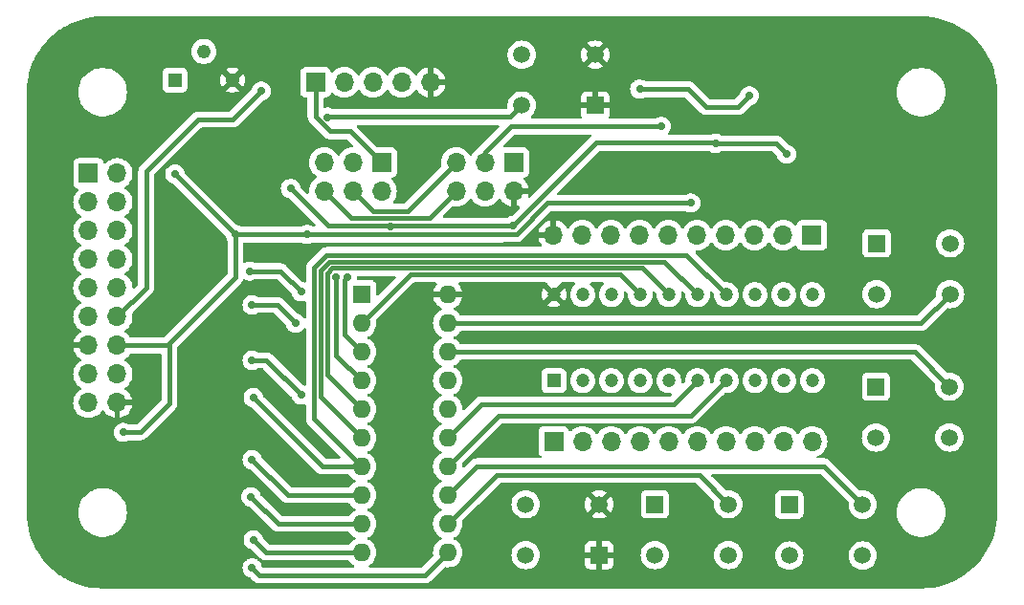
<source format=gbl>
G04 #@! TF.GenerationSoftware,KiCad,Pcbnew,(7.0.0)*
G04 #@! TF.CreationDate,2024-06-27T16:39:17-07:00*
G04 #@! TF.ProjectId,msp-debugger,6d73702d-6465-4627-9567-6765722e6b69,rev?*
G04 #@! TF.SameCoordinates,Original*
G04 #@! TF.FileFunction,Copper,L2,Bot*
G04 #@! TF.FilePolarity,Positive*
%FSLAX46Y46*%
G04 Gerber Fmt 4.6, Leading zero omitted, Abs format (unit mm)*
G04 Created by KiCad (PCBNEW (7.0.0)) date 2024-06-27 16:39:17*
%MOMM*%
%LPD*%
G01*
G04 APERTURE LIST*
G04 #@! TA.AperFunction,ComponentPad*
%ADD10R,1.700000X1.700000*%
G04 #@! TD*
G04 #@! TA.AperFunction,ComponentPad*
%ADD11O,1.700000X1.700000*%
G04 #@! TD*
G04 #@! TA.AperFunction,ComponentPad*
%ADD12R,1.508000X1.508000*%
G04 #@! TD*
G04 #@! TA.AperFunction,ComponentPad*
%ADD13C,1.508000*%
G04 #@! TD*
G04 #@! TA.AperFunction,ComponentPad*
%ADD14R,1.200000X1.200000*%
G04 #@! TD*
G04 #@! TA.AperFunction,ComponentPad*
%ADD15C,1.200000*%
G04 #@! TD*
G04 #@! TA.AperFunction,ComponentPad*
%ADD16R,1.222000X1.222000*%
G04 #@! TD*
G04 #@! TA.AperFunction,ComponentPad*
%ADD17C,1.222000*%
G04 #@! TD*
G04 #@! TA.AperFunction,ComponentPad*
%ADD18R,1.600000X1.600000*%
G04 #@! TD*
G04 #@! TA.AperFunction,ComponentPad*
%ADD19O,1.600000X1.600000*%
G04 #@! TD*
G04 #@! TA.AperFunction,ViaPad*
%ADD20C,0.711200*%
G04 #@! TD*
G04 #@! TA.AperFunction,Conductor*
%ADD21C,0.400000*%
G04 #@! TD*
G04 APERTURE END LIST*
D10*
X148825999Y-82785999D03*
D11*
X148825999Y-85325999D03*
X146285999Y-82785999D03*
X146285999Y-85325999D03*
X143745999Y-82785999D03*
X143745999Y-85325999D03*
D12*
X161323999Y-113047999D03*
D13*
X161324000Y-117548000D03*
X167824000Y-113048000D03*
X167824000Y-117548000D03*
D10*
X131299999Y-75673999D03*
D11*
X133839999Y-75673999D03*
X136379999Y-75673999D03*
X138919999Y-75673999D03*
X141459999Y-75673999D03*
D14*
X152381999Y-102089999D03*
D15*
X154922000Y-102090000D03*
X157462000Y-102090000D03*
X160002000Y-102090000D03*
X162542000Y-102090000D03*
X165082000Y-102090000D03*
X167622000Y-102090000D03*
X170162000Y-102090000D03*
X172702000Y-102090000D03*
X175242000Y-102090000D03*
X175242000Y-94470000D03*
X172702000Y-94470000D03*
X170162000Y-94470000D03*
X167622000Y-94470000D03*
X165082000Y-94470000D03*
X162542000Y-94470000D03*
X160002000Y-94470000D03*
X157462000Y-94470000D03*
X154922000Y-94470000D03*
X152382000Y-94470000D03*
D10*
X175214999Y-89223999D03*
D11*
X172674999Y-89223999D03*
X170134999Y-89223999D03*
X167594999Y-89223999D03*
X165054999Y-89223999D03*
X162514999Y-89223999D03*
X159974999Y-89223999D03*
X157434999Y-89223999D03*
X154894999Y-89223999D03*
X152354999Y-89223999D03*
D16*
X118871999Y-75473999D03*
D17*
X121412000Y-72934000D03*
X123952000Y-75474000D03*
D10*
X152369999Y-107473999D03*
D11*
X154909999Y-107473999D03*
X157449999Y-107473999D03*
X159989999Y-107473999D03*
X162529999Y-107473999D03*
X165069999Y-107473999D03*
X167609999Y-107473999D03*
X170149999Y-107473999D03*
X172689999Y-107473999D03*
X175229999Y-107473999D03*
D10*
X137141999Y-82785999D03*
D11*
X134601999Y-82785999D03*
X132061999Y-82785999D03*
X132061999Y-85325999D03*
X134601999Y-85325999D03*
X137141999Y-85325999D03*
D10*
X111214999Y-83736999D03*
D11*
X113754999Y-83736999D03*
X111214999Y-86276999D03*
X113754999Y-86276999D03*
X111214999Y-88816999D03*
X113754999Y-88816999D03*
X111214999Y-91356999D03*
X113754999Y-91356999D03*
X111214999Y-93896999D03*
X113754999Y-93896999D03*
X111214999Y-96436999D03*
X113754999Y-96436999D03*
X111214999Y-98976999D03*
X113754999Y-98976999D03*
X111214999Y-101516999D03*
X113754999Y-101516999D03*
X111214999Y-104056999D03*
X113754999Y-104056999D03*
D12*
X180881999Y-102633999D03*
D13*
X180882000Y-107134000D03*
X187382000Y-102634000D03*
X187382000Y-107134000D03*
D12*
X180933999Y-89933999D03*
D13*
X180934000Y-94434000D03*
X187434000Y-89934000D03*
X187434000Y-94434000D03*
D12*
X173209999Y-113083999D03*
D13*
X173210000Y-117584000D03*
X179710000Y-113084000D03*
X179710000Y-117584000D03*
D18*
X135373999Y-94469999D03*
D19*
X135373999Y-97009999D03*
X135373999Y-99549999D03*
X135373999Y-102089999D03*
X135373999Y-104629999D03*
X135373999Y-107169999D03*
X135373999Y-109709999D03*
X135373999Y-112249999D03*
X135373999Y-114789999D03*
X135373999Y-117329999D03*
X142993999Y-117329999D03*
X142993999Y-114789999D03*
X142993999Y-112249999D03*
X142993999Y-109709999D03*
X142993999Y-107169999D03*
X142993999Y-104629999D03*
X142993999Y-102089999D03*
X142993999Y-99549999D03*
X142993999Y-97009999D03*
X142993999Y-94469999D03*
D12*
X156039999Y-77723999D03*
D13*
X156040000Y-73224000D03*
X149540000Y-77724000D03*
X149540000Y-73224000D03*
D12*
X156393999Y-117547999D03*
D13*
X156394000Y-113048000D03*
X149894000Y-117548000D03*
X149894000Y-113048000D03*
D20*
X129090000Y-85074000D03*
X148808000Y-88356000D03*
X166681000Y-81083000D03*
X172974000Y-82042000D03*
X137904000Y-88414700D03*
X120650000Y-99060000D03*
X167132000Y-71882000D03*
X107950000Y-93218000D03*
X146304000Y-115316000D03*
X107696000Y-86360000D03*
X121158000Y-116332000D03*
X148336000Y-107696000D03*
X137414000Y-93472000D03*
X119888000Y-114808000D03*
X139700000Y-71374000D03*
X116586000Y-79502000D03*
X124206000Y-113538000D03*
X116332000Y-71882000D03*
X153162000Y-115316000D03*
X109220000Y-101600000D03*
X125730000Y-106426000D03*
X164592000Y-115316000D03*
X130556000Y-110744000D03*
X178054000Y-93726000D03*
X183642000Y-118110000D03*
X160528000Y-71882000D03*
X120904000Y-103378000D03*
X145034000Y-71628000D03*
X139192000Y-106172000D03*
X107950000Y-78232000D03*
X116078000Y-103886000D03*
X156210000Y-87630000D03*
X148082000Y-102108000D03*
X120650000Y-107696000D03*
X184150000Y-80518000D03*
X184404000Y-104648000D03*
X125730000Y-98298000D03*
X132842000Y-71374000D03*
X176530000Y-115316000D03*
X152908000Y-75438000D03*
X120650000Y-94488000D03*
X139192000Y-115570000D03*
X188976000Y-80518000D03*
X108458000Y-110744000D03*
X178054000Y-105156000D03*
X124460000Y-84074000D03*
X114046000Y-118110000D03*
X138176000Y-80264000D03*
X144526000Y-75692000D03*
X150114000Y-89662000D03*
X176276000Y-82550000D03*
X177292000Y-72136000D03*
X116840000Y-96266000D03*
X188468000Y-111252000D03*
X120904000Y-91694000D03*
X138938000Y-97028000D03*
X129794000Y-105156000D03*
X128270000Y-87884000D03*
X120904000Y-111506000D03*
X172212000Y-76962000D03*
X120396000Y-90170000D03*
X182880000Y-72136000D03*
X184404000Y-91948000D03*
X161890000Y-79574000D03*
X126492000Y-76454000D03*
X132371000Y-78756522D03*
X125693000Y-109093000D03*
X134094000Y-92946000D03*
X133078000Y-92946000D03*
X125793000Y-116193000D03*
X125693000Y-118693000D03*
X125593000Y-112393000D03*
X125793000Y-103593000D03*
X125493000Y-92393000D03*
X130030000Y-94216000D03*
X130030000Y-103360000D03*
X125693000Y-100293000D03*
X125693000Y-95393000D03*
X129522000Y-97010000D03*
X118854000Y-83802000D03*
X164490000Y-86360000D03*
X130538000Y-89148100D03*
X124200100Y-89148100D03*
X114300000Y-106680000D03*
X169690000Y-76874000D03*
X159990000Y-76274000D03*
D21*
X132390000Y-88374000D02*
X129090000Y-85074000D01*
X166624000Y-81026000D02*
X156138000Y-81026000D01*
X172015000Y-81083000D02*
X166681000Y-81083000D01*
X172974000Y-82042000D02*
X172015000Y-81083000D01*
X148790000Y-88374000D02*
X132390000Y-88374000D01*
X148808000Y-88356000D02*
X148790000Y-88374000D01*
X156138000Y-81026000D02*
X148808000Y-88356000D01*
X166681000Y-81083000D02*
X166624000Y-81026000D01*
X113755000Y-105447000D02*
X113755000Y-104057000D01*
X111215000Y-98977000D02*
X109811000Y-98977000D01*
X109728000Y-106680000D02*
X112522000Y-106680000D01*
X107950000Y-104902000D02*
X109728000Y-106680000D01*
X109811000Y-98977000D02*
X107950000Y-100838000D01*
X107950000Y-100838000D02*
X107950000Y-104902000D01*
X112522000Y-106680000D02*
X113755000Y-105447000D01*
X146286000Y-81878000D02*
X146286000Y-82786000D01*
X148590000Y-79574000D02*
X146286000Y-81878000D01*
X161890000Y-79574000D02*
X148590000Y-79574000D01*
X116314000Y-83548000D02*
X120886000Y-78976000D01*
X123970000Y-78976000D02*
X126492000Y-76454000D01*
X120886000Y-78976000D02*
X123970000Y-78976000D01*
X113755000Y-96437000D02*
X116314000Y-93878000D01*
X116314000Y-93878000D02*
X116314000Y-83548000D01*
X147310000Y-110474000D02*
X165250000Y-110474000D01*
X165250000Y-110474000D02*
X167824000Y-113048000D01*
X142994000Y-114790000D02*
X147310000Y-110474000D01*
X142994000Y-112250000D02*
X145570000Y-109674000D01*
X176300000Y-109674000D02*
X179710000Y-113084000D01*
X145570000Y-109674000D02*
X176300000Y-109674000D01*
X132387522Y-78740000D02*
X148524000Y-78740000D01*
X148524000Y-78740000D02*
X149540000Y-77724000D01*
X132371000Y-78756522D02*
X132387522Y-78740000D01*
X128850000Y-112250000D02*
X135374000Y-112250000D01*
X125693000Y-109093000D02*
X128850000Y-112250000D01*
X143746000Y-82786000D02*
X139428000Y-87104000D01*
X136380000Y-87104000D02*
X134602000Y-85326000D01*
X133840000Y-98016000D02*
X135374000Y-99550000D01*
X134094000Y-92946000D02*
X133840000Y-93200000D01*
X139428000Y-87104000D02*
X136380000Y-87104000D01*
X133840000Y-93200000D02*
X133840000Y-98016000D01*
X134417800Y-87681800D02*
X132062000Y-85326000D01*
X133141372Y-99857372D02*
X133141372Y-93009372D01*
X133141372Y-93009372D02*
X133078000Y-92946000D01*
X141390200Y-87681800D02*
X134417800Y-87681800D01*
X133141372Y-99857372D02*
X135374000Y-102090000D01*
X143746000Y-85326000D02*
X141390200Y-87681800D01*
X125793000Y-116193000D02*
X126930000Y-117330000D01*
X126930000Y-117330000D02*
X135374000Y-117330000D01*
X125693000Y-118693000D02*
X126362000Y-119362000D01*
X140962000Y-119362000D02*
X142994000Y-117330000D01*
X126362000Y-119362000D02*
X140962000Y-119362000D01*
X184858000Y-97010000D02*
X142994000Y-97010000D01*
X187434000Y-94434000D02*
X184858000Y-97010000D01*
X125593000Y-112393000D02*
X127990000Y-114790000D01*
X127990000Y-114790000D02*
X135374000Y-114790000D01*
X184298000Y-99550000D02*
X142994000Y-99550000D01*
X187382000Y-102634000D02*
X184298000Y-99550000D01*
X131160400Y-105496400D02*
X135374000Y-109710000D01*
X125793000Y-103593000D02*
X131910000Y-109710000D01*
X131160400Y-92086336D02*
X131160400Y-105496400D01*
X131910000Y-109710000D02*
X135374000Y-109710000D01*
X167622000Y-94470000D02*
X164110600Y-90958600D01*
X132288135Y-90958600D02*
X131160400Y-92086336D01*
X164110600Y-90958600D02*
X132288135Y-90958600D01*
X125493000Y-92393000D02*
X128207000Y-92393000D01*
X128207000Y-92393000D02*
X130030000Y-94216000D01*
X158224000Y-92692000D02*
X160002000Y-94470000D01*
X158224000Y-92692000D02*
X139692000Y-92692000D01*
X139692000Y-92692000D02*
X135374000Y-97010000D01*
X125693000Y-100293000D02*
X126963000Y-100293000D01*
X135374000Y-107170000D02*
X131738200Y-103534200D01*
X131738200Y-103534200D02*
X131738200Y-92325668D01*
X132527468Y-91536400D02*
X162148400Y-91536400D01*
X131738200Y-92325668D02*
X132527468Y-91536400D01*
X126963000Y-100293000D02*
X130030000Y-103360000D01*
X162148400Y-91536400D02*
X165082000Y-94470000D01*
X132316000Y-92565000D02*
X132316000Y-101572000D01*
X127905000Y-95393000D02*
X129522000Y-97010000D01*
X162542000Y-94470000D02*
X160186200Y-92114200D01*
X132316000Y-101572000D02*
X135374000Y-104630000D01*
X132766800Y-92114200D02*
X132316000Y-92565000D01*
X160186200Y-92114200D02*
X132766800Y-92114200D01*
X125693000Y-95393000D02*
X127905000Y-95393000D01*
X118193000Y-98977000D02*
X113755000Y-98977000D01*
X115806000Y-106662000D02*
X115788000Y-106680000D01*
X130538000Y-89148100D02*
X124200100Y-89148100D01*
X118364000Y-98806000D02*
X118364000Y-104104000D01*
X124200100Y-89148100D02*
X124200100Y-92969900D01*
X147797900Y-89148100D02*
X130538000Y-89148100D01*
X118364000Y-104104000D02*
X115806000Y-106662000D01*
X115788000Y-106680000D02*
X114300000Y-106680000D01*
X124200100Y-92969900D02*
X118491000Y-98679000D01*
X164490000Y-86360000D02*
X151856000Y-86360000D01*
X151856000Y-86360000D02*
X149080000Y-89136000D01*
X124200100Y-89148100D02*
X118854000Y-83802000D01*
X118491000Y-98679000D02*
X118364000Y-98806000D01*
X147810000Y-89136000D02*
X147797900Y-89148100D01*
X168690000Y-77874000D02*
X169690000Y-76874000D01*
X159990000Y-76274000D02*
X164290000Y-76274000D01*
X149080000Y-89136000D02*
X147810000Y-89136000D01*
X165890000Y-77874000D02*
X168690000Y-77874000D01*
X164290000Y-76274000D02*
X165890000Y-77874000D01*
X118491000Y-98679000D02*
X118193000Y-98977000D01*
X134366000Y-80010000D02*
X137142000Y-82786000D01*
X132588000Y-80010000D02*
X134366000Y-80010000D01*
X131300000Y-75674000D02*
X131300000Y-78722000D01*
X131300000Y-78722000D02*
X132588000Y-80010000D01*
X165082000Y-102090000D02*
X162998000Y-104174000D01*
X145990000Y-104174000D02*
X142994000Y-107170000D01*
X162998000Y-104174000D02*
X145990000Y-104174000D01*
X167622000Y-102090000D02*
X164538000Y-105174000D01*
X164538000Y-105174000D02*
X147530000Y-105174000D01*
X147530000Y-105174000D02*
X142994000Y-109710000D01*
G04 #@! TA.AperFunction,Conductor*
G36*
X138335576Y-92828215D02*
G01*
X138379599Y-92865815D01*
X138401754Y-92919302D01*
X138397212Y-92977018D01*
X138366962Y-93026381D01*
X136886180Y-94507162D01*
X136836817Y-94537412D01*
X136779101Y-94541954D01*
X136725614Y-94519799D01*
X136688014Y-94475776D01*
X136674499Y-94419481D01*
X136674499Y-93625439D01*
X136674499Y-93622128D01*
X136668091Y-93562517D01*
X136617796Y-93427669D01*
X136531546Y-93312454D01*
X136447120Y-93249253D01*
X136423431Y-93231519D01*
X136423430Y-93231518D01*
X136416331Y-93226204D01*
X136304163Y-93184368D01*
X136288752Y-93178620D01*
X136288750Y-93178619D01*
X136281483Y-93175909D01*
X136273770Y-93175079D01*
X136273767Y-93175079D01*
X136225180Y-93169855D01*
X136225169Y-93169854D01*
X136221873Y-93169500D01*
X136218551Y-93169500D01*
X135069041Y-93169500D01*
X135003331Y-93150658D01*
X134957590Y-93099858D01*
X134945720Y-93032538D01*
X134945984Y-93030034D01*
X134954816Y-92946000D01*
X134954137Y-92939540D01*
X134954137Y-92938700D01*
X134970750Y-92876700D01*
X135016137Y-92831313D01*
X135078137Y-92814700D01*
X138279281Y-92814700D01*
X138335576Y-92828215D01*
G37*
G04 #@! TD.AperFunction*
G04 #@! TA.AperFunction,Conductor*
G36*
X155654172Y-80288704D02*
G01*
X155698596Y-80328061D01*
X155719642Y-80383554D01*
X155712488Y-80442472D01*
X155678772Y-80491316D01*
X155676241Y-80493558D01*
X155670071Y-80497817D01*
X155665103Y-80503424D01*
X155665098Y-80503429D01*
X155630184Y-80542838D01*
X155625051Y-80548290D01*
X150322557Y-85850784D01*
X150266969Y-85882878D01*
X150202782Y-85882878D01*
X150147195Y-85850784D01*
X150115101Y-85795196D01*
X150115101Y-85731009D01*
X150152943Y-85589780D01*
X150153311Y-85578551D01*
X150142369Y-85576000D01*
X149092326Y-85576000D01*
X149079450Y-85579450D01*
X149076000Y-85592326D01*
X149076000Y-86642369D01*
X149078551Y-86653311D01*
X149089780Y-86652943D01*
X149231009Y-86615101D01*
X149295196Y-86615101D01*
X149350784Y-86647195D01*
X149382878Y-86702782D01*
X149382878Y-86766969D01*
X149350784Y-86822557D01*
X148687382Y-87485959D01*
X148658869Y-87507251D01*
X148625483Y-87519568D01*
X148548352Y-87535963D01*
X148548348Y-87535964D01*
X148541993Y-87537315D01*
X148536064Y-87539954D01*
X148536054Y-87539958D01*
X148383526Y-87607868D01*
X148383518Y-87607872D01*
X148377592Y-87610511D01*
X148372343Y-87614324D01*
X148372337Y-87614328D01*
X148323491Y-87649818D01*
X148288923Y-87667431D01*
X148250605Y-87673500D01*
X142688519Y-87673500D01*
X142632224Y-87659985D01*
X142588201Y-87622385D01*
X142566046Y-87568898D01*
X142570588Y-87511182D01*
X142600838Y-87461819D01*
X142750994Y-87311663D01*
X143374006Y-86688649D01*
X143429594Y-86656557D01*
X143493778Y-86656557D01*
X143510592Y-86661063D01*
X143746000Y-86681659D01*
X143981408Y-86661063D01*
X144209663Y-86599903D01*
X144423830Y-86500035D01*
X144617401Y-86364495D01*
X144784495Y-86197401D01*
X144914424Y-86011842D01*
X144958743Y-85972976D01*
X145016000Y-85958965D01*
X145073257Y-85972976D01*
X145117575Y-86011842D01*
X145244395Y-86192961D01*
X145244400Y-86192967D01*
X145247505Y-86197401D01*
X145414599Y-86364495D01*
X145419031Y-86367598D01*
X145419033Y-86367600D01*
X145470304Y-86403500D01*
X145608170Y-86500035D01*
X145822337Y-86599903D01*
X146050592Y-86661063D01*
X146286000Y-86681659D01*
X146521408Y-86661063D01*
X146749663Y-86599903D01*
X146963830Y-86500035D01*
X147157401Y-86364495D01*
X147324495Y-86197401D01*
X147454730Y-86011405D01*
X147499048Y-85972540D01*
X147556305Y-85958529D01*
X147613562Y-85972540D01*
X147657880Y-86011405D01*
X147784784Y-86192643D01*
X147791721Y-86200909D01*
X147951090Y-86360278D01*
X147959356Y-86367215D01*
X148143991Y-86496498D01*
X148153323Y-86501886D01*
X148357602Y-86597143D01*
X148367736Y-86600831D01*
X148562219Y-86652943D01*
X148573448Y-86653311D01*
X148576000Y-86642369D01*
X148576000Y-85200000D01*
X148592613Y-85138000D01*
X148638000Y-85092613D01*
X148700000Y-85076000D01*
X150142369Y-85076000D01*
X150153311Y-85073448D01*
X150152943Y-85062219D01*
X150100831Y-84867736D01*
X150097143Y-84857602D01*
X150001889Y-84653332D01*
X149996491Y-84643982D01*
X149867215Y-84459357D01*
X149860280Y-84451092D01*
X149742053Y-84332865D01*
X149710757Y-84280119D01*
X149708568Y-84218825D01*
X149736022Y-84163981D01*
X149786398Y-84129003D01*
X149918331Y-84079796D01*
X150033546Y-83993546D01*
X150119796Y-83878331D01*
X150170091Y-83743483D01*
X150176500Y-83683873D01*
X150176499Y-81888128D01*
X150170091Y-81828517D01*
X150119796Y-81693669D01*
X150033546Y-81578454D01*
X150013034Y-81563099D01*
X149925431Y-81497519D01*
X149925430Y-81497518D01*
X149918331Y-81492204D01*
X149811442Y-81452337D01*
X149790752Y-81444620D01*
X149790750Y-81444619D01*
X149783483Y-81441909D01*
X149775770Y-81441079D01*
X149775767Y-81441079D01*
X149727180Y-81435855D01*
X149727169Y-81435854D01*
X149723873Y-81435500D01*
X149720551Y-81435500D01*
X148018517Y-81435500D01*
X147962222Y-81421985D01*
X147918199Y-81384385D01*
X147896044Y-81330898D01*
X147900586Y-81273182D01*
X147930833Y-81223822D01*
X148843837Y-80310819D01*
X148884066Y-80283939D01*
X148931519Y-80274500D01*
X155596546Y-80274500D01*
X155654172Y-80288704D01*
G37*
G04 #@! TD.AperFunction*
G04 #@! TA.AperFunction,Conductor*
G36*
X147489776Y-79454015D02*
G01*
X147533799Y-79491615D01*
X147555954Y-79545102D01*
X147551412Y-79602818D01*
X147521162Y-79652181D01*
X145808290Y-81365051D01*
X145802838Y-81370184D01*
X145763431Y-81405096D01*
X145763425Y-81405102D01*
X145757817Y-81410071D01*
X145753560Y-81416236D01*
X145753551Y-81416248D01*
X145723649Y-81459568D01*
X145719213Y-81465597D01*
X145686749Y-81507035D01*
X145686743Y-81507043D01*
X145682122Y-81512943D01*
X145679044Y-81519780D01*
X145679043Y-81519783D01*
X145677962Y-81522185D01*
X145666940Y-81541727D01*
X145665440Y-81543899D01*
X145665435Y-81543907D01*
X145661182Y-81550070D01*
X145658526Y-81557070D01*
X145655363Y-81563099D01*
X145608641Y-81611745D01*
X145608171Y-81611965D01*
X145603746Y-81615063D01*
X145603738Y-81615068D01*
X145419034Y-81744399D01*
X145419029Y-81744402D01*
X145414599Y-81747505D01*
X145410775Y-81751328D01*
X145410769Y-81751334D01*
X145251334Y-81910769D01*
X145251328Y-81910775D01*
X145247505Y-81914599D01*
X145244402Y-81919029D01*
X145244399Y-81919034D01*
X145117575Y-82100159D01*
X145073257Y-82139025D01*
X145016000Y-82153036D01*
X144958743Y-82139025D01*
X144914425Y-82100159D01*
X144869178Y-82035540D01*
X144784495Y-81914599D01*
X144617401Y-81747505D01*
X144612970Y-81744402D01*
X144612966Y-81744399D01*
X144428259Y-81615066D01*
X144428257Y-81615064D01*
X144423830Y-81611965D01*
X144418933Y-81609681D01*
X144418927Y-81609678D01*
X144214572Y-81514386D01*
X144214570Y-81514385D01*
X144209663Y-81512097D01*
X144204438Y-81510697D01*
X144204430Y-81510694D01*
X143986634Y-81452337D01*
X143986630Y-81452336D01*
X143981408Y-81450937D01*
X143976020Y-81450465D01*
X143976017Y-81450465D01*
X143751395Y-81430813D01*
X143746000Y-81430341D01*
X143740605Y-81430813D01*
X143515982Y-81450465D01*
X143515977Y-81450465D01*
X143510592Y-81450937D01*
X143505371Y-81452335D01*
X143505365Y-81452337D01*
X143287569Y-81510694D01*
X143287557Y-81510698D01*
X143282337Y-81512097D01*
X143277432Y-81514383D01*
X143277427Y-81514386D01*
X143073081Y-81609675D01*
X143073077Y-81609677D01*
X143068171Y-81611965D01*
X143063738Y-81615068D01*
X143063731Y-81615073D01*
X142879034Y-81744399D01*
X142879029Y-81744402D01*
X142874599Y-81747505D01*
X142870775Y-81751328D01*
X142870769Y-81751334D01*
X142711334Y-81910769D01*
X142711328Y-81910775D01*
X142707505Y-81914599D01*
X142704402Y-81919029D01*
X142704399Y-81919034D01*
X142575073Y-82103731D01*
X142575068Y-82103738D01*
X142571965Y-82108171D01*
X142569677Y-82113077D01*
X142569675Y-82113081D01*
X142474386Y-82317427D01*
X142474383Y-82317432D01*
X142472097Y-82322337D01*
X142470698Y-82327557D01*
X142470694Y-82327569D01*
X142412337Y-82545365D01*
X142412335Y-82545371D01*
X142410937Y-82550592D01*
X142410465Y-82555977D01*
X142410465Y-82555982D01*
X142403327Y-82637568D01*
X142390341Y-82786000D01*
X142410937Y-83021408D01*
X142412337Y-83026633D01*
X142415443Y-83038226D01*
X142415440Y-83102410D01*
X142383347Y-83157994D01*
X139174162Y-86367181D01*
X139133934Y-86394061D01*
X139086481Y-86403500D01*
X138272860Y-86403500D01*
X138206234Y-86384080D01*
X138160477Y-86331902D01*
X138149921Y-86263310D01*
X138177691Y-86200204D01*
X138180495Y-86197401D01*
X138316035Y-86003830D01*
X138415903Y-85789663D01*
X138477063Y-85561408D01*
X138497659Y-85326000D01*
X138477063Y-85090592D01*
X138415903Y-84862337D01*
X138316035Y-84648171D01*
X138180495Y-84454599D01*
X138058569Y-84332673D01*
X138027273Y-84279927D01*
X138025084Y-84218634D01*
X138052537Y-84163789D01*
X138102916Y-84128810D01*
X138234331Y-84079796D01*
X138349546Y-83993546D01*
X138435796Y-83878331D01*
X138486091Y-83743483D01*
X138492500Y-83683873D01*
X138492499Y-81888128D01*
X138486091Y-81828517D01*
X138435796Y-81693669D01*
X138349546Y-81578454D01*
X138329034Y-81563099D01*
X138241431Y-81497519D01*
X138241430Y-81497518D01*
X138234331Y-81492204D01*
X138127442Y-81452337D01*
X138106752Y-81444620D01*
X138106750Y-81444619D01*
X138099483Y-81441909D01*
X138091770Y-81441079D01*
X138091767Y-81441079D01*
X138043180Y-81435855D01*
X138043169Y-81435854D01*
X138039873Y-81435500D01*
X138036551Y-81435500D01*
X136833519Y-81435500D01*
X136786066Y-81426061D01*
X136745838Y-81399181D01*
X134998838Y-79652181D01*
X134968588Y-79602818D01*
X134964046Y-79545102D01*
X134986201Y-79491615D01*
X135030224Y-79454015D01*
X135086519Y-79440500D01*
X147433481Y-79440500D01*
X147489776Y-79454015D01*
G37*
G04 #@! TD.AperFunction*
G04 #@! TA.AperFunction,Conductor*
G36*
X184896325Y-69824587D02*
G01*
X185391604Y-69843118D01*
X185400828Y-69843810D01*
X185891052Y-69899044D01*
X185900198Y-69900423D01*
X186277869Y-69971882D01*
X186384903Y-69992134D01*
X186393944Y-69994197D01*
X186393948Y-69994198D01*
X186870448Y-70121876D01*
X186879298Y-70124605D01*
X187344928Y-70287536D01*
X187353548Y-70290918D01*
X187353556Y-70290922D01*
X187805708Y-70488194D01*
X187814062Y-70492218D01*
X188250181Y-70722712D01*
X188258212Y-70727348D01*
X188675911Y-70989805D01*
X188683573Y-70995029D01*
X189080483Y-71287961D01*
X189087732Y-71293742D01*
X189461643Y-71615516D01*
X189468441Y-71621824D01*
X189817254Y-71970636D01*
X189823561Y-71977433D01*
X189877566Y-72040188D01*
X189955830Y-72131132D01*
X190145336Y-72351340D01*
X190151116Y-72358587D01*
X190444055Y-72755503D01*
X190449270Y-72763152D01*
X190553035Y-72928291D01*
X190711732Y-73180855D01*
X190716368Y-73188885D01*
X190946871Y-73625014D01*
X190950895Y-73633369D01*
X191148169Y-74085524D01*
X191151556Y-74094156D01*
X191314479Y-74559756D01*
X191317213Y-74568617D01*
X191383267Y-74815127D01*
X191440665Y-75029337D01*
X191444896Y-75045125D01*
X191446959Y-75054166D01*
X191538669Y-75538859D01*
X191540051Y-75548028D01*
X191595286Y-76038228D01*
X191595979Y-76047475D01*
X191614480Y-76541862D01*
X191614567Y-76546499D01*
X191614567Y-113771689D01*
X191614480Y-113776326D01*
X191595948Y-114271592D01*
X191595255Y-114280839D01*
X191540023Y-114771038D01*
X191538641Y-114780207D01*
X191446931Y-115264904D01*
X191444868Y-115273945D01*
X191317193Y-115750433D01*
X191314460Y-115759294D01*
X191151528Y-116224926D01*
X191148140Y-116233557D01*
X190950875Y-116685697D01*
X190946851Y-116694052D01*
X190716353Y-117130174D01*
X190711717Y-117138205D01*
X190449260Y-117555902D01*
X190444036Y-117563564D01*
X190151104Y-117960474D01*
X190145322Y-117967724D01*
X189823548Y-118341631D01*
X189817241Y-118348428D01*
X189468428Y-118697241D01*
X189461631Y-118703548D01*
X189087724Y-119025322D01*
X189080474Y-119031104D01*
X188683564Y-119324036D01*
X188675902Y-119329260D01*
X188258205Y-119591717D01*
X188250174Y-119596353D01*
X187814052Y-119826851D01*
X187805697Y-119830875D01*
X187353557Y-120028140D01*
X187344926Y-120031528D01*
X186879294Y-120194460D01*
X186870433Y-120197193D01*
X186393945Y-120324868D01*
X186384904Y-120326931D01*
X185900207Y-120418641D01*
X185891038Y-120420023D01*
X185400839Y-120475255D01*
X185391592Y-120475948D01*
X184926262Y-120493359D01*
X184896324Y-120494480D01*
X184891689Y-120494567D01*
X112465381Y-120494567D01*
X112460744Y-120494480D01*
X111965478Y-120475946D01*
X111956231Y-120475253D01*
X111466036Y-120420019D01*
X111456866Y-120418637D01*
X110972170Y-120326925D01*
X110963130Y-120324862D01*
X110486626Y-120197182D01*
X110477765Y-120194448D01*
X110012168Y-120031526D01*
X110003536Y-120028139D01*
X109551383Y-119830865D01*
X109543028Y-119826841D01*
X109106901Y-119596339D01*
X109098871Y-119591703D01*
X108681181Y-119329249D01*
X108673519Y-119324025D01*
X108276611Y-119031093D01*
X108269361Y-119025311D01*
X108047521Y-118834401D01*
X107929397Y-118732746D01*
X107895456Y-118703537D01*
X107888659Y-118697230D01*
X107539849Y-118348419D01*
X107533541Y-118341621D01*
X107211768Y-117967711D01*
X107205987Y-117960462D01*
X106913056Y-117563554D01*
X106907832Y-117555892D01*
X106645377Y-117138195D01*
X106640741Y-117130164D01*
X106547822Y-116954354D01*
X106410237Y-116694030D01*
X106406224Y-116685697D01*
X106208954Y-116233547D01*
X106205568Y-116224920D01*
X106196659Y-116199460D01*
X106042635Y-115759284D01*
X106039904Y-115750427D01*
X106024423Y-115692651D01*
X105912226Y-115273923D01*
X105910170Y-115264915D01*
X105818456Y-114780193D01*
X105817077Y-114771047D01*
X105761843Y-114280825D01*
X105761151Y-114271601D01*
X105742587Y-113775442D01*
X105742560Y-113774000D01*
X110307542Y-113774000D01*
X110307831Y-113778225D01*
X110326638Y-114053181D01*
X110327619Y-114067511D01*
X110328480Y-114071658D01*
X110328482Y-114071667D01*
X110384829Y-114342820D01*
X110387475Y-114355554D01*
X110388893Y-114359546D01*
X110388896Y-114359554D01*
X110462919Y-114567835D01*
X110485995Y-114632764D01*
X110487942Y-114636522D01*
X110487944Y-114636526D01*
X110619395Y-114890213D01*
X110621345Y-114893976D01*
X110623791Y-114897441D01*
X110788557Y-115130863D01*
X110788561Y-115130868D01*
X110791002Y-115134326D01*
X110991807Y-115349335D01*
X111220018Y-115534999D01*
X111471385Y-115687859D01*
X111475270Y-115689546D01*
X111475271Y-115689547D01*
X111713794Y-115793152D01*
X111741226Y-115805067D01*
X111964842Y-115867721D01*
X112020432Y-115883297D01*
X112020434Y-115883297D01*
X112024512Y-115884440D01*
X112315969Y-115924500D01*
X112605928Y-115924500D01*
X112610165Y-115924500D01*
X112901622Y-115884440D01*
X113184908Y-115805067D01*
X113454749Y-115687859D01*
X113706116Y-115534999D01*
X113934327Y-115349335D01*
X114135132Y-115134326D01*
X114304789Y-114893976D01*
X114440139Y-114632764D01*
X114538659Y-114355554D01*
X114598515Y-114067511D01*
X114618592Y-113774000D01*
X114598515Y-113480489D01*
X114538659Y-113192446D01*
X114440139Y-112915236D01*
X114304789Y-112654024D01*
X114179615Y-112476692D01*
X114137576Y-112417136D01*
X114137574Y-112417133D01*
X114135132Y-112413674D01*
X113980318Y-112247909D01*
X113937214Y-112201756D01*
X113937212Y-112201754D01*
X113934327Y-112198665D01*
X113742836Y-112042875D01*
X113709398Y-112015671D01*
X113709396Y-112015670D01*
X113706116Y-112013001D01*
X113492510Y-111883104D01*
X113458367Y-111862341D01*
X113458365Y-111862340D01*
X113454749Y-111860141D01*
X113450869Y-111858455D01*
X113450862Y-111858452D01*
X113188789Y-111744618D01*
X113188779Y-111744614D01*
X113184908Y-111742933D01*
X113180836Y-111741792D01*
X112905701Y-111664702D01*
X112905688Y-111664699D01*
X112901622Y-111663560D01*
X112897435Y-111662984D01*
X112897423Y-111662982D01*
X112614362Y-111624076D01*
X112614349Y-111624075D01*
X112610165Y-111623500D01*
X112315969Y-111623500D01*
X112311785Y-111624075D01*
X112311771Y-111624076D01*
X112028710Y-111662982D01*
X112028695Y-111662984D01*
X112024512Y-111663560D01*
X112020448Y-111664698D01*
X112020432Y-111664702D01*
X111745297Y-111741792D01*
X111745292Y-111741793D01*
X111741226Y-111742933D01*
X111737358Y-111744612D01*
X111737344Y-111744618D01*
X111475271Y-111858452D01*
X111475258Y-111858458D01*
X111471385Y-111860141D01*
X111467774Y-111862336D01*
X111467766Y-111862341D01*
X111223630Y-112010804D01*
X111223624Y-112010807D01*
X111220018Y-112013001D01*
X111216743Y-112015664D01*
X111216735Y-112015671D01*
X110995092Y-112195992D01*
X110995088Y-112195995D01*
X110991807Y-112198665D01*
X110988928Y-112201747D01*
X110988919Y-112201756D01*
X110793890Y-112410581D01*
X110793885Y-112410586D01*
X110791002Y-112413674D01*
X110788566Y-112417124D01*
X110788557Y-112417136D01*
X110623791Y-112650558D01*
X110623787Y-112650563D01*
X110621345Y-112654024D01*
X110619399Y-112657778D01*
X110619395Y-112657786D01*
X110487944Y-112911473D01*
X110487939Y-112911483D01*
X110485995Y-112915236D01*
X110484578Y-112919221D01*
X110484574Y-112919232D01*
X110388896Y-113188445D01*
X110388892Y-113188457D01*
X110387475Y-113192446D01*
X110386612Y-113196596D01*
X110386611Y-113196602D01*
X110328482Y-113476332D01*
X110328480Y-113476343D01*
X110327619Y-113480489D01*
X110327330Y-113484713D01*
X110327329Y-113484721D01*
X110312006Y-113708738D01*
X110307542Y-113774000D01*
X105742560Y-113774000D01*
X105742500Y-113770806D01*
X105742500Y-104057000D01*
X109859341Y-104057000D01*
X109859813Y-104062395D01*
X109878227Y-104272872D01*
X109879937Y-104292408D01*
X109881336Y-104297630D01*
X109881337Y-104297634D01*
X109939694Y-104515430D01*
X109939697Y-104515438D01*
X109941097Y-104520663D01*
X109943385Y-104525570D01*
X109943386Y-104525572D01*
X110038678Y-104729927D01*
X110038681Y-104729933D01*
X110040965Y-104734830D01*
X110044064Y-104739257D01*
X110044066Y-104739259D01*
X110173399Y-104923966D01*
X110173402Y-104923970D01*
X110176505Y-104928401D01*
X110343599Y-105095495D01*
X110537170Y-105231035D01*
X110542070Y-105233320D01*
X110542072Y-105233321D01*
X110596443Y-105258674D01*
X110751337Y-105330903D01*
X110979592Y-105392063D01*
X111215000Y-105412659D01*
X111450408Y-105392063D01*
X111678663Y-105330903D01*
X111892830Y-105231035D01*
X112086401Y-105095495D01*
X112253495Y-104928401D01*
X112383730Y-104742405D01*
X112428048Y-104703540D01*
X112485305Y-104689529D01*
X112542562Y-104703540D01*
X112586880Y-104742405D01*
X112713784Y-104923643D01*
X112720721Y-104931909D01*
X112880090Y-105091278D01*
X112888356Y-105098215D01*
X113072991Y-105227498D01*
X113082323Y-105232886D01*
X113286602Y-105328143D01*
X113296736Y-105331831D01*
X113491219Y-105383943D01*
X113502448Y-105384311D01*
X113505000Y-105373369D01*
X114005000Y-105373369D01*
X114007551Y-105384311D01*
X114018780Y-105383943D01*
X114213263Y-105331831D01*
X114223397Y-105328143D01*
X114427676Y-105232886D01*
X114437008Y-105227498D01*
X114621643Y-105098215D01*
X114629909Y-105091278D01*
X114789278Y-104931909D01*
X114796215Y-104923643D01*
X114925498Y-104739008D01*
X114930886Y-104729676D01*
X115026143Y-104525397D01*
X115029831Y-104515263D01*
X115081943Y-104320780D01*
X115082311Y-104309551D01*
X115071369Y-104307000D01*
X114021326Y-104307000D01*
X114008450Y-104310450D01*
X114005000Y-104323326D01*
X114005000Y-105373369D01*
X113505000Y-105373369D01*
X113505000Y-103931000D01*
X113521613Y-103869000D01*
X113567000Y-103823613D01*
X113629000Y-103807000D01*
X115071369Y-103807000D01*
X115082311Y-103804448D01*
X115081943Y-103793219D01*
X115029831Y-103598736D01*
X115026143Y-103588602D01*
X114930889Y-103384332D01*
X114925491Y-103374982D01*
X114796215Y-103190357D01*
X114789280Y-103182092D01*
X114629909Y-103022721D01*
X114621643Y-103015784D01*
X114440405Y-102888880D01*
X114401540Y-102844562D01*
X114387529Y-102787305D01*
X114401540Y-102730048D01*
X114440406Y-102685730D01*
X114521991Y-102628604D01*
X114626401Y-102555495D01*
X114793495Y-102388401D01*
X114929035Y-102194830D01*
X115028903Y-101980663D01*
X115090063Y-101752408D01*
X115110659Y-101517000D01*
X115090063Y-101281592D01*
X115028903Y-101053337D01*
X114929035Y-100839171D01*
X114793495Y-100645599D01*
X114626401Y-100478505D01*
X114621968Y-100475401D01*
X114621961Y-100475395D01*
X114440842Y-100348575D01*
X114401976Y-100304257D01*
X114387965Y-100247000D01*
X114401976Y-100189743D01*
X114440842Y-100145425D01*
X114621961Y-100018604D01*
X114621961Y-100018603D01*
X114626401Y-100015495D01*
X114793495Y-99848401D01*
X114876136Y-99730376D01*
X114920454Y-99691511D01*
X114977711Y-99677500D01*
X117539500Y-99677500D01*
X117601500Y-99694113D01*
X117646887Y-99739500D01*
X117663500Y-99801500D01*
X117663500Y-103762481D01*
X117654061Y-103809934D01*
X117627181Y-103850162D01*
X115534162Y-105943181D01*
X115493934Y-105970061D01*
X115446481Y-105979500D01*
X114832620Y-105979500D01*
X114794302Y-105973431D01*
X114759738Y-105955820D01*
X114730408Y-105934511D01*
X114724476Y-105931869D01*
X114724471Y-105931867D01*
X114571945Y-105863958D01*
X114571938Y-105863955D01*
X114566007Y-105861315D01*
X114501929Y-105847695D01*
X114396343Y-105825252D01*
X114396338Y-105825251D01*
X114389980Y-105823900D01*
X114210020Y-105823900D01*
X114203662Y-105825251D01*
X114203656Y-105825252D01*
X114040353Y-105859963D01*
X114040351Y-105859963D01*
X114033993Y-105861315D01*
X114028064Y-105863954D01*
X114028054Y-105863958D01*
X113875526Y-105931868D01*
X113875518Y-105931872D01*
X113869592Y-105934511D01*
X113864343Y-105938324D01*
X113864337Y-105938328D01*
X113729255Y-106036471D01*
X113729246Y-106036478D01*
X113724002Y-106040289D01*
X113719658Y-106045112D01*
X113719655Y-106045116D01*
X113607931Y-106169197D01*
X113607926Y-106169203D01*
X113603585Y-106174025D01*
X113600340Y-106179645D01*
X113600336Y-106179651D01*
X113516853Y-106324248D01*
X113516850Y-106324253D01*
X113513605Y-106329875D01*
X113511599Y-106336047D01*
X113511597Y-106336053D01*
X113478039Y-106439336D01*
X113457995Y-106501026D01*
X113457316Y-106507478D01*
X113457315Y-106507487D01*
X113447319Y-106602599D01*
X113439184Y-106680000D01*
X113439863Y-106686460D01*
X113457315Y-106852512D01*
X113457316Y-106852519D01*
X113457995Y-106858974D01*
X113460003Y-106865154D01*
X113507175Y-107010337D01*
X113513605Y-107030125D01*
X113516852Y-107035749D01*
X113516853Y-107035751D01*
X113597476Y-107175395D01*
X113603585Y-107185975D01*
X113607929Y-107190800D01*
X113607931Y-107190802D01*
X113676385Y-107266827D01*
X113724002Y-107319711D01*
X113729252Y-107323525D01*
X113729255Y-107323528D01*
X113837147Y-107401916D01*
X113869592Y-107425489D01*
X113875525Y-107428130D01*
X113875526Y-107428131D01*
X113978549Y-107474000D01*
X114033993Y-107498685D01*
X114210020Y-107536100D01*
X114383477Y-107536100D01*
X114389980Y-107536100D01*
X114566007Y-107498685D01*
X114730408Y-107425489D01*
X114759738Y-107404179D01*
X114794302Y-107386569D01*
X114832620Y-107380500D01*
X115763079Y-107380500D01*
X115770566Y-107380725D01*
X115830606Y-107384358D01*
X115889782Y-107373513D01*
X115897181Y-107372387D01*
X115956872Y-107365140D01*
X115966332Y-107361551D01*
X115987959Y-107355522D01*
X115997932Y-107353695D01*
X116052808Y-107328996D01*
X116059673Y-107326152D01*
X116115930Y-107304818D01*
X116124264Y-107299064D01*
X116143821Y-107288034D01*
X116153057Y-107283878D01*
X116200413Y-107246775D01*
X116206420Y-107242355D01*
X116255929Y-107208183D01*
X116295799Y-107163177D01*
X116300934Y-107157722D01*
X116331290Y-107127367D01*
X116331289Y-107127367D01*
X118841731Y-104616924D01*
X118847151Y-104611822D01*
X118892183Y-104571929D01*
X118926362Y-104522410D01*
X118930779Y-104516407D01*
X118967877Y-104469057D01*
X118972030Y-104459826D01*
X118983058Y-104440272D01*
X118988818Y-104431930D01*
X119010149Y-104375680D01*
X119013014Y-104368766D01*
X119034614Y-104320776D01*
X119034614Y-104320773D01*
X119037694Y-104313932D01*
X119039518Y-104303974D01*
X119045548Y-104282340D01*
X119049140Y-104272872D01*
X119056389Y-104213165D01*
X119057516Y-104205762D01*
X119062230Y-104180037D01*
X119068357Y-104146606D01*
X119064726Y-104086577D01*
X119064500Y-104079090D01*
X119064500Y-99147519D01*
X119073939Y-99100066D01*
X119100819Y-99059838D01*
X120493484Y-97667173D01*
X124677831Y-93482824D01*
X124683251Y-93477722D01*
X124728283Y-93437829D01*
X124762462Y-93388311D01*
X124766889Y-93382296D01*
X124767962Y-93380927D01*
X124803978Y-93334956D01*
X124808134Y-93325720D01*
X124819161Y-93306169D01*
X124824918Y-93297830D01*
X124846247Y-93241586D01*
X124849106Y-93234683D01*
X124871752Y-93184368D01*
X124904583Y-93140727D01*
X124952978Y-93115422D01*
X125007550Y-93113362D01*
X125051271Y-93132173D01*
X125051706Y-93131420D01*
X125057337Y-93134671D01*
X125062592Y-93138489D01*
X125068525Y-93141130D01*
X125068526Y-93141131D01*
X125185847Y-93193366D01*
X125226993Y-93211685D01*
X125403020Y-93249100D01*
X125576477Y-93249100D01*
X125582980Y-93249100D01*
X125759007Y-93211685D01*
X125923408Y-93138489D01*
X125952738Y-93117179D01*
X125987302Y-93099569D01*
X126025620Y-93093500D01*
X127865481Y-93093500D01*
X127912934Y-93102939D01*
X127953162Y-93129819D01*
X129154719Y-94331376D01*
X129176011Y-94359888D01*
X129187612Y-94391334D01*
X129187995Y-94394974D01*
X129190003Y-94401154D01*
X129234548Y-94538252D01*
X129243605Y-94566125D01*
X129246852Y-94571749D01*
X129246853Y-94571751D01*
X129325435Y-94707860D01*
X129333585Y-94721975D01*
X129337929Y-94726800D01*
X129337931Y-94726802D01*
X129380372Y-94773937D01*
X129454002Y-94855711D01*
X129459252Y-94859525D01*
X129459255Y-94859528D01*
X129568094Y-94938604D01*
X129599592Y-94961489D01*
X129605525Y-94964130D01*
X129605526Y-94964131D01*
X129751037Y-95028917D01*
X129763993Y-95034685D01*
X129940020Y-95072100D01*
X130113477Y-95072100D01*
X130119980Y-95072100D01*
X130296007Y-95034685D01*
X130299015Y-95033345D01*
X130355299Y-95028917D01*
X130408786Y-95051073D01*
X130446385Y-95095096D01*
X130459900Y-95151390D01*
X130459900Y-96459515D01*
X130443287Y-96521515D01*
X130397900Y-96566902D01*
X130335900Y-96583515D01*
X130273901Y-96566902D01*
X130228513Y-96521516D01*
X130218415Y-96504025D01*
X130097998Y-96370289D01*
X130092748Y-96366474D01*
X130092744Y-96366471D01*
X129957662Y-96268328D01*
X129957660Y-96268326D01*
X129952408Y-96264511D01*
X129946477Y-96261870D01*
X129946473Y-96261868D01*
X129793945Y-96193958D01*
X129793938Y-96193955D01*
X129788007Y-96191315D01*
X129781648Y-96189963D01*
X129781647Y-96189963D01*
X129704515Y-96173568D01*
X129671129Y-96161251D01*
X129642616Y-96139959D01*
X128417939Y-94915282D01*
X128412822Y-94909847D01*
X128372929Y-94864817D01*
X128323410Y-94830636D01*
X128317404Y-94826216D01*
X128275961Y-94793747D01*
X128275958Y-94793745D01*
X128270057Y-94789122D01*
X128263219Y-94786044D01*
X128263210Y-94786039D01*
X128260810Y-94784959D01*
X128241268Y-94773937D01*
X128239107Y-94772445D01*
X128239102Y-94772442D01*
X128232930Y-94768182D01*
X128176702Y-94746857D01*
X128169784Y-94743991D01*
X128121772Y-94722383D01*
X128121769Y-94722382D01*
X128114932Y-94719305D01*
X128107560Y-94717954D01*
X128107551Y-94717951D01*
X128104952Y-94717475D01*
X128083340Y-94711450D01*
X128080891Y-94710521D01*
X128080885Y-94710519D01*
X128073872Y-94707860D01*
X128066430Y-94706956D01*
X128066425Y-94706955D01*
X128014171Y-94700610D01*
X128006771Y-94699483D01*
X127954987Y-94689994D01*
X127954982Y-94689993D01*
X127947606Y-94688642D01*
X127940126Y-94689094D01*
X127940118Y-94689094D01*
X127887567Y-94692274D01*
X127880079Y-94692500D01*
X126225620Y-94692500D01*
X126187302Y-94686431D01*
X126152738Y-94668820D01*
X126123408Y-94647511D01*
X126117476Y-94644869D01*
X126117471Y-94644867D01*
X125964945Y-94576958D01*
X125964938Y-94576955D01*
X125959007Y-94574315D01*
X125937805Y-94569808D01*
X125789343Y-94538252D01*
X125789338Y-94538251D01*
X125782980Y-94536900D01*
X125603020Y-94536900D01*
X125596662Y-94538251D01*
X125596656Y-94538252D01*
X125433353Y-94572963D01*
X125433351Y-94572963D01*
X125426993Y-94574315D01*
X125421064Y-94576954D01*
X125421054Y-94576958D01*
X125268526Y-94644868D01*
X125268518Y-94644872D01*
X125262592Y-94647511D01*
X125257343Y-94651324D01*
X125257337Y-94651328D01*
X125122255Y-94749471D01*
X125122246Y-94749478D01*
X125117002Y-94753289D01*
X125112658Y-94758112D01*
X125112655Y-94758116D01*
X125000931Y-94882197D01*
X125000926Y-94882203D01*
X124996585Y-94887025D01*
X124993340Y-94892645D01*
X124993336Y-94892651D01*
X124909853Y-95037248D01*
X124909850Y-95037253D01*
X124906605Y-95042875D01*
X124904599Y-95049047D01*
X124904597Y-95049053D01*
X124853003Y-95207845D01*
X124850995Y-95214026D01*
X124850316Y-95220478D01*
X124850315Y-95220487D01*
X124841498Y-95304381D01*
X124832184Y-95393000D01*
X124832863Y-95399460D01*
X124850315Y-95565512D01*
X124850316Y-95565519D01*
X124850995Y-95571974D01*
X124853003Y-95578154D01*
X124900509Y-95724365D01*
X124906605Y-95743125D01*
X124909852Y-95748749D01*
X124909853Y-95748751D01*
X124929777Y-95783261D01*
X124996585Y-95898975D01*
X125117002Y-96032711D01*
X125122252Y-96036525D01*
X125122255Y-96036528D01*
X125213662Y-96102939D01*
X125262592Y-96138489D01*
X125268525Y-96141130D01*
X125268526Y-96141131D01*
X125416429Y-96206982D01*
X125426993Y-96211685D01*
X125603020Y-96249100D01*
X125776477Y-96249100D01*
X125782980Y-96249100D01*
X125959007Y-96211685D01*
X126123408Y-96138489D01*
X126152738Y-96117179D01*
X126187302Y-96099569D01*
X126225620Y-96093500D01*
X127563481Y-96093500D01*
X127610934Y-96102939D01*
X127651162Y-96129819D01*
X128646719Y-97125376D01*
X128668011Y-97153888D01*
X128679612Y-97185334D01*
X128679995Y-97188974D01*
X128682003Y-97195154D01*
X128720043Y-97312232D01*
X128735605Y-97360125D01*
X128738852Y-97365749D01*
X128738853Y-97365751D01*
X128815486Y-97498484D01*
X128825585Y-97515975D01*
X128829929Y-97520800D01*
X128829931Y-97520802D01*
X128898385Y-97596827D01*
X128946002Y-97649711D01*
X128951252Y-97653525D01*
X128951255Y-97653528D01*
X129004869Y-97692481D01*
X129091592Y-97755489D01*
X129097525Y-97758130D01*
X129097526Y-97758131D01*
X129111972Y-97764563D01*
X129255993Y-97828685D01*
X129432020Y-97866100D01*
X129605477Y-97866100D01*
X129611980Y-97866100D01*
X129788007Y-97828685D01*
X129952408Y-97755489D01*
X130097998Y-97649711D01*
X130218415Y-97515975D01*
X130228514Y-97498482D01*
X130273901Y-97453098D01*
X130335900Y-97436485D01*
X130397900Y-97453098D01*
X130443287Y-97498485D01*
X130459900Y-97560485D01*
X130459900Y-102424610D01*
X130446385Y-102480904D01*
X130408786Y-102524927D01*
X130355299Y-102547083D01*
X130299015Y-102542654D01*
X130296007Y-102541315D01*
X130289648Y-102539963D01*
X130289647Y-102539963D01*
X130212515Y-102523568D01*
X130179129Y-102511251D01*
X130150616Y-102489959D01*
X127475939Y-99815282D01*
X127470822Y-99809847D01*
X127430929Y-99764817D01*
X127381410Y-99730636D01*
X127375404Y-99726216D01*
X127333961Y-99693747D01*
X127333958Y-99693745D01*
X127328057Y-99689122D01*
X127321219Y-99686044D01*
X127321210Y-99686039D01*
X127318810Y-99684959D01*
X127299268Y-99673937D01*
X127297107Y-99672445D01*
X127297102Y-99672442D01*
X127290930Y-99668182D01*
X127234702Y-99646857D01*
X127227784Y-99643991D01*
X127179772Y-99622383D01*
X127179769Y-99622382D01*
X127172932Y-99619305D01*
X127165560Y-99617954D01*
X127165551Y-99617951D01*
X127162952Y-99617475D01*
X127141340Y-99611450D01*
X127138891Y-99610521D01*
X127138885Y-99610519D01*
X127131872Y-99607860D01*
X127124430Y-99606956D01*
X127124425Y-99606955D01*
X127072171Y-99600610D01*
X127064771Y-99599483D01*
X127012987Y-99589994D01*
X127012982Y-99589993D01*
X127005606Y-99588642D01*
X126998126Y-99589094D01*
X126998118Y-99589094D01*
X126945567Y-99592274D01*
X126938079Y-99592500D01*
X126225620Y-99592500D01*
X126187302Y-99586431D01*
X126152738Y-99568820D01*
X126123408Y-99547511D01*
X126117476Y-99544869D01*
X126117471Y-99544867D01*
X125964945Y-99476958D01*
X125964938Y-99476955D01*
X125959007Y-99474315D01*
X125937805Y-99469808D01*
X125789343Y-99438252D01*
X125789338Y-99438251D01*
X125782980Y-99436900D01*
X125603020Y-99436900D01*
X125596662Y-99438251D01*
X125596656Y-99438252D01*
X125433353Y-99472963D01*
X125433351Y-99472963D01*
X125426993Y-99474315D01*
X125421064Y-99476954D01*
X125421054Y-99476958D01*
X125268526Y-99544868D01*
X125268518Y-99544872D01*
X125262592Y-99547511D01*
X125257343Y-99551324D01*
X125257337Y-99551328D01*
X125122255Y-99649471D01*
X125122246Y-99649478D01*
X125117002Y-99653289D01*
X125112658Y-99658112D01*
X125112655Y-99658116D01*
X125000931Y-99782197D01*
X125000926Y-99782203D01*
X124996585Y-99787025D01*
X124993340Y-99792645D01*
X124993336Y-99792651D01*
X124909853Y-99937248D01*
X124909850Y-99937253D01*
X124906605Y-99942875D01*
X124904599Y-99949047D01*
X124904597Y-99949053D01*
X124882124Y-100018219D01*
X124850995Y-100114026D01*
X124850316Y-100120478D01*
X124850315Y-100120487D01*
X124837429Y-100243097D01*
X124832184Y-100293000D01*
X124832863Y-100299460D01*
X124850315Y-100465512D01*
X124850316Y-100465519D01*
X124850995Y-100471974D01*
X124906605Y-100643125D01*
X124996585Y-100798975D01*
X125117002Y-100932711D01*
X125122252Y-100936525D01*
X125122255Y-100936528D01*
X125213662Y-101002939D01*
X125262592Y-101038489D01*
X125426993Y-101111685D01*
X125603020Y-101149100D01*
X125776477Y-101149100D01*
X125782980Y-101149100D01*
X125959007Y-101111685D01*
X126123408Y-101038489D01*
X126152738Y-101017179D01*
X126187302Y-100999569D01*
X126225620Y-100993500D01*
X126621481Y-100993500D01*
X126668934Y-101002939D01*
X126709162Y-101029819D01*
X129154719Y-103475376D01*
X129176011Y-103503888D01*
X129187612Y-103535334D01*
X129187995Y-103538974D01*
X129190003Y-103545154D01*
X129239109Y-103696290D01*
X129243605Y-103710125D01*
X129246852Y-103715749D01*
X129246853Y-103715751D01*
X129310782Y-103826480D01*
X129333585Y-103865975D01*
X129337929Y-103870800D01*
X129337931Y-103870802D01*
X129357756Y-103892820D01*
X129454002Y-103999711D01*
X129459252Y-104003525D01*
X129459255Y-104003528D01*
X129563257Y-104079090D01*
X129599592Y-104105489D01*
X129605525Y-104108130D01*
X129605526Y-104108131D01*
X129751037Y-104172917D01*
X129763993Y-104178685D01*
X129940020Y-104216100D01*
X130113477Y-104216100D01*
X130119980Y-104216100D01*
X130296007Y-104178685D01*
X130299015Y-104177345D01*
X130355299Y-104172917D01*
X130408786Y-104195073D01*
X130446385Y-104239096D01*
X130459900Y-104295390D01*
X130459900Y-105471479D01*
X130459674Y-105478967D01*
X130456494Y-105531518D01*
X130456494Y-105531526D01*
X130456042Y-105539006D01*
X130457393Y-105546382D01*
X130457394Y-105546387D01*
X130466883Y-105598171D01*
X130468010Y-105605571D01*
X130474355Y-105657825D01*
X130474356Y-105657830D01*
X130475260Y-105665272D01*
X130477919Y-105672285D01*
X130477921Y-105672291D01*
X130478850Y-105674740D01*
X130484875Y-105696352D01*
X130485351Y-105698951D01*
X130485354Y-105698960D01*
X130486705Y-105706332D01*
X130489782Y-105713169D01*
X130489783Y-105713172D01*
X130511391Y-105761184D01*
X130514257Y-105768102D01*
X130517965Y-105777878D01*
X130535582Y-105824330D01*
X130539842Y-105830502D01*
X130539845Y-105830507D01*
X130541337Y-105832668D01*
X130552359Y-105852210D01*
X130553439Y-105854610D01*
X130553444Y-105854619D01*
X130556522Y-105861457D01*
X130561145Y-105867358D01*
X130561147Y-105867361D01*
X130593616Y-105908804D01*
X130598036Y-105914810D01*
X130632217Y-105964329D01*
X130677247Y-106004222D01*
X130682682Y-106009339D01*
X133471162Y-108797819D01*
X133501412Y-108847182D01*
X133505954Y-108904898D01*
X133483799Y-108958385D01*
X133439776Y-108995985D01*
X133383481Y-109009500D01*
X132251519Y-109009500D01*
X132204066Y-109000061D01*
X132163838Y-108973181D01*
X126668280Y-103477623D01*
X126646987Y-103449108D01*
X126635387Y-103417663D01*
X126635005Y-103414026D01*
X126579395Y-103242875D01*
X126489415Y-103087025D01*
X126368998Y-102953289D01*
X126363748Y-102949474D01*
X126363744Y-102949471D01*
X126228662Y-102851328D01*
X126228660Y-102851326D01*
X126223408Y-102847511D01*
X126217477Y-102844870D01*
X126217473Y-102844868D01*
X126064945Y-102776958D01*
X126064938Y-102776955D01*
X126059007Y-102774315D01*
X126037805Y-102769808D01*
X125889343Y-102738252D01*
X125889338Y-102738251D01*
X125882980Y-102736900D01*
X125703020Y-102736900D01*
X125696662Y-102738251D01*
X125696656Y-102738252D01*
X125533353Y-102772963D01*
X125533351Y-102772963D01*
X125526993Y-102774315D01*
X125521064Y-102776954D01*
X125521054Y-102776958D01*
X125368526Y-102844868D01*
X125368518Y-102844872D01*
X125362592Y-102847511D01*
X125357343Y-102851324D01*
X125357337Y-102851328D01*
X125222255Y-102949471D01*
X125222246Y-102949478D01*
X125217002Y-102953289D01*
X125212658Y-102958112D01*
X125212655Y-102958116D01*
X125100931Y-103082197D01*
X125100926Y-103082203D01*
X125096585Y-103087025D01*
X125093340Y-103092645D01*
X125093336Y-103092651D01*
X125009853Y-103237248D01*
X125009850Y-103237253D01*
X125006605Y-103242875D01*
X125004599Y-103249047D01*
X125004597Y-103249053D01*
X124953003Y-103407845D01*
X124950995Y-103414026D01*
X124950316Y-103420478D01*
X124950315Y-103420487D01*
X124935026Y-103565957D01*
X124932184Y-103593000D01*
X124932863Y-103599460D01*
X124950315Y-103765512D01*
X124950316Y-103765519D01*
X124950995Y-103771974D01*
X124953003Y-103778154D01*
X124988740Y-103888144D01*
X125006605Y-103943125D01*
X125009852Y-103948749D01*
X125009853Y-103948751D01*
X125075465Y-104062395D01*
X125096585Y-104098975D01*
X125100929Y-104103800D01*
X125100931Y-104103802D01*
X125163163Y-104172917D01*
X125217002Y-104232711D01*
X125222252Y-104236525D01*
X125222255Y-104236528D01*
X125324000Y-104310450D01*
X125362592Y-104338489D01*
X125368525Y-104341130D01*
X125368526Y-104341131D01*
X125430595Y-104368766D01*
X125526993Y-104411685D01*
X125610489Y-104429432D01*
X125643868Y-104441746D01*
X125672382Y-104463039D01*
X131397059Y-110187716D01*
X131402193Y-110193170D01*
X131442071Y-110238183D01*
X131448240Y-110242441D01*
X131448241Y-110242442D01*
X131491569Y-110272349D01*
X131497602Y-110276788D01*
X131544943Y-110313877D01*
X131551785Y-110316956D01*
X131554175Y-110318032D01*
X131573724Y-110329058D01*
X131575888Y-110330552D01*
X131575896Y-110330556D01*
X131582070Y-110334818D01*
X131589087Y-110337479D01*
X131638306Y-110356145D01*
X131645228Y-110359012D01*
X131700068Y-110383694D01*
X131710035Y-110385520D01*
X131731653Y-110391547D01*
X131734113Y-110392480D01*
X131734116Y-110392480D01*
X131741128Y-110395140D01*
X131798602Y-110402118D01*
X131800830Y-110402389D01*
X131808235Y-110403516D01*
X131824066Y-110406416D01*
X131867394Y-110414357D01*
X131927422Y-110410726D01*
X131934910Y-110410500D01*
X134212327Y-110410500D01*
X134269584Y-110424511D01*
X134313902Y-110463377D01*
X134373953Y-110549139D01*
X134534861Y-110710047D01*
X134721266Y-110840568D01*
X134779276Y-110867618D01*
X134831449Y-110913373D01*
X134850869Y-110979997D01*
X134831451Y-111046622D01*
X134779276Y-111092380D01*
X134726178Y-111117141D01*
X134726173Y-111117143D01*
X134721266Y-111119432D01*
X134716833Y-111122535D01*
X134716826Y-111122540D01*
X134539296Y-111246847D01*
X134539291Y-111246850D01*
X134534861Y-111249953D01*
X134531037Y-111253776D01*
X134531031Y-111253782D01*
X134377782Y-111407031D01*
X134377776Y-111407037D01*
X134373953Y-111410861D01*
X134370850Y-111415291D01*
X134370847Y-111415296D01*
X134313902Y-111496623D01*
X134269584Y-111535489D01*
X134212327Y-111549500D01*
X129191519Y-111549500D01*
X129144066Y-111540061D01*
X129103838Y-111513181D01*
X126568280Y-108977623D01*
X126546987Y-108949108D01*
X126535387Y-108917663D01*
X126535005Y-108914026D01*
X126479395Y-108742875D01*
X126389415Y-108587025D01*
X126380515Y-108577141D01*
X126325103Y-108515600D01*
X126268998Y-108453289D01*
X126263748Y-108449474D01*
X126263744Y-108449471D01*
X126128662Y-108351328D01*
X126128660Y-108351326D01*
X126123408Y-108347511D01*
X126117477Y-108344870D01*
X126117473Y-108344868D01*
X125964945Y-108276958D01*
X125964938Y-108276955D01*
X125959007Y-108274315D01*
X125937805Y-108269808D01*
X125789343Y-108238252D01*
X125789338Y-108238251D01*
X125782980Y-108236900D01*
X125603020Y-108236900D01*
X125596662Y-108238251D01*
X125596656Y-108238252D01*
X125433353Y-108272963D01*
X125433351Y-108272963D01*
X125426993Y-108274315D01*
X125421064Y-108276954D01*
X125421054Y-108276958D01*
X125268526Y-108344868D01*
X125268518Y-108344872D01*
X125262592Y-108347511D01*
X125257343Y-108351324D01*
X125257337Y-108351328D01*
X125122255Y-108449471D01*
X125122246Y-108449478D01*
X125117002Y-108453289D01*
X125112658Y-108458112D01*
X125112655Y-108458116D01*
X125000931Y-108582197D01*
X125000926Y-108582203D01*
X124996585Y-108587025D01*
X124993340Y-108592645D01*
X124993336Y-108592651D01*
X124909853Y-108737248D01*
X124909850Y-108737253D01*
X124906605Y-108742875D01*
X124904599Y-108749047D01*
X124904597Y-108749053D01*
X124853003Y-108907845D01*
X124850995Y-108914026D01*
X124850316Y-108920478D01*
X124850315Y-108920487D01*
X124836184Y-109054941D01*
X124832184Y-109093000D01*
X124832863Y-109099460D01*
X124850315Y-109265512D01*
X124850316Y-109265519D01*
X124850995Y-109271974D01*
X124906605Y-109443125D01*
X124909852Y-109448749D01*
X124909853Y-109448751D01*
X124932916Y-109488698D01*
X124996585Y-109598975D01*
X125000929Y-109603800D01*
X125000931Y-109603802D01*
X125069385Y-109679827D01*
X125117002Y-109732711D01*
X125122252Y-109736525D01*
X125122255Y-109736528D01*
X125181540Y-109779601D01*
X125262592Y-109838489D01*
X125426993Y-109911685D01*
X125510489Y-109929432D01*
X125543868Y-109941746D01*
X125572382Y-109963039D01*
X128337059Y-112727716D01*
X128342193Y-112733170D01*
X128382071Y-112778183D01*
X128431577Y-112812355D01*
X128437597Y-112816785D01*
X128468963Y-112841359D01*
X128484943Y-112853878D01*
X128491783Y-112856956D01*
X128491784Y-112856957D01*
X128494181Y-112858036D01*
X128513730Y-112869061D01*
X128522070Y-112874818D01*
X128545488Y-112883699D01*
X128578301Y-112896143D01*
X128585223Y-112899010D01*
X128640068Y-112923694D01*
X128650035Y-112925520D01*
X128671653Y-112931547D01*
X128674113Y-112932480D01*
X128674116Y-112932480D01*
X128681128Y-112935140D01*
X128738602Y-112942118D01*
X128740830Y-112942389D01*
X128748235Y-112943516D01*
X128764066Y-112946416D01*
X128807394Y-112954357D01*
X128867422Y-112950726D01*
X128874910Y-112950500D01*
X134212327Y-112950500D01*
X134269584Y-112964511D01*
X134313902Y-113003377D01*
X134334442Y-113032711D01*
X134373953Y-113089139D01*
X134534861Y-113250047D01*
X134721266Y-113380568D01*
X134726172Y-113382855D01*
X134726176Y-113382858D01*
X134779274Y-113407618D01*
X134831450Y-113453375D01*
X134850869Y-113520000D01*
X134831450Y-113586625D01*
X134779274Y-113632382D01*
X134726176Y-113657141D01*
X134726163Y-113657148D01*
X134721266Y-113659432D01*
X134716833Y-113662535D01*
X134716826Y-113662540D01*
X134539296Y-113786847D01*
X134539291Y-113786850D01*
X134534861Y-113789953D01*
X134531037Y-113793776D01*
X134531031Y-113793782D01*
X134377782Y-113947031D01*
X134377776Y-113947037D01*
X134373953Y-113950861D01*
X134370850Y-113955291D01*
X134370847Y-113955296D01*
X134313902Y-114036623D01*
X134269584Y-114075489D01*
X134212327Y-114089500D01*
X128331519Y-114089500D01*
X128284066Y-114080061D01*
X128243838Y-114053181D01*
X126468280Y-112277623D01*
X126446987Y-112249108D01*
X126435387Y-112217663D01*
X126435005Y-112214026D01*
X126379395Y-112042875D01*
X126289415Y-111887025D01*
X126271329Y-111866939D01*
X126223981Y-111814354D01*
X126168998Y-111753289D01*
X126163748Y-111749474D01*
X126163744Y-111749471D01*
X126028662Y-111651328D01*
X126028660Y-111651326D01*
X126023408Y-111647511D01*
X126017477Y-111644870D01*
X126017473Y-111644868D01*
X125864945Y-111576958D01*
X125864938Y-111576955D01*
X125859007Y-111574315D01*
X125837805Y-111569808D01*
X125689343Y-111538252D01*
X125689338Y-111538251D01*
X125682980Y-111536900D01*
X125503020Y-111536900D01*
X125496662Y-111538251D01*
X125496656Y-111538252D01*
X125333353Y-111572963D01*
X125333351Y-111572963D01*
X125326993Y-111574315D01*
X125321064Y-111576954D01*
X125321054Y-111576958D01*
X125168526Y-111644868D01*
X125168518Y-111644872D01*
X125162592Y-111647511D01*
X125157343Y-111651324D01*
X125157337Y-111651328D01*
X125022255Y-111749471D01*
X125022246Y-111749478D01*
X125017002Y-111753289D01*
X125012658Y-111758112D01*
X125012655Y-111758116D01*
X124900931Y-111882197D01*
X124900926Y-111882203D01*
X124896585Y-111887025D01*
X124893340Y-111892645D01*
X124893336Y-111892651D01*
X124809853Y-112037248D01*
X124809850Y-112037253D01*
X124806605Y-112042875D01*
X124804599Y-112049047D01*
X124804597Y-112049053D01*
X124753003Y-112207845D01*
X124750995Y-112214026D01*
X124750316Y-112220478D01*
X124750315Y-112220487D01*
X124738863Y-112329451D01*
X124732184Y-112393000D01*
X124732863Y-112399460D01*
X124750315Y-112565512D01*
X124750316Y-112565519D01*
X124750995Y-112571974D01*
X124753003Y-112578154D01*
X124777654Y-112654024D01*
X124806605Y-112743125D01*
X124809852Y-112748749D01*
X124809853Y-112748751D01*
X124879314Y-112869062D01*
X124896585Y-112898975D01*
X124900929Y-112903800D01*
X124900931Y-112903802D01*
X124946451Y-112954357D01*
X125017002Y-113032711D01*
X125022252Y-113036525D01*
X125022255Y-113036528D01*
X125088562Y-113084703D01*
X125162592Y-113138489D01*
X125326993Y-113211685D01*
X125410489Y-113229432D01*
X125443868Y-113241746D01*
X125472382Y-113263039D01*
X127477059Y-115267716D01*
X127482193Y-115273170D01*
X127522071Y-115318183D01*
X127571577Y-115352355D01*
X127577597Y-115356785D01*
X127624943Y-115393878D01*
X127631779Y-115396954D01*
X127631785Y-115396958D01*
X127634179Y-115398035D01*
X127653733Y-115409063D01*
X127662070Y-115414818D01*
X127718296Y-115436141D01*
X127725217Y-115439007D01*
X127780069Y-115463695D01*
X127790041Y-115465522D01*
X127811656Y-115471547D01*
X127821128Y-115475140D01*
X127878831Y-115482146D01*
X127880815Y-115482387D01*
X127888222Y-115483514D01*
X127947394Y-115494358D01*
X128007433Y-115490725D01*
X128014921Y-115490500D01*
X134212327Y-115490500D01*
X134269584Y-115504511D01*
X134313902Y-115543377D01*
X134360949Y-115610567D01*
X134373953Y-115629139D01*
X134534861Y-115790047D01*
X134721266Y-115920568D01*
X134726172Y-115922855D01*
X134726176Y-115922858D01*
X134779274Y-115947618D01*
X134831450Y-115993375D01*
X134850869Y-116060000D01*
X134831450Y-116126625D01*
X134779274Y-116172382D01*
X134726176Y-116197141D01*
X134726163Y-116197148D01*
X134721266Y-116199432D01*
X134716833Y-116202535D01*
X134716826Y-116202540D01*
X134539296Y-116326847D01*
X134539291Y-116326850D01*
X134534861Y-116329953D01*
X134531037Y-116333776D01*
X134531031Y-116333782D01*
X134377782Y-116487031D01*
X134377776Y-116487037D01*
X134373953Y-116490861D01*
X134370850Y-116495291D01*
X134370847Y-116495296D01*
X134313902Y-116576623D01*
X134269584Y-116615489D01*
X134212327Y-116629500D01*
X127271519Y-116629500D01*
X127224066Y-116620061D01*
X127183838Y-116593181D01*
X126668280Y-116077623D01*
X126646987Y-116049108D01*
X126635387Y-116017663D01*
X126635005Y-116014026D01*
X126579395Y-115842875D01*
X126489415Y-115687025D01*
X126368998Y-115553289D01*
X126363748Y-115549474D01*
X126363744Y-115549471D01*
X126228662Y-115451328D01*
X126228660Y-115451326D01*
X126223408Y-115447511D01*
X126217477Y-115444870D01*
X126217473Y-115444868D01*
X126064945Y-115376958D01*
X126064938Y-115376955D01*
X126059007Y-115374315D01*
X126037805Y-115369808D01*
X125889343Y-115338252D01*
X125889338Y-115338251D01*
X125882980Y-115336900D01*
X125703020Y-115336900D01*
X125696662Y-115338251D01*
X125696656Y-115338252D01*
X125533353Y-115372963D01*
X125533351Y-115372963D01*
X125526993Y-115374315D01*
X125521064Y-115376954D01*
X125521054Y-115376958D01*
X125368526Y-115444868D01*
X125368518Y-115444872D01*
X125362592Y-115447511D01*
X125357343Y-115451324D01*
X125357337Y-115451328D01*
X125222255Y-115549471D01*
X125222246Y-115549478D01*
X125217002Y-115553289D01*
X125212658Y-115558112D01*
X125212655Y-115558116D01*
X125100931Y-115682197D01*
X125100926Y-115682203D01*
X125096585Y-115687025D01*
X125093340Y-115692645D01*
X125093336Y-115692651D01*
X125009853Y-115837248D01*
X125009850Y-115837253D01*
X125006605Y-115842875D01*
X125004599Y-115849047D01*
X125004597Y-115849053D01*
X124953003Y-116007845D01*
X124950995Y-116014026D01*
X124950316Y-116020478D01*
X124950315Y-116020487D01*
X124941616Y-116103261D01*
X124932184Y-116193000D01*
X124932863Y-116199460D01*
X124950315Y-116365512D01*
X124950316Y-116365519D01*
X124950995Y-116371974D01*
X124953003Y-116378154D01*
X124991064Y-116495296D01*
X125006605Y-116543125D01*
X125009852Y-116548749D01*
X125009853Y-116548751D01*
X125091371Y-116689945D01*
X125096585Y-116698975D01*
X125217002Y-116832711D01*
X125222252Y-116836525D01*
X125222255Y-116836528D01*
X125334879Y-116918354D01*
X125362592Y-116938489D01*
X125526993Y-117011685D01*
X125610489Y-117029432D01*
X125643868Y-117041746D01*
X125672382Y-117063039D01*
X126417059Y-117807716D01*
X126422193Y-117813170D01*
X126457093Y-117852565D01*
X126457097Y-117852568D01*
X126462071Y-117858183D01*
X126468247Y-117862446D01*
X126511574Y-117892353D01*
X126517605Y-117896791D01*
X126564944Y-117933878D01*
X126574180Y-117938034D01*
X126593727Y-117949059D01*
X126602070Y-117954818D01*
X126626793Y-117964194D01*
X126658298Y-117976142D01*
X126665220Y-117979009D01*
X126720069Y-118003695D01*
X126730041Y-118005522D01*
X126751656Y-118011547D01*
X126761128Y-118015140D01*
X126818831Y-118022146D01*
X126820815Y-118022387D01*
X126828222Y-118023514D01*
X126887394Y-118034358D01*
X126947433Y-118030725D01*
X126954921Y-118030500D01*
X134212327Y-118030500D01*
X134269584Y-118044511D01*
X134313902Y-118083377D01*
X134373953Y-118169139D01*
X134534861Y-118330047D01*
X134625421Y-118393457D01*
X134686072Y-118435925D01*
X134726399Y-118483142D01*
X134738779Y-118543989D01*
X134720107Y-118603210D01*
X134675065Y-118645953D01*
X134614949Y-118661500D01*
X126703519Y-118661500D01*
X126656066Y-118652061D01*
X126615838Y-118625181D01*
X126568280Y-118577623D01*
X126546987Y-118549108D01*
X126535387Y-118517663D01*
X126535005Y-118514026D01*
X126479395Y-118342875D01*
X126389415Y-118187025D01*
X126384962Y-118182080D01*
X126273344Y-118058116D01*
X126268998Y-118053289D01*
X126263748Y-118049474D01*
X126263744Y-118049471D01*
X126128662Y-117951328D01*
X126128660Y-117951326D01*
X126123408Y-117947511D01*
X126117477Y-117944870D01*
X126117473Y-117944868D01*
X125964945Y-117876958D01*
X125964938Y-117876955D01*
X125959007Y-117874315D01*
X125903167Y-117862446D01*
X125789343Y-117838252D01*
X125789338Y-117838251D01*
X125782980Y-117836900D01*
X125603020Y-117836900D01*
X125596662Y-117838251D01*
X125596656Y-117838252D01*
X125433353Y-117872963D01*
X125433351Y-117872963D01*
X125426993Y-117874315D01*
X125421064Y-117876954D01*
X125421054Y-117876958D01*
X125268526Y-117944868D01*
X125268518Y-117944872D01*
X125262592Y-117947511D01*
X125257343Y-117951324D01*
X125257337Y-117951328D01*
X125122255Y-118049471D01*
X125122246Y-118049478D01*
X125117002Y-118053289D01*
X125112658Y-118058112D01*
X125112655Y-118058116D01*
X125000931Y-118182197D01*
X125000926Y-118182203D01*
X124996585Y-118187025D01*
X124993340Y-118192645D01*
X124993336Y-118192651D01*
X124909853Y-118337248D01*
X124909850Y-118337253D01*
X124906605Y-118342875D01*
X124904599Y-118349047D01*
X124904597Y-118349053D01*
X124853003Y-118507845D01*
X124850995Y-118514026D01*
X124850316Y-118520478D01*
X124850315Y-118520487D01*
X124835495Y-118661500D01*
X124832184Y-118693000D01*
X124832863Y-118699460D01*
X124850315Y-118865512D01*
X124850316Y-118865519D01*
X124850995Y-118871974D01*
X124853003Y-118878154D01*
X124902695Y-119031093D01*
X124906605Y-119043125D01*
X124996585Y-119198975D01*
X125117002Y-119332711D01*
X125122252Y-119336525D01*
X125122255Y-119336528D01*
X125257337Y-119434671D01*
X125262592Y-119438489D01*
X125426993Y-119511685D01*
X125510489Y-119529432D01*
X125543868Y-119541746D01*
X125572382Y-119563039D01*
X125849059Y-119839716D01*
X125854193Y-119845170D01*
X125894071Y-119890183D01*
X125943577Y-119924355D01*
X125949597Y-119928785D01*
X125996943Y-119965878D01*
X126003779Y-119968954D01*
X126003785Y-119968958D01*
X126006179Y-119970035D01*
X126025733Y-119981063D01*
X126034070Y-119986818D01*
X126090288Y-120008138D01*
X126090296Y-120008141D01*
X126097218Y-120011008D01*
X126142810Y-120031528D01*
X126152069Y-120035695D01*
X126162041Y-120037522D01*
X126183656Y-120043547D01*
X126193128Y-120047140D01*
X126250831Y-120054146D01*
X126252815Y-120054387D01*
X126260222Y-120055514D01*
X126319394Y-120066358D01*
X126379433Y-120062725D01*
X126386921Y-120062500D01*
X140937079Y-120062500D01*
X140944566Y-120062725D01*
X141004606Y-120066358D01*
X141063782Y-120055513D01*
X141071181Y-120054387D01*
X141130872Y-120047140D01*
X141140332Y-120043551D01*
X141161959Y-120037522D01*
X141171932Y-120035695D01*
X141226808Y-120010996D01*
X141233673Y-120008152D01*
X141289930Y-119986818D01*
X141298264Y-119981064D01*
X141317821Y-119970034D01*
X141327057Y-119965878D01*
X141374413Y-119928775D01*
X141380420Y-119924355D01*
X141429929Y-119890183D01*
X141469822Y-119845151D01*
X141474924Y-119839731D01*
X142664022Y-118650633D01*
X142714421Y-118620053D01*
X142767223Y-118616597D01*
X142767308Y-118615635D01*
X142994000Y-118635468D01*
X143220692Y-118615635D01*
X143440496Y-118556739D01*
X143646734Y-118460568D01*
X143833139Y-118330047D01*
X143994047Y-118169139D01*
X144124568Y-117982734D01*
X144220739Y-117776496D01*
X144279635Y-117556692D01*
X144280395Y-117548000D01*
X148634708Y-117548000D01*
X148635180Y-117553395D01*
X148653366Y-117761275D01*
X148653367Y-117761282D01*
X148653839Y-117766674D01*
X148655238Y-117771895D01*
X148655240Y-117771906D01*
X148709253Y-117973481D01*
X148709255Y-117973488D01*
X148710653Y-117978703D01*
X148712937Y-117983603D01*
X148712939Y-117983606D01*
X148797385Y-118164703D01*
X148803421Y-118177646D01*
X148806521Y-118182074D01*
X148806525Y-118182080D01*
X148828628Y-118213646D01*
X148929326Y-118357457D01*
X149084543Y-118512674D01*
X149149477Y-118558141D01*
X149259919Y-118635474D01*
X149259922Y-118635475D01*
X149264354Y-118638579D01*
X149463297Y-118731347D01*
X149468517Y-118732745D01*
X149468518Y-118732746D01*
X149670093Y-118786759D01*
X149670095Y-118786759D01*
X149675326Y-118788161D01*
X149894000Y-118807292D01*
X150112674Y-118788161D01*
X150324703Y-118731347D01*
X150523646Y-118638579D01*
X150703457Y-118512674D01*
X150858674Y-118357457D01*
X150866334Y-118346518D01*
X155140000Y-118346518D01*
X155140353Y-118353114D01*
X155145573Y-118401667D01*
X155149111Y-118416641D01*
X155193547Y-118535777D01*
X155201962Y-118551189D01*
X155277498Y-118652092D01*
X155289907Y-118664501D01*
X155390810Y-118740037D01*
X155406222Y-118748452D01*
X155525358Y-118792888D01*
X155540332Y-118796426D01*
X155588885Y-118801646D01*
X155595482Y-118802000D01*
X156127674Y-118802000D01*
X156140549Y-118798549D01*
X156144000Y-118785674D01*
X156644000Y-118785674D01*
X156647450Y-118798549D01*
X156660326Y-118802000D01*
X157192518Y-118802000D01*
X157199114Y-118801646D01*
X157247667Y-118796426D01*
X157262641Y-118792888D01*
X157381777Y-118748452D01*
X157397189Y-118740037D01*
X157498092Y-118664501D01*
X157510501Y-118652092D01*
X157586037Y-118551189D01*
X157594452Y-118535777D01*
X157638888Y-118416641D01*
X157642426Y-118401667D01*
X157647646Y-118353114D01*
X157648000Y-118346518D01*
X157648000Y-117814326D01*
X157644549Y-117801450D01*
X157631674Y-117798000D01*
X156660326Y-117798000D01*
X156647450Y-117801450D01*
X156644000Y-117814326D01*
X156644000Y-118785674D01*
X156144000Y-118785674D01*
X156144000Y-117814326D01*
X156140549Y-117801450D01*
X156127674Y-117798000D01*
X155156326Y-117798000D01*
X155143450Y-117801450D01*
X155140000Y-117814326D01*
X155140000Y-118346518D01*
X150866334Y-118346518D01*
X150984579Y-118177646D01*
X151077347Y-117978703D01*
X151134161Y-117766674D01*
X151153292Y-117548000D01*
X160064708Y-117548000D01*
X160065180Y-117553395D01*
X160083366Y-117761275D01*
X160083367Y-117761282D01*
X160083839Y-117766674D01*
X160085238Y-117771895D01*
X160085240Y-117771906D01*
X160139253Y-117973481D01*
X160139255Y-117973488D01*
X160140653Y-117978703D01*
X160142937Y-117983603D01*
X160142939Y-117983606D01*
X160227385Y-118164703D01*
X160233421Y-118177646D01*
X160236521Y-118182074D01*
X160236525Y-118182080D01*
X160258628Y-118213646D01*
X160359326Y-118357457D01*
X160514543Y-118512674D01*
X160579477Y-118558141D01*
X160689919Y-118635474D01*
X160689922Y-118635475D01*
X160694354Y-118638579D01*
X160893297Y-118731347D01*
X160898517Y-118732745D01*
X160898518Y-118732746D01*
X161100093Y-118786759D01*
X161100095Y-118786759D01*
X161105326Y-118788161D01*
X161324000Y-118807292D01*
X161542674Y-118788161D01*
X161754703Y-118731347D01*
X161953646Y-118638579D01*
X162133457Y-118512674D01*
X162288674Y-118357457D01*
X162414579Y-118177646D01*
X162507347Y-117978703D01*
X162564161Y-117766674D01*
X162583292Y-117548000D01*
X166564708Y-117548000D01*
X166565180Y-117553395D01*
X166583366Y-117761275D01*
X166583367Y-117761282D01*
X166583839Y-117766674D01*
X166585238Y-117771895D01*
X166585240Y-117771906D01*
X166639253Y-117973481D01*
X166639255Y-117973488D01*
X166640653Y-117978703D01*
X166642937Y-117983603D01*
X166642939Y-117983606D01*
X166727385Y-118164703D01*
X166733421Y-118177646D01*
X166736521Y-118182074D01*
X166736525Y-118182080D01*
X166758628Y-118213646D01*
X166859326Y-118357457D01*
X167014543Y-118512674D01*
X167079477Y-118558141D01*
X167189919Y-118635474D01*
X167189922Y-118635475D01*
X167194354Y-118638579D01*
X167393297Y-118731347D01*
X167398517Y-118732745D01*
X167398518Y-118732746D01*
X167600093Y-118786759D01*
X167600095Y-118786759D01*
X167605326Y-118788161D01*
X167824000Y-118807292D01*
X168042674Y-118788161D01*
X168254703Y-118731347D01*
X168453646Y-118638579D01*
X168633457Y-118512674D01*
X168788674Y-118357457D01*
X168914579Y-118177646D01*
X169007347Y-117978703D01*
X169064161Y-117766674D01*
X169080142Y-117584000D01*
X171950708Y-117584000D01*
X171951180Y-117589395D01*
X171969366Y-117797275D01*
X171969367Y-117797282D01*
X171969839Y-117802674D01*
X171971238Y-117807895D01*
X171971240Y-117807906D01*
X172025253Y-118009481D01*
X172025255Y-118009488D01*
X172026653Y-118014703D01*
X172028937Y-118019603D01*
X172028939Y-118019606D01*
X172107007Y-118187025D01*
X172119421Y-118213646D01*
X172122521Y-118218074D01*
X172122525Y-118218080D01*
X172222800Y-118361286D01*
X172245326Y-118393457D01*
X172400543Y-118548674D01*
X172490448Y-118611626D01*
X172575919Y-118671474D01*
X172575922Y-118671475D01*
X172580354Y-118674579D01*
X172779297Y-118767347D01*
X172784517Y-118768745D01*
X172784518Y-118768746D01*
X172986093Y-118822759D01*
X172986095Y-118822759D01*
X172991326Y-118824161D01*
X173210000Y-118843292D01*
X173428674Y-118824161D01*
X173640703Y-118767347D01*
X173839646Y-118674579D01*
X174019457Y-118548674D01*
X174174674Y-118393457D01*
X174300579Y-118213646D01*
X174393347Y-118014703D01*
X174450161Y-117802674D01*
X174469292Y-117584000D01*
X178450708Y-117584000D01*
X178451180Y-117589395D01*
X178469366Y-117797275D01*
X178469367Y-117797282D01*
X178469839Y-117802674D01*
X178471238Y-117807895D01*
X178471240Y-117807906D01*
X178525253Y-118009481D01*
X178525255Y-118009488D01*
X178526653Y-118014703D01*
X178528937Y-118019603D01*
X178528939Y-118019606D01*
X178607007Y-118187025D01*
X178619421Y-118213646D01*
X178622521Y-118218074D01*
X178622525Y-118218080D01*
X178722800Y-118361286D01*
X178745326Y-118393457D01*
X178900543Y-118548674D01*
X178990448Y-118611626D01*
X179075919Y-118671474D01*
X179075922Y-118671475D01*
X179080354Y-118674579D01*
X179279297Y-118767347D01*
X179284517Y-118768745D01*
X179284518Y-118768746D01*
X179486093Y-118822759D01*
X179486095Y-118822759D01*
X179491326Y-118824161D01*
X179710000Y-118843292D01*
X179928674Y-118824161D01*
X180140703Y-118767347D01*
X180339646Y-118674579D01*
X180519457Y-118548674D01*
X180674674Y-118393457D01*
X180800579Y-118213646D01*
X180893347Y-118014703D01*
X180950161Y-117802674D01*
X180969292Y-117584000D01*
X180950161Y-117365326D01*
X180939112Y-117324093D01*
X180894746Y-117158518D01*
X180894745Y-117158517D01*
X180893347Y-117153297D01*
X180800579Y-116954354D01*
X180791320Y-116941131D01*
X180677779Y-116778978D01*
X180674674Y-116774543D01*
X180519457Y-116619326D01*
X180435048Y-116560222D01*
X180344080Y-116496525D01*
X180344074Y-116496521D01*
X180339646Y-116493421D01*
X180334741Y-116491133D01*
X180334738Y-116491132D01*
X180145606Y-116402939D01*
X180145603Y-116402937D01*
X180140703Y-116400653D01*
X180135488Y-116399255D01*
X180135481Y-116399253D01*
X179933906Y-116345240D01*
X179933895Y-116345238D01*
X179928674Y-116343839D01*
X179923282Y-116343367D01*
X179923275Y-116343366D01*
X179715395Y-116325180D01*
X179710000Y-116324708D01*
X179704605Y-116325180D01*
X179496724Y-116343366D01*
X179496715Y-116343367D01*
X179491326Y-116343839D01*
X179486106Y-116345237D01*
X179486093Y-116345240D01*
X179284518Y-116399253D01*
X179284507Y-116399256D01*
X179279297Y-116400653D01*
X179274400Y-116402936D01*
X179274393Y-116402939D01*
X179085261Y-116491132D01*
X179085253Y-116491136D01*
X179080354Y-116493421D01*
X179075930Y-116496518D01*
X179075919Y-116496525D01*
X178904978Y-116616220D01*
X178904973Y-116616223D01*
X178900543Y-116619326D01*
X178896719Y-116623149D01*
X178896713Y-116623155D01*
X178749155Y-116770713D01*
X178749149Y-116770719D01*
X178745326Y-116774543D01*
X178742223Y-116778973D01*
X178742220Y-116778978D01*
X178622525Y-116949919D01*
X178622518Y-116949930D01*
X178619421Y-116954354D01*
X178617136Y-116959253D01*
X178617132Y-116959261D01*
X178528939Y-117148393D01*
X178528936Y-117148400D01*
X178526653Y-117153297D01*
X178525256Y-117158507D01*
X178525253Y-117158518D01*
X178471240Y-117360093D01*
X178471237Y-117360106D01*
X178469839Y-117365326D01*
X178469367Y-117370715D01*
X178469366Y-117370724D01*
X178452509Y-117563418D01*
X178450708Y-117584000D01*
X174469292Y-117584000D01*
X174450161Y-117365326D01*
X174439112Y-117324093D01*
X174394746Y-117158518D01*
X174394745Y-117158517D01*
X174393347Y-117153297D01*
X174300579Y-116954354D01*
X174291320Y-116941131D01*
X174177779Y-116778978D01*
X174174674Y-116774543D01*
X174019457Y-116619326D01*
X173935048Y-116560222D01*
X173844080Y-116496525D01*
X173844074Y-116496521D01*
X173839646Y-116493421D01*
X173834741Y-116491133D01*
X173834738Y-116491132D01*
X173645606Y-116402939D01*
X173645603Y-116402937D01*
X173640703Y-116400653D01*
X173635488Y-116399255D01*
X173635481Y-116399253D01*
X173433906Y-116345240D01*
X173433895Y-116345238D01*
X173428674Y-116343839D01*
X173423282Y-116343367D01*
X173423275Y-116343366D01*
X173215395Y-116325180D01*
X173210000Y-116324708D01*
X173204605Y-116325180D01*
X172996724Y-116343366D01*
X172996715Y-116343367D01*
X172991326Y-116343839D01*
X172986106Y-116345237D01*
X172986093Y-116345240D01*
X172784518Y-116399253D01*
X172784507Y-116399256D01*
X172779297Y-116400653D01*
X172774400Y-116402936D01*
X172774393Y-116402939D01*
X172585261Y-116491132D01*
X172585253Y-116491136D01*
X172580354Y-116493421D01*
X172575930Y-116496518D01*
X172575919Y-116496525D01*
X172404978Y-116616220D01*
X172404973Y-116616223D01*
X172400543Y-116619326D01*
X172396719Y-116623149D01*
X172396713Y-116623155D01*
X172249155Y-116770713D01*
X172249149Y-116770719D01*
X172245326Y-116774543D01*
X172242223Y-116778973D01*
X172242220Y-116778978D01*
X172122525Y-116949919D01*
X172122518Y-116949930D01*
X172119421Y-116954354D01*
X172117136Y-116959253D01*
X172117132Y-116959261D01*
X172028939Y-117148393D01*
X172028936Y-117148400D01*
X172026653Y-117153297D01*
X172025256Y-117158507D01*
X172025253Y-117158518D01*
X171971240Y-117360093D01*
X171971237Y-117360106D01*
X171969839Y-117365326D01*
X171969367Y-117370715D01*
X171969366Y-117370724D01*
X171952509Y-117563418D01*
X171950708Y-117584000D01*
X169080142Y-117584000D01*
X169083292Y-117548000D01*
X169064161Y-117329326D01*
X169054842Y-117294549D01*
X169008746Y-117122518D01*
X169008745Y-117122517D01*
X169007347Y-117117297D01*
X168914579Y-116918354D01*
X168893840Y-116888736D01*
X168813881Y-116774543D01*
X168788674Y-116738543D01*
X168633457Y-116583326D01*
X168584079Y-116548751D01*
X168458080Y-116460525D01*
X168458074Y-116460521D01*
X168453646Y-116457421D01*
X168448741Y-116455133D01*
X168448738Y-116455132D01*
X168259606Y-116366939D01*
X168259603Y-116366937D01*
X168254703Y-116364653D01*
X168249488Y-116363255D01*
X168249481Y-116363253D01*
X168047906Y-116309240D01*
X168047895Y-116309238D01*
X168042674Y-116307839D01*
X168037282Y-116307367D01*
X168037275Y-116307366D01*
X167829395Y-116289180D01*
X167824000Y-116288708D01*
X167818605Y-116289180D01*
X167610724Y-116307366D01*
X167610715Y-116307367D01*
X167605326Y-116307839D01*
X167600106Y-116309237D01*
X167600093Y-116309240D01*
X167398518Y-116363253D01*
X167398507Y-116363256D01*
X167393297Y-116364653D01*
X167388400Y-116366936D01*
X167388393Y-116366939D01*
X167199261Y-116455132D01*
X167199253Y-116455136D01*
X167194354Y-116457421D01*
X167189930Y-116460518D01*
X167189919Y-116460525D01*
X167018978Y-116580220D01*
X167018973Y-116580223D01*
X167014543Y-116583326D01*
X167010719Y-116587149D01*
X167010713Y-116587155D01*
X166863155Y-116734713D01*
X166863149Y-116734719D01*
X166859326Y-116738543D01*
X166856223Y-116742973D01*
X166856220Y-116742978D01*
X166736525Y-116913919D01*
X166736518Y-116913930D01*
X166733421Y-116918354D01*
X166731136Y-116923253D01*
X166731132Y-116923261D01*
X166642939Y-117112393D01*
X166642936Y-117112400D01*
X166640653Y-117117297D01*
X166639256Y-117122507D01*
X166639253Y-117122518D01*
X166585240Y-117324093D01*
X166585237Y-117324106D01*
X166583839Y-117329326D01*
X166583367Y-117334715D01*
X166583366Y-117334724D01*
X166581147Y-117360093D01*
X166564708Y-117548000D01*
X162583292Y-117548000D01*
X162564161Y-117329326D01*
X162554842Y-117294549D01*
X162508746Y-117122518D01*
X162508745Y-117122517D01*
X162507347Y-117117297D01*
X162414579Y-116918354D01*
X162393840Y-116888736D01*
X162313881Y-116774543D01*
X162288674Y-116738543D01*
X162133457Y-116583326D01*
X162084079Y-116548751D01*
X161958080Y-116460525D01*
X161958074Y-116460521D01*
X161953646Y-116457421D01*
X161948741Y-116455133D01*
X161948738Y-116455132D01*
X161759606Y-116366939D01*
X161759603Y-116366937D01*
X161754703Y-116364653D01*
X161749488Y-116363255D01*
X161749481Y-116363253D01*
X161547906Y-116309240D01*
X161547895Y-116309238D01*
X161542674Y-116307839D01*
X161537282Y-116307367D01*
X161537275Y-116307366D01*
X161329395Y-116289180D01*
X161324000Y-116288708D01*
X161318605Y-116289180D01*
X161110724Y-116307366D01*
X161110715Y-116307367D01*
X161105326Y-116307839D01*
X161100106Y-116309237D01*
X161100093Y-116309240D01*
X160898518Y-116363253D01*
X160898507Y-116363256D01*
X160893297Y-116364653D01*
X160888400Y-116366936D01*
X160888393Y-116366939D01*
X160699261Y-116455132D01*
X160699253Y-116455136D01*
X160694354Y-116457421D01*
X160689930Y-116460518D01*
X160689919Y-116460525D01*
X160518978Y-116580220D01*
X160518973Y-116580223D01*
X160514543Y-116583326D01*
X160510719Y-116587149D01*
X160510713Y-116587155D01*
X160363155Y-116734713D01*
X160363149Y-116734719D01*
X160359326Y-116738543D01*
X160356223Y-116742973D01*
X160356220Y-116742978D01*
X160236525Y-116913919D01*
X160236518Y-116913930D01*
X160233421Y-116918354D01*
X160231136Y-116923253D01*
X160231132Y-116923261D01*
X160142939Y-117112393D01*
X160142936Y-117112400D01*
X160140653Y-117117297D01*
X160139256Y-117122507D01*
X160139253Y-117122518D01*
X160085240Y-117324093D01*
X160085237Y-117324106D01*
X160083839Y-117329326D01*
X160083367Y-117334715D01*
X160083366Y-117334724D01*
X160081147Y-117360093D01*
X160064708Y-117548000D01*
X151153292Y-117548000D01*
X151134161Y-117329326D01*
X151124842Y-117294549D01*
X151121392Y-117281674D01*
X155140000Y-117281674D01*
X155143450Y-117294549D01*
X155156326Y-117298000D01*
X156127674Y-117298000D01*
X156140549Y-117294549D01*
X156144000Y-117281674D01*
X156644000Y-117281674D01*
X156647450Y-117294549D01*
X156660326Y-117298000D01*
X157631674Y-117298000D01*
X157644549Y-117294549D01*
X157648000Y-117281674D01*
X157648000Y-116749482D01*
X157647646Y-116742885D01*
X157642426Y-116694332D01*
X157638888Y-116679358D01*
X157594452Y-116560222D01*
X157586037Y-116544810D01*
X157510501Y-116443907D01*
X157498092Y-116431498D01*
X157397189Y-116355962D01*
X157381777Y-116347547D01*
X157262641Y-116303111D01*
X157247667Y-116299573D01*
X157199114Y-116294353D01*
X157192518Y-116294000D01*
X156660326Y-116294000D01*
X156647450Y-116297450D01*
X156644000Y-116310326D01*
X156644000Y-117281674D01*
X156144000Y-117281674D01*
X156144000Y-116310326D01*
X156140549Y-116297450D01*
X156127674Y-116294000D01*
X155595482Y-116294000D01*
X155588885Y-116294353D01*
X155540332Y-116299573D01*
X155525358Y-116303111D01*
X155406222Y-116347547D01*
X155390810Y-116355962D01*
X155289907Y-116431498D01*
X155277498Y-116443907D01*
X155201962Y-116544810D01*
X155193547Y-116560222D01*
X155149111Y-116679358D01*
X155145573Y-116694332D01*
X155140353Y-116742885D01*
X155140000Y-116749482D01*
X155140000Y-117281674D01*
X151121392Y-117281674D01*
X151078746Y-117122518D01*
X151078745Y-117122517D01*
X151077347Y-117117297D01*
X150984579Y-116918354D01*
X150963840Y-116888736D01*
X150883881Y-116774543D01*
X150858674Y-116738543D01*
X150703457Y-116583326D01*
X150654079Y-116548751D01*
X150528080Y-116460525D01*
X150528074Y-116460521D01*
X150523646Y-116457421D01*
X150518741Y-116455133D01*
X150518738Y-116455132D01*
X150329606Y-116366939D01*
X150329603Y-116366937D01*
X150324703Y-116364653D01*
X150319488Y-116363255D01*
X150319481Y-116363253D01*
X150117906Y-116309240D01*
X150117895Y-116309238D01*
X150112674Y-116307839D01*
X150107282Y-116307367D01*
X150107275Y-116307366D01*
X149899395Y-116289180D01*
X149894000Y-116288708D01*
X149888605Y-116289180D01*
X149680724Y-116307366D01*
X149680715Y-116307367D01*
X149675326Y-116307839D01*
X149670106Y-116309237D01*
X149670093Y-116309240D01*
X149468518Y-116363253D01*
X149468507Y-116363256D01*
X149463297Y-116364653D01*
X149458400Y-116366936D01*
X149458393Y-116366939D01*
X149269261Y-116455132D01*
X149269253Y-116455136D01*
X149264354Y-116457421D01*
X149259930Y-116460518D01*
X149259919Y-116460525D01*
X149088978Y-116580220D01*
X149088973Y-116580223D01*
X149084543Y-116583326D01*
X149080719Y-116587149D01*
X149080713Y-116587155D01*
X148933155Y-116734713D01*
X148933149Y-116734719D01*
X148929326Y-116738543D01*
X148926223Y-116742973D01*
X148926220Y-116742978D01*
X148806525Y-116913919D01*
X148806518Y-116913930D01*
X148803421Y-116918354D01*
X148801136Y-116923253D01*
X148801132Y-116923261D01*
X148712939Y-117112393D01*
X148712936Y-117112400D01*
X148710653Y-117117297D01*
X148709256Y-117122507D01*
X148709253Y-117122518D01*
X148655240Y-117324093D01*
X148655237Y-117324106D01*
X148653839Y-117329326D01*
X148653367Y-117334715D01*
X148653366Y-117334724D01*
X148651147Y-117360093D01*
X148634708Y-117548000D01*
X144280395Y-117548000D01*
X144299468Y-117330000D01*
X144279635Y-117103308D01*
X144220739Y-116883504D01*
X144124568Y-116677266D01*
X143994047Y-116490861D01*
X143833139Y-116329953D01*
X143695470Y-116233557D01*
X143651173Y-116202540D01*
X143651171Y-116202539D01*
X143646734Y-116199432D01*
X143588724Y-116172381D01*
X143536549Y-116126625D01*
X143517130Y-116060000D01*
X143536549Y-115993375D01*
X143588725Y-115947618D01*
X143646734Y-115920568D01*
X143833139Y-115790047D01*
X143994047Y-115629139D01*
X144124568Y-115442734D01*
X144220739Y-115236496D01*
X144279635Y-115016692D01*
X144299468Y-114790000D01*
X144279635Y-114563308D01*
X144280597Y-114563223D01*
X144284053Y-114510421D01*
X144314633Y-114460022D01*
X145726655Y-113048000D01*
X148634708Y-113048000D01*
X148635180Y-113053395D01*
X148653366Y-113261275D01*
X148653367Y-113261282D01*
X148653839Y-113266674D01*
X148655238Y-113271895D01*
X148655240Y-113271906D01*
X148709253Y-113473481D01*
X148709255Y-113473488D01*
X148710653Y-113478703D01*
X148712937Y-113483603D01*
X148712939Y-113483606D01*
X148801017Y-113672492D01*
X148803421Y-113677646D01*
X148806521Y-113682074D01*
X148806525Y-113682080D01*
X148870889Y-113774000D01*
X148929326Y-113857457D01*
X149084543Y-114012674D01*
X149139894Y-114051431D01*
X149259919Y-114135474D01*
X149259922Y-114135475D01*
X149264354Y-114138579D01*
X149463297Y-114231347D01*
X149468517Y-114232745D01*
X149468518Y-114232746D01*
X149670093Y-114286759D01*
X149670095Y-114286759D01*
X149675326Y-114288161D01*
X149894000Y-114307292D01*
X150112674Y-114288161D01*
X150324703Y-114231347D01*
X150523646Y-114138579D01*
X150587777Y-114093674D01*
X155705246Y-114093674D01*
X155712679Y-114101785D01*
X155760165Y-114135035D01*
X155769515Y-114140433D01*
X155958558Y-114228586D01*
X155968700Y-114232278D01*
X156170188Y-114286265D01*
X156180803Y-114288137D01*
X156388605Y-114306318D01*
X156399395Y-114306318D01*
X156607196Y-114288137D01*
X156617811Y-114286265D01*
X156819299Y-114232278D01*
X156829441Y-114228586D01*
X157018492Y-114140430D01*
X157027824Y-114135042D01*
X157075321Y-114101784D01*
X157082752Y-114093675D01*
X157076838Y-114084392D01*
X156839024Y-113846578D01*
X160069500Y-113846578D01*
X160069501Y-113849872D01*
X160069853Y-113853150D01*
X160069854Y-113853161D01*
X160075079Y-113901768D01*
X160075080Y-113901773D01*
X160075909Y-113909483D01*
X160078619Y-113916749D01*
X160078620Y-113916753D01*
X160092996Y-113955296D01*
X160126204Y-114044331D01*
X160131518Y-114051430D01*
X160131519Y-114051431D01*
X160160017Y-114089500D01*
X160212454Y-114159546D01*
X160327669Y-114245796D01*
X160462517Y-114296091D01*
X160522127Y-114302500D01*
X162125872Y-114302499D01*
X162185483Y-114296091D01*
X162320331Y-114245796D01*
X162435546Y-114159546D01*
X162521796Y-114044331D01*
X162572091Y-113909483D01*
X162578500Y-113849873D01*
X162578499Y-112246128D01*
X162572091Y-112186517D01*
X162521796Y-112051669D01*
X162435546Y-111936454D01*
X162369517Y-111887025D01*
X162327431Y-111855519D01*
X162327430Y-111855518D01*
X162320331Y-111850204D01*
X162210501Y-111809240D01*
X162192752Y-111802620D01*
X162192750Y-111802619D01*
X162185483Y-111799909D01*
X162177770Y-111799079D01*
X162177767Y-111799079D01*
X162129180Y-111793855D01*
X162129169Y-111793854D01*
X162125873Y-111793500D01*
X162122550Y-111793500D01*
X160525439Y-111793500D01*
X160525420Y-111793500D01*
X160522128Y-111793501D01*
X160518850Y-111793853D01*
X160518838Y-111793854D01*
X160470231Y-111799079D01*
X160470225Y-111799080D01*
X160462517Y-111799909D01*
X160455252Y-111802618D01*
X160455246Y-111802620D01*
X160335980Y-111847104D01*
X160335978Y-111847104D01*
X160327669Y-111850204D01*
X160320572Y-111855516D01*
X160320568Y-111855519D01*
X160219550Y-111931141D01*
X160219546Y-111931144D01*
X160212454Y-111936454D01*
X160207144Y-111943546D01*
X160207141Y-111943550D01*
X160131519Y-112044568D01*
X160131516Y-112044572D01*
X160126204Y-112051669D01*
X160123104Y-112059978D01*
X160123104Y-112059980D01*
X160078620Y-112179247D01*
X160078619Y-112179250D01*
X160075909Y-112186517D01*
X160075079Y-112194227D01*
X160075079Y-112194232D01*
X160069855Y-112242819D01*
X160069854Y-112242831D01*
X160069500Y-112246127D01*
X160069500Y-112249448D01*
X160069500Y-112249449D01*
X160069500Y-113846560D01*
X160069500Y-113846578D01*
X156839024Y-113846578D01*
X156405542Y-113413095D01*
X156393999Y-113406431D01*
X156382457Y-113413095D01*
X155711157Y-114084395D01*
X155705246Y-114093674D01*
X150587777Y-114093674D01*
X150703457Y-114012674D01*
X150858674Y-113857457D01*
X150984579Y-113677646D01*
X151077347Y-113478703D01*
X151134161Y-113266674D01*
X151152820Y-113053395D01*
X155135682Y-113053395D01*
X155153862Y-113261196D01*
X155155734Y-113271811D01*
X155209721Y-113473299D01*
X155213413Y-113483441D01*
X155301566Y-113672484D01*
X155306964Y-113681834D01*
X155340212Y-113729318D01*
X155348325Y-113736752D01*
X155357603Y-113730841D01*
X156028903Y-113059542D01*
X156035567Y-113048000D01*
X156752431Y-113048000D01*
X156759095Y-113059542D01*
X157430392Y-113730838D01*
X157439675Y-113736752D01*
X157447784Y-113729321D01*
X157481042Y-113681824D01*
X157486430Y-113672492D01*
X157574586Y-113483441D01*
X157578278Y-113473299D01*
X157632265Y-113271811D01*
X157634137Y-113261196D01*
X157652318Y-113053395D01*
X157652318Y-113042605D01*
X157634137Y-112834803D01*
X157632265Y-112824188D01*
X157578278Y-112622700D01*
X157574586Y-112612558D01*
X157486433Y-112423515D01*
X157481035Y-112414165D01*
X157447785Y-112366679D01*
X157439674Y-112359246D01*
X157430395Y-112365157D01*
X156759095Y-113036457D01*
X156752431Y-113048000D01*
X156035567Y-113048000D01*
X156028903Y-113036457D01*
X155357603Y-112365157D01*
X155348324Y-112359246D01*
X155340213Y-112366679D01*
X155306962Y-112414168D01*
X155301567Y-112423513D01*
X155213413Y-112612558D01*
X155209721Y-112622700D01*
X155155734Y-112824188D01*
X155153862Y-112834803D01*
X155135682Y-113042605D01*
X155135682Y-113053395D01*
X151152820Y-113053395D01*
X151153292Y-113048000D01*
X151134161Y-112829326D01*
X151121597Y-112782439D01*
X151078746Y-112622518D01*
X151078745Y-112622517D01*
X151077347Y-112617297D01*
X150984579Y-112418354D01*
X150979136Y-112410581D01*
X150891511Y-112285439D01*
X150858674Y-112238543D01*
X150703457Y-112083326D01*
X150625440Y-112028698D01*
X150587774Y-112002324D01*
X155705246Y-112002324D01*
X155711157Y-112011603D01*
X156382457Y-112682903D01*
X156394000Y-112689567D01*
X156405542Y-112682903D01*
X157076841Y-112011603D01*
X157082752Y-112002325D01*
X157075318Y-111994212D01*
X157027834Y-111960964D01*
X157018484Y-111955566D01*
X156829441Y-111867413D01*
X156819299Y-111863721D01*
X156617811Y-111809734D01*
X156607196Y-111807862D01*
X156399395Y-111789682D01*
X156388605Y-111789682D01*
X156180803Y-111807862D01*
X156170188Y-111809734D01*
X155968700Y-111863721D01*
X155958558Y-111867413D01*
X155769513Y-111955567D01*
X155760168Y-111960962D01*
X155712679Y-111994213D01*
X155705246Y-112002324D01*
X150587774Y-112002324D01*
X150528080Y-111960525D01*
X150528074Y-111960521D01*
X150523646Y-111957421D01*
X150518741Y-111955133D01*
X150518738Y-111955132D01*
X150329606Y-111866939D01*
X150329603Y-111866937D01*
X150324703Y-111864653D01*
X150319488Y-111863255D01*
X150319481Y-111863253D01*
X150117906Y-111809240D01*
X150117895Y-111809238D01*
X150112674Y-111807839D01*
X150107282Y-111807367D01*
X150107275Y-111807366D01*
X149899395Y-111789180D01*
X149894000Y-111788708D01*
X149888605Y-111789180D01*
X149680724Y-111807366D01*
X149680715Y-111807367D01*
X149675326Y-111807839D01*
X149670106Y-111809237D01*
X149670093Y-111809240D01*
X149468518Y-111863253D01*
X149468507Y-111863256D01*
X149463297Y-111864653D01*
X149458400Y-111866936D01*
X149458393Y-111866939D01*
X149269261Y-111955132D01*
X149269253Y-111955136D01*
X149264354Y-111957421D01*
X149259930Y-111960518D01*
X149259919Y-111960525D01*
X149088978Y-112080220D01*
X149088973Y-112080223D01*
X149084543Y-112083326D01*
X149080719Y-112087149D01*
X149080713Y-112087155D01*
X148933155Y-112234713D01*
X148933149Y-112234719D01*
X148929326Y-112238543D01*
X148926223Y-112242973D01*
X148926220Y-112242978D01*
X148806525Y-112413919D01*
X148806518Y-112413930D01*
X148803421Y-112418354D01*
X148801136Y-112423253D01*
X148801132Y-112423261D01*
X148712939Y-112612393D01*
X148712936Y-112612400D01*
X148710653Y-112617297D01*
X148709256Y-112622507D01*
X148709253Y-112622518D01*
X148655240Y-112824093D01*
X148655237Y-112824106D01*
X148653839Y-112829326D01*
X148653367Y-112834715D01*
X148653366Y-112834724D01*
X148643908Y-112942841D01*
X148634708Y-113048000D01*
X145726655Y-113048000D01*
X147563837Y-111210819D01*
X147604066Y-111183939D01*
X147651519Y-111174500D01*
X164908481Y-111174500D01*
X164955934Y-111183939D01*
X164996162Y-111210819D01*
X166545432Y-112760089D01*
X166574273Y-112805359D01*
X166581279Y-112858576D01*
X166565718Y-113036457D01*
X166564708Y-113048000D01*
X166565180Y-113053395D01*
X166583366Y-113261275D01*
X166583367Y-113261282D01*
X166583839Y-113266674D01*
X166585238Y-113271895D01*
X166585240Y-113271906D01*
X166639253Y-113473481D01*
X166639255Y-113473488D01*
X166640653Y-113478703D01*
X166642937Y-113483603D01*
X166642939Y-113483606D01*
X166731017Y-113672492D01*
X166733421Y-113677646D01*
X166736521Y-113682074D01*
X166736525Y-113682080D01*
X166800889Y-113774000D01*
X166859326Y-113857457D01*
X167014543Y-114012674D01*
X167069894Y-114051431D01*
X167189919Y-114135474D01*
X167189922Y-114135475D01*
X167194354Y-114138579D01*
X167393297Y-114231347D01*
X167398517Y-114232745D01*
X167398518Y-114232746D01*
X167600093Y-114286759D01*
X167600095Y-114286759D01*
X167605326Y-114288161D01*
X167824000Y-114307292D01*
X168042674Y-114288161D01*
X168254703Y-114231347D01*
X168453646Y-114138579D01*
X168633457Y-114012674D01*
X168763553Y-113882578D01*
X171955500Y-113882578D01*
X171955501Y-113885872D01*
X171955853Y-113889150D01*
X171955854Y-113889161D01*
X171961079Y-113937768D01*
X171961080Y-113937773D01*
X171961909Y-113945483D01*
X171964619Y-113952749D01*
X171964620Y-113952753D01*
X171988128Y-114015779D01*
X172012204Y-114080331D01*
X172017518Y-114087430D01*
X172017519Y-114087431D01*
X172066191Y-114152449D01*
X172098454Y-114195546D01*
X172213669Y-114281796D01*
X172348517Y-114332091D01*
X172408127Y-114338500D01*
X174011872Y-114338499D01*
X174071483Y-114332091D01*
X174206331Y-114281796D01*
X174321546Y-114195546D01*
X174407796Y-114080331D01*
X174458091Y-113945483D01*
X174464500Y-113885873D01*
X174464499Y-112282128D01*
X174458091Y-112222517D01*
X174407796Y-112087669D01*
X174321546Y-111972454D01*
X174306197Y-111960964D01*
X174213431Y-111891519D01*
X174213430Y-111891518D01*
X174206331Y-111886204D01*
X174109810Y-111850204D01*
X174078752Y-111838620D01*
X174078750Y-111838619D01*
X174071483Y-111835909D01*
X174063770Y-111835079D01*
X174063767Y-111835079D01*
X174015180Y-111829855D01*
X174015169Y-111829854D01*
X174011873Y-111829500D01*
X174008550Y-111829500D01*
X172411439Y-111829500D01*
X172411420Y-111829500D01*
X172408128Y-111829501D01*
X172404850Y-111829853D01*
X172404838Y-111829854D01*
X172356231Y-111835079D01*
X172356225Y-111835080D01*
X172348517Y-111835909D01*
X172341252Y-111838618D01*
X172341246Y-111838620D01*
X172221980Y-111883104D01*
X172221978Y-111883104D01*
X172213669Y-111886204D01*
X172206572Y-111891516D01*
X172206568Y-111891519D01*
X172105550Y-111967141D01*
X172105546Y-111967144D01*
X172098454Y-111972454D01*
X172093144Y-111979546D01*
X172093141Y-111979550D01*
X172017519Y-112080568D01*
X172017516Y-112080572D01*
X172012204Y-112087669D01*
X172009104Y-112095978D01*
X172009104Y-112095980D01*
X171964620Y-112215247D01*
X171964619Y-112215250D01*
X171961909Y-112222517D01*
X171961079Y-112230227D01*
X171961079Y-112230232D01*
X171955855Y-112278819D01*
X171955854Y-112278831D01*
X171955500Y-112282127D01*
X171955500Y-112285448D01*
X171955500Y-112285449D01*
X171955500Y-113882560D01*
X171955500Y-113882578D01*
X168763553Y-113882578D01*
X168788674Y-113857457D01*
X168914579Y-113677646D01*
X169007347Y-113478703D01*
X169064161Y-113266674D01*
X169083292Y-113048000D01*
X169064161Y-112829326D01*
X169051597Y-112782439D01*
X169008746Y-112622518D01*
X169008745Y-112622517D01*
X169007347Y-112617297D01*
X168914579Y-112418354D01*
X168909136Y-112410581D01*
X168821511Y-112285439D01*
X168788674Y-112238543D01*
X168633457Y-112083326D01*
X168555440Y-112028698D01*
X168458080Y-111960525D01*
X168458074Y-111960521D01*
X168453646Y-111957421D01*
X168448741Y-111955133D01*
X168448738Y-111955132D01*
X168259606Y-111866939D01*
X168259603Y-111866937D01*
X168254703Y-111864653D01*
X168249488Y-111863255D01*
X168249481Y-111863253D01*
X168047906Y-111809240D01*
X168047895Y-111809238D01*
X168042674Y-111807839D01*
X168037282Y-111807367D01*
X168037275Y-111807366D01*
X167829395Y-111789180D01*
X167824000Y-111788708D01*
X167818605Y-111789180D01*
X167818604Y-111789180D01*
X167634576Y-111805279D01*
X167581359Y-111798273D01*
X167536089Y-111769432D01*
X166352838Y-110586181D01*
X166322588Y-110536818D01*
X166318046Y-110479102D01*
X166340201Y-110425615D01*
X166384224Y-110388015D01*
X166440519Y-110374500D01*
X175958481Y-110374500D01*
X176005934Y-110383939D01*
X176046162Y-110410819D01*
X178431432Y-112796089D01*
X178460273Y-112841359D01*
X178467279Y-112894576D01*
X178452848Y-113059542D01*
X178450708Y-113084000D01*
X178451180Y-113089395D01*
X178469366Y-113297275D01*
X178469367Y-113297282D01*
X178469839Y-113302674D01*
X178471238Y-113307895D01*
X178471240Y-113307906D01*
X178525253Y-113509481D01*
X178525255Y-113509488D01*
X178526653Y-113514703D01*
X178528937Y-113519603D01*
X178528939Y-113519606D01*
X178604701Y-113682080D01*
X178619421Y-113713646D01*
X178622521Y-113718074D01*
X178622525Y-113718080D01*
X178722800Y-113861286D01*
X178745326Y-113893457D01*
X178900543Y-114048674D01*
X178945754Y-114080331D01*
X179075919Y-114171474D01*
X179075922Y-114171475D01*
X179080354Y-114174579D01*
X179279297Y-114267347D01*
X179284517Y-114268745D01*
X179284518Y-114268746D01*
X179486093Y-114322759D01*
X179486095Y-114322759D01*
X179491326Y-114324161D01*
X179710000Y-114343292D01*
X179928674Y-114324161D01*
X180140703Y-114267347D01*
X180339646Y-114174579D01*
X180519457Y-114048674D01*
X180674674Y-113893457D01*
X180758319Y-113774000D01*
X182738475Y-113774000D01*
X182738764Y-113778225D01*
X182757571Y-114053181D01*
X182758552Y-114067511D01*
X182759413Y-114071658D01*
X182759415Y-114071667D01*
X182815762Y-114342820D01*
X182818408Y-114355554D01*
X182819826Y-114359546D01*
X182819829Y-114359554D01*
X182893852Y-114567835D01*
X182916928Y-114632764D01*
X182918875Y-114636522D01*
X182918877Y-114636526D01*
X183050328Y-114890213D01*
X183052278Y-114893976D01*
X183054724Y-114897441D01*
X183219490Y-115130863D01*
X183219494Y-115130868D01*
X183221935Y-115134326D01*
X183422740Y-115349335D01*
X183650951Y-115534999D01*
X183902318Y-115687859D01*
X183906203Y-115689546D01*
X183906204Y-115689547D01*
X184144727Y-115793152D01*
X184172159Y-115805067D01*
X184395775Y-115867721D01*
X184451365Y-115883297D01*
X184451367Y-115883297D01*
X184455445Y-115884440D01*
X184746902Y-115924500D01*
X185036861Y-115924500D01*
X185041098Y-115924500D01*
X185332555Y-115884440D01*
X185615841Y-115805067D01*
X185885682Y-115687859D01*
X186137049Y-115534999D01*
X186365260Y-115349335D01*
X186566065Y-115134326D01*
X186735722Y-114893976D01*
X186871072Y-114632764D01*
X186969592Y-114355554D01*
X187029448Y-114067511D01*
X187049525Y-113774000D01*
X187029448Y-113480489D01*
X186969592Y-113192446D01*
X186871072Y-112915236D01*
X186735722Y-112654024D01*
X186610548Y-112476692D01*
X186568509Y-112417136D01*
X186568507Y-112417133D01*
X186566065Y-112413674D01*
X186411251Y-112247909D01*
X186368147Y-112201756D01*
X186368145Y-112201754D01*
X186365260Y-112198665D01*
X186173769Y-112042875D01*
X186140331Y-112015671D01*
X186140329Y-112015670D01*
X186137049Y-112013001D01*
X185923443Y-111883104D01*
X185889300Y-111862341D01*
X185889298Y-111862340D01*
X185885682Y-111860141D01*
X185881802Y-111858455D01*
X185881795Y-111858452D01*
X185619722Y-111744618D01*
X185619712Y-111744614D01*
X185615841Y-111742933D01*
X185611769Y-111741792D01*
X185336634Y-111664702D01*
X185336621Y-111664699D01*
X185332555Y-111663560D01*
X185328368Y-111662984D01*
X185328356Y-111662982D01*
X185045295Y-111624076D01*
X185045282Y-111624075D01*
X185041098Y-111623500D01*
X184746902Y-111623500D01*
X184742718Y-111624075D01*
X184742704Y-111624076D01*
X184459643Y-111662982D01*
X184459628Y-111662984D01*
X184455445Y-111663560D01*
X184451381Y-111664698D01*
X184451365Y-111664702D01*
X184176230Y-111741792D01*
X184176225Y-111741793D01*
X184172159Y-111742933D01*
X184168291Y-111744612D01*
X184168277Y-111744618D01*
X183906204Y-111858452D01*
X183906191Y-111858458D01*
X183902318Y-111860141D01*
X183898707Y-111862336D01*
X183898699Y-111862341D01*
X183654563Y-112010804D01*
X183654557Y-112010807D01*
X183650951Y-112013001D01*
X183647676Y-112015664D01*
X183647668Y-112015671D01*
X183426025Y-112195992D01*
X183426021Y-112195995D01*
X183422740Y-112198665D01*
X183419861Y-112201747D01*
X183419852Y-112201756D01*
X183224823Y-112410581D01*
X183224818Y-112410586D01*
X183221935Y-112413674D01*
X183219499Y-112417124D01*
X183219490Y-112417136D01*
X183054724Y-112650558D01*
X183054720Y-112650563D01*
X183052278Y-112654024D01*
X183050332Y-112657778D01*
X183050328Y-112657786D01*
X182918877Y-112911473D01*
X182918872Y-112911483D01*
X182916928Y-112915236D01*
X182915511Y-112919221D01*
X182915507Y-112919232D01*
X182819829Y-113188445D01*
X182819825Y-113188457D01*
X182818408Y-113192446D01*
X182817545Y-113196596D01*
X182817544Y-113196602D01*
X182759415Y-113476332D01*
X182759413Y-113476343D01*
X182758552Y-113480489D01*
X182758263Y-113484713D01*
X182758262Y-113484721D01*
X182742939Y-113708738D01*
X182738475Y-113774000D01*
X180758319Y-113774000D01*
X180800579Y-113713646D01*
X180893347Y-113514703D01*
X180950161Y-113302674D01*
X180969292Y-113084000D01*
X180950161Y-112865326D01*
X180948352Y-112858576D01*
X180894746Y-112658518D01*
X180894745Y-112658517D01*
X180893347Y-112653297D01*
X180800579Y-112454354D01*
X180795140Y-112446587D01*
X180706224Y-112319601D01*
X180674674Y-112274543D01*
X180519457Y-112119326D01*
X180463608Y-112080220D01*
X180344080Y-111996525D01*
X180344074Y-111996521D01*
X180339646Y-111993421D01*
X180334741Y-111991133D01*
X180334738Y-111991132D01*
X180145606Y-111902939D01*
X180145603Y-111902937D01*
X180140703Y-111900653D01*
X180135488Y-111899255D01*
X180135481Y-111899253D01*
X179933906Y-111845240D01*
X179933895Y-111845238D01*
X179928674Y-111843839D01*
X179923282Y-111843367D01*
X179923275Y-111843366D01*
X179715395Y-111825180D01*
X179710000Y-111824708D01*
X179704605Y-111825180D01*
X179704604Y-111825180D01*
X179520576Y-111841279D01*
X179467359Y-111834273D01*
X179422089Y-111805432D01*
X176812939Y-109196282D01*
X176807822Y-109190847D01*
X176767929Y-109145817D01*
X176718410Y-109111636D01*
X176712404Y-109107216D01*
X176670961Y-109074747D01*
X176670958Y-109074745D01*
X176665057Y-109070122D01*
X176658219Y-109067044D01*
X176658210Y-109067039D01*
X176655810Y-109065959D01*
X176636268Y-109054937D01*
X176634107Y-109053445D01*
X176634102Y-109053442D01*
X176627930Y-109049182D01*
X176571702Y-109027857D01*
X176564784Y-109024991D01*
X176516772Y-109003383D01*
X176516769Y-109003382D01*
X176509932Y-109000305D01*
X176502560Y-108998954D01*
X176502551Y-108998951D01*
X176499952Y-108998475D01*
X176478340Y-108992450D01*
X176475891Y-108991521D01*
X176475885Y-108991519D01*
X176468872Y-108988860D01*
X176461430Y-108987956D01*
X176461425Y-108987955D01*
X176409171Y-108981610D01*
X176401771Y-108980483D01*
X176349987Y-108970994D01*
X176349982Y-108970993D01*
X176342606Y-108969642D01*
X176335126Y-108970094D01*
X176335118Y-108970094D01*
X176282567Y-108973274D01*
X176275079Y-108973500D01*
X175769196Y-108973500D01*
X175705331Y-108955789D01*
X175659711Y-108907714D01*
X175645366Y-108843010D01*
X175666395Y-108780160D01*
X175716791Y-108737118D01*
X175907830Y-108648035D01*
X176101401Y-108512495D01*
X176268495Y-108345401D01*
X176404035Y-108151830D01*
X176503903Y-107937663D01*
X176565063Y-107709408D01*
X176585659Y-107474000D01*
X176565063Y-107238592D01*
X176537038Y-107134000D01*
X179622708Y-107134000D01*
X179623180Y-107139395D01*
X179641366Y-107347275D01*
X179641367Y-107347282D01*
X179641839Y-107352674D01*
X179643238Y-107357895D01*
X179643240Y-107357906D01*
X179697253Y-107559481D01*
X179697255Y-107559488D01*
X179698653Y-107564703D01*
X179700937Y-107569603D01*
X179700939Y-107569606D01*
X179766129Y-107709408D01*
X179791421Y-107763646D01*
X179794521Y-107768074D01*
X179794525Y-107768080D01*
X179835903Y-107827173D01*
X179917326Y-107943457D01*
X180072543Y-108098674D01*
X180148458Y-108151830D01*
X180247919Y-108221474D01*
X180247922Y-108221475D01*
X180252354Y-108224579D01*
X180451297Y-108317347D01*
X180456517Y-108318745D01*
X180456518Y-108318746D01*
X180658093Y-108372759D01*
X180658095Y-108372759D01*
X180663326Y-108374161D01*
X180882000Y-108393292D01*
X181100674Y-108374161D01*
X181312703Y-108317347D01*
X181511646Y-108224579D01*
X181691457Y-108098674D01*
X181846674Y-107943457D01*
X181972579Y-107763646D01*
X182065347Y-107564703D01*
X182122161Y-107352674D01*
X182141292Y-107134000D01*
X186122708Y-107134000D01*
X186123180Y-107139395D01*
X186141366Y-107347275D01*
X186141367Y-107347282D01*
X186141839Y-107352674D01*
X186143238Y-107357895D01*
X186143240Y-107357906D01*
X186197253Y-107559481D01*
X186197255Y-107559488D01*
X186198653Y-107564703D01*
X186200937Y-107569603D01*
X186200939Y-107569606D01*
X186266129Y-107709408D01*
X186291421Y-107763646D01*
X186294521Y-107768074D01*
X186294525Y-107768080D01*
X186335903Y-107827173D01*
X186417326Y-107943457D01*
X186572543Y-108098674D01*
X186648458Y-108151830D01*
X186747919Y-108221474D01*
X186747922Y-108221475D01*
X186752354Y-108224579D01*
X186951297Y-108317347D01*
X186956517Y-108318745D01*
X186956518Y-108318746D01*
X187158093Y-108372759D01*
X187158095Y-108372759D01*
X187163326Y-108374161D01*
X187382000Y-108393292D01*
X187600674Y-108374161D01*
X187812703Y-108317347D01*
X188011646Y-108224579D01*
X188191457Y-108098674D01*
X188346674Y-107943457D01*
X188472579Y-107763646D01*
X188565347Y-107564703D01*
X188622161Y-107352674D01*
X188641292Y-107134000D01*
X188622161Y-106915326D01*
X188601982Y-106840020D01*
X188566746Y-106708518D01*
X188566745Y-106708517D01*
X188565347Y-106703297D01*
X188472579Y-106504354D01*
X188424370Y-106435505D01*
X188354203Y-106335296D01*
X188346674Y-106324543D01*
X188191457Y-106169326D01*
X188147383Y-106138465D01*
X188016080Y-106046525D01*
X188016074Y-106046521D01*
X188011646Y-106043421D01*
X188006741Y-106041133D01*
X188006738Y-106041132D01*
X187817606Y-105952939D01*
X187817603Y-105952937D01*
X187812703Y-105950653D01*
X187807488Y-105949255D01*
X187807481Y-105949253D01*
X187605906Y-105895240D01*
X187605895Y-105895238D01*
X187600674Y-105893839D01*
X187595282Y-105893367D01*
X187595275Y-105893366D01*
X187387395Y-105875180D01*
X187382000Y-105874708D01*
X187376605Y-105875180D01*
X187168724Y-105893366D01*
X187168715Y-105893367D01*
X187163326Y-105893839D01*
X187158106Y-105895237D01*
X187158093Y-105895240D01*
X186956518Y-105949253D01*
X186956507Y-105949256D01*
X186951297Y-105950653D01*
X186946400Y-105952936D01*
X186946393Y-105952939D01*
X186757261Y-106041132D01*
X186757253Y-106041136D01*
X186752354Y-106043421D01*
X186747930Y-106046518D01*
X186747919Y-106046525D01*
X186576978Y-106166220D01*
X186576973Y-106166223D01*
X186572543Y-106169326D01*
X186568719Y-106173149D01*
X186568713Y-106173155D01*
X186421155Y-106320713D01*
X186421149Y-106320719D01*
X186417326Y-106324543D01*
X186414223Y-106328973D01*
X186414220Y-106328978D01*
X186294525Y-106499919D01*
X186294518Y-106499930D01*
X186291421Y-106504354D01*
X186289136Y-106509253D01*
X186289132Y-106509261D01*
X186200939Y-106698393D01*
X186200936Y-106698400D01*
X186198653Y-106703297D01*
X186197256Y-106708507D01*
X186197253Y-106708518D01*
X186143240Y-106910093D01*
X186143237Y-106910106D01*
X186141839Y-106915326D01*
X186141367Y-106920715D01*
X186141366Y-106920724D01*
X186131303Y-107035751D01*
X186122708Y-107134000D01*
X182141292Y-107134000D01*
X182122161Y-106915326D01*
X182101982Y-106840020D01*
X182066746Y-106708518D01*
X182066745Y-106708517D01*
X182065347Y-106703297D01*
X181972579Y-106504354D01*
X181924370Y-106435505D01*
X181854203Y-106335296D01*
X181846674Y-106324543D01*
X181691457Y-106169326D01*
X181647383Y-106138465D01*
X181516080Y-106046525D01*
X181516074Y-106046521D01*
X181511646Y-106043421D01*
X181506741Y-106041133D01*
X181506738Y-106041132D01*
X181317606Y-105952939D01*
X181317603Y-105952937D01*
X181312703Y-105950653D01*
X181307488Y-105949255D01*
X181307481Y-105949253D01*
X181105906Y-105895240D01*
X181105895Y-105895238D01*
X181100674Y-105893839D01*
X181095282Y-105893367D01*
X181095275Y-105893366D01*
X180887395Y-105875180D01*
X180882000Y-105874708D01*
X180876605Y-105875180D01*
X180668724Y-105893366D01*
X180668715Y-105893367D01*
X180663326Y-105893839D01*
X180658106Y-105895237D01*
X180658093Y-105895240D01*
X180456518Y-105949253D01*
X180456507Y-105949256D01*
X180451297Y-105950653D01*
X180446400Y-105952936D01*
X180446393Y-105952939D01*
X180257261Y-106041132D01*
X180257253Y-106041136D01*
X180252354Y-106043421D01*
X180247930Y-106046518D01*
X180247919Y-106046525D01*
X180076978Y-106166220D01*
X180076973Y-106166223D01*
X180072543Y-106169326D01*
X180068719Y-106173149D01*
X180068713Y-106173155D01*
X179921155Y-106320713D01*
X179921149Y-106320719D01*
X179917326Y-106324543D01*
X179914223Y-106328973D01*
X179914220Y-106328978D01*
X179794525Y-106499919D01*
X179794518Y-106499930D01*
X179791421Y-106504354D01*
X179789136Y-106509253D01*
X179789132Y-106509261D01*
X179700939Y-106698393D01*
X179700936Y-106698400D01*
X179698653Y-106703297D01*
X179697256Y-106708507D01*
X179697253Y-106708518D01*
X179643240Y-106910093D01*
X179643237Y-106910106D01*
X179641839Y-106915326D01*
X179641367Y-106920715D01*
X179641366Y-106920724D01*
X179631303Y-107035751D01*
X179622708Y-107134000D01*
X176537038Y-107134000D01*
X176509205Y-107030125D01*
X176505305Y-107015569D01*
X176505304Y-107015567D01*
X176503903Y-107010337D01*
X176404035Y-106796171D01*
X176268495Y-106602599D01*
X176101401Y-106435505D01*
X176096970Y-106432402D01*
X176096966Y-106432399D01*
X175912259Y-106303066D01*
X175912257Y-106303064D01*
X175907830Y-106299965D01*
X175902933Y-106297681D01*
X175902927Y-106297678D01*
X175698572Y-106202386D01*
X175698570Y-106202385D01*
X175693663Y-106200097D01*
X175688438Y-106198697D01*
X175688430Y-106198694D01*
X175470634Y-106140337D01*
X175470630Y-106140336D01*
X175465408Y-106138937D01*
X175460020Y-106138465D01*
X175460017Y-106138465D01*
X175235395Y-106118813D01*
X175230000Y-106118341D01*
X175224605Y-106118813D01*
X174999982Y-106138465D01*
X174999977Y-106138465D01*
X174994592Y-106138937D01*
X174989371Y-106140335D01*
X174989365Y-106140337D01*
X174771569Y-106198694D01*
X174771557Y-106198698D01*
X174766337Y-106200097D01*
X174761432Y-106202383D01*
X174761427Y-106202386D01*
X174557081Y-106297675D01*
X174557077Y-106297677D01*
X174552171Y-106299965D01*
X174547738Y-106303068D01*
X174547731Y-106303073D01*
X174363034Y-106432399D01*
X174363029Y-106432402D01*
X174358599Y-106435505D01*
X174354775Y-106439328D01*
X174354769Y-106439334D01*
X174195334Y-106598769D01*
X174195328Y-106598775D01*
X174191505Y-106602599D01*
X174188402Y-106607029D01*
X174188399Y-106607034D01*
X174061575Y-106788159D01*
X174017257Y-106827025D01*
X173960000Y-106841036D01*
X173902743Y-106827025D01*
X173858425Y-106788159D01*
X173787215Y-106686460D01*
X173728495Y-106602599D01*
X173561401Y-106435505D01*
X173556970Y-106432402D01*
X173556966Y-106432399D01*
X173372259Y-106303066D01*
X173372257Y-106303064D01*
X173367830Y-106299965D01*
X173362933Y-106297681D01*
X173362927Y-106297678D01*
X173158572Y-106202386D01*
X173158570Y-106202385D01*
X173153663Y-106200097D01*
X173148438Y-106198697D01*
X173148430Y-106198694D01*
X172930634Y-106140337D01*
X172930630Y-106140336D01*
X172925408Y-106138937D01*
X172920020Y-106138465D01*
X172920017Y-106138465D01*
X172695395Y-106118813D01*
X172690000Y-106118341D01*
X172684605Y-106118813D01*
X172459982Y-106138465D01*
X172459977Y-106138465D01*
X172454592Y-106138937D01*
X172449371Y-106140335D01*
X172449365Y-106140337D01*
X172231569Y-106198694D01*
X172231557Y-106198698D01*
X172226337Y-106200097D01*
X172221432Y-106202383D01*
X172221427Y-106202386D01*
X172017081Y-106297675D01*
X172017077Y-106297677D01*
X172012171Y-106299965D01*
X172007738Y-106303068D01*
X172007731Y-106303073D01*
X171823034Y-106432399D01*
X171823029Y-106432402D01*
X171818599Y-106435505D01*
X171814775Y-106439328D01*
X171814769Y-106439334D01*
X171655334Y-106598769D01*
X171655328Y-106598775D01*
X171651505Y-106602599D01*
X171648402Y-106607029D01*
X171648399Y-106607034D01*
X171521575Y-106788159D01*
X171477257Y-106827025D01*
X171420000Y-106841036D01*
X171362743Y-106827025D01*
X171318425Y-106788159D01*
X171247215Y-106686460D01*
X171188495Y-106602599D01*
X171021401Y-106435505D01*
X171016970Y-106432402D01*
X171016966Y-106432399D01*
X170832259Y-106303066D01*
X170832257Y-106303064D01*
X170827830Y-106299965D01*
X170822933Y-106297681D01*
X170822927Y-106297678D01*
X170618572Y-106202386D01*
X170618570Y-106202385D01*
X170613663Y-106200097D01*
X170608438Y-106198697D01*
X170608430Y-106198694D01*
X170390634Y-106140337D01*
X170390630Y-106140336D01*
X170385408Y-106138937D01*
X170380020Y-106138465D01*
X170380017Y-106138465D01*
X170155395Y-106118813D01*
X170150000Y-106118341D01*
X170144605Y-106118813D01*
X169919982Y-106138465D01*
X169919977Y-106138465D01*
X169914592Y-106138937D01*
X169909371Y-106140335D01*
X169909365Y-106140337D01*
X169691569Y-106198694D01*
X169691557Y-106198698D01*
X169686337Y-106200097D01*
X169681432Y-106202383D01*
X169681427Y-106202386D01*
X169477081Y-106297675D01*
X169477077Y-106297677D01*
X169472171Y-106299965D01*
X169467738Y-106303068D01*
X169467731Y-106303073D01*
X169283034Y-106432399D01*
X169283029Y-106432402D01*
X169278599Y-106435505D01*
X169274775Y-106439328D01*
X169274769Y-106439334D01*
X169115334Y-106598769D01*
X169115328Y-106598775D01*
X169111505Y-106602599D01*
X169108402Y-106607029D01*
X169108399Y-106607034D01*
X168981575Y-106788159D01*
X168937257Y-106827025D01*
X168880000Y-106841036D01*
X168822743Y-106827025D01*
X168778425Y-106788159D01*
X168707215Y-106686460D01*
X168648495Y-106602599D01*
X168481401Y-106435505D01*
X168476970Y-106432402D01*
X168476966Y-106432399D01*
X168292259Y-106303066D01*
X168292257Y-106303064D01*
X168287830Y-106299965D01*
X168282933Y-106297681D01*
X168282927Y-106297678D01*
X168078572Y-106202386D01*
X168078570Y-106202385D01*
X168073663Y-106200097D01*
X168068438Y-106198697D01*
X168068430Y-106198694D01*
X167850634Y-106140337D01*
X167850630Y-106140336D01*
X167845408Y-106138937D01*
X167840020Y-106138465D01*
X167840017Y-106138465D01*
X167615395Y-106118813D01*
X167610000Y-106118341D01*
X167604605Y-106118813D01*
X167379982Y-106138465D01*
X167379977Y-106138465D01*
X167374592Y-106138937D01*
X167369371Y-106140335D01*
X167369365Y-106140337D01*
X167151569Y-106198694D01*
X167151557Y-106198698D01*
X167146337Y-106200097D01*
X167141432Y-106202383D01*
X167141427Y-106202386D01*
X166937081Y-106297675D01*
X166937077Y-106297677D01*
X166932171Y-106299965D01*
X166927738Y-106303068D01*
X166927731Y-106303073D01*
X166743034Y-106432399D01*
X166743029Y-106432402D01*
X166738599Y-106435505D01*
X166734775Y-106439328D01*
X166734769Y-106439334D01*
X166575334Y-106598769D01*
X166575328Y-106598775D01*
X166571505Y-106602599D01*
X166568402Y-106607029D01*
X166568399Y-106607034D01*
X166441575Y-106788159D01*
X166397257Y-106827025D01*
X166340000Y-106841036D01*
X166282743Y-106827025D01*
X166238425Y-106788159D01*
X166167215Y-106686460D01*
X166108495Y-106602599D01*
X165941401Y-106435505D01*
X165936970Y-106432402D01*
X165936966Y-106432399D01*
X165752259Y-106303066D01*
X165752257Y-106303064D01*
X165747830Y-106299965D01*
X165742933Y-106297681D01*
X165742927Y-106297678D01*
X165538572Y-106202386D01*
X165538570Y-106202385D01*
X165533663Y-106200097D01*
X165528438Y-106198697D01*
X165528430Y-106198694D01*
X165310634Y-106140337D01*
X165310630Y-106140336D01*
X165305408Y-106138937D01*
X165300020Y-106138465D01*
X165300017Y-106138465D01*
X165075395Y-106118813D01*
X165070000Y-106118341D01*
X165064605Y-106118813D01*
X164839982Y-106138465D01*
X164839977Y-106138465D01*
X164834592Y-106138937D01*
X164829371Y-106140335D01*
X164829365Y-106140337D01*
X164611569Y-106198694D01*
X164611557Y-106198698D01*
X164606337Y-106200097D01*
X164601432Y-106202383D01*
X164601427Y-106202386D01*
X164397081Y-106297675D01*
X164397077Y-106297677D01*
X164392171Y-106299965D01*
X164387738Y-106303068D01*
X164387731Y-106303073D01*
X164203034Y-106432399D01*
X164203029Y-106432402D01*
X164198599Y-106435505D01*
X164194775Y-106439328D01*
X164194769Y-106439334D01*
X164035334Y-106598769D01*
X164035328Y-106598775D01*
X164031505Y-106602599D01*
X164028402Y-106607029D01*
X164028399Y-106607034D01*
X163901575Y-106788159D01*
X163857257Y-106827025D01*
X163800000Y-106841036D01*
X163742743Y-106827025D01*
X163698425Y-106788159D01*
X163627215Y-106686460D01*
X163568495Y-106602599D01*
X163401401Y-106435505D01*
X163396970Y-106432402D01*
X163396966Y-106432399D01*
X163212259Y-106303066D01*
X163212257Y-106303064D01*
X163207830Y-106299965D01*
X163202933Y-106297681D01*
X163202927Y-106297678D01*
X162998572Y-106202386D01*
X162998570Y-106202385D01*
X162993663Y-106200097D01*
X162988438Y-106198697D01*
X162988430Y-106198694D01*
X162770634Y-106140337D01*
X162770630Y-106140336D01*
X162765408Y-106138937D01*
X162760020Y-106138465D01*
X162760017Y-106138465D01*
X162572142Y-106122028D01*
X162530000Y-106107035D01*
X162487858Y-106122028D01*
X162299982Y-106138465D01*
X162299977Y-106138465D01*
X162294592Y-106138937D01*
X162289371Y-106140335D01*
X162289365Y-106140337D01*
X162071569Y-106198694D01*
X162071557Y-106198698D01*
X162066337Y-106200097D01*
X162061432Y-106202383D01*
X162061427Y-106202386D01*
X161857081Y-106297675D01*
X161857077Y-106297677D01*
X161852171Y-106299965D01*
X161847738Y-106303068D01*
X161847731Y-106303073D01*
X161663034Y-106432399D01*
X161663029Y-106432402D01*
X161658599Y-106435505D01*
X161654775Y-106439328D01*
X161654769Y-106439334D01*
X161495334Y-106598769D01*
X161495328Y-106598775D01*
X161491505Y-106602599D01*
X161488402Y-106607029D01*
X161488399Y-106607034D01*
X161361575Y-106788159D01*
X161317257Y-106827025D01*
X161260000Y-106841036D01*
X161202743Y-106827025D01*
X161158425Y-106788159D01*
X161087215Y-106686460D01*
X161028495Y-106602599D01*
X160861401Y-106435505D01*
X160856970Y-106432402D01*
X160856966Y-106432399D01*
X160672259Y-106303066D01*
X160672257Y-106303064D01*
X160667830Y-106299965D01*
X160662933Y-106297681D01*
X160662927Y-106297678D01*
X160458572Y-106202386D01*
X160458570Y-106202385D01*
X160453663Y-106200097D01*
X160448438Y-106198697D01*
X160448430Y-106198694D01*
X160230634Y-106140337D01*
X160230630Y-106140336D01*
X160225408Y-106138937D01*
X160220020Y-106138465D01*
X160220017Y-106138465D01*
X160032142Y-106122028D01*
X159990000Y-106107035D01*
X159947858Y-106122028D01*
X159759982Y-106138465D01*
X159759977Y-106138465D01*
X159754592Y-106138937D01*
X159749371Y-106140335D01*
X159749365Y-106140337D01*
X159531569Y-106198694D01*
X159531557Y-106198698D01*
X159526337Y-106200097D01*
X159521432Y-106202383D01*
X159521427Y-106202386D01*
X159317081Y-106297675D01*
X159317077Y-106297677D01*
X159312171Y-106299965D01*
X159307738Y-106303068D01*
X159307731Y-106303073D01*
X159123034Y-106432399D01*
X159123029Y-106432402D01*
X159118599Y-106435505D01*
X159114775Y-106439328D01*
X159114769Y-106439334D01*
X158955334Y-106598769D01*
X158955328Y-106598775D01*
X158951505Y-106602599D01*
X158948402Y-106607029D01*
X158948399Y-106607034D01*
X158821575Y-106788159D01*
X158777257Y-106827025D01*
X158720000Y-106841036D01*
X158662743Y-106827025D01*
X158618425Y-106788159D01*
X158547215Y-106686460D01*
X158488495Y-106602599D01*
X158321401Y-106435505D01*
X158316970Y-106432402D01*
X158316966Y-106432399D01*
X158132259Y-106303066D01*
X158132257Y-106303064D01*
X158127830Y-106299965D01*
X158122933Y-106297681D01*
X158122927Y-106297678D01*
X157918572Y-106202386D01*
X157918570Y-106202385D01*
X157913663Y-106200097D01*
X157908438Y-106198697D01*
X157908430Y-106198694D01*
X157690634Y-106140337D01*
X157690630Y-106140336D01*
X157685408Y-106138937D01*
X157680020Y-106138465D01*
X157680017Y-106138465D01*
X157492142Y-106122028D01*
X157450000Y-106107035D01*
X157407858Y-106122028D01*
X157219982Y-106138465D01*
X157219977Y-106138465D01*
X157214592Y-106138937D01*
X157209371Y-106140335D01*
X157209365Y-106140337D01*
X156991569Y-106198694D01*
X156991557Y-106198698D01*
X156986337Y-106200097D01*
X156981432Y-106202383D01*
X156981427Y-106202386D01*
X156777081Y-106297675D01*
X156777077Y-106297677D01*
X156772171Y-106299965D01*
X156767738Y-106303068D01*
X156767731Y-106303073D01*
X156583034Y-106432399D01*
X156583029Y-106432402D01*
X156578599Y-106435505D01*
X156574775Y-106439328D01*
X156574769Y-106439334D01*
X156415334Y-106598769D01*
X156415328Y-106598775D01*
X156411505Y-106602599D01*
X156408402Y-106607029D01*
X156408399Y-106607034D01*
X156281575Y-106788159D01*
X156237257Y-106827025D01*
X156180000Y-106841036D01*
X156122743Y-106827025D01*
X156078425Y-106788159D01*
X156007215Y-106686460D01*
X155948495Y-106602599D01*
X155781401Y-106435505D01*
X155776970Y-106432402D01*
X155776966Y-106432399D01*
X155592259Y-106303066D01*
X155592257Y-106303064D01*
X155587830Y-106299965D01*
X155582933Y-106297681D01*
X155582927Y-106297678D01*
X155378572Y-106202386D01*
X155378570Y-106202385D01*
X155373663Y-106200097D01*
X155368438Y-106198697D01*
X155368430Y-106198694D01*
X155150634Y-106140337D01*
X155150630Y-106140336D01*
X155145408Y-106138937D01*
X155140020Y-106138465D01*
X155140017Y-106138465D01*
X154952142Y-106122028D01*
X154910000Y-106107035D01*
X154867858Y-106122028D01*
X154679982Y-106138465D01*
X154679977Y-106138465D01*
X154674592Y-106138937D01*
X154669371Y-106140335D01*
X154669365Y-106140337D01*
X154451569Y-106198694D01*
X154451557Y-106198698D01*
X154446337Y-106200097D01*
X154441432Y-106202383D01*
X154441427Y-106202386D01*
X154237081Y-106297675D01*
X154237077Y-106297677D01*
X154232171Y-106299965D01*
X154227738Y-106303068D01*
X154227731Y-106303073D01*
X154043034Y-106432399D01*
X154043029Y-106432402D01*
X154038599Y-106435505D01*
X154034775Y-106439329D01*
X153916673Y-106557431D01*
X153863926Y-106588726D01*
X153802633Y-106590915D01*
X153747789Y-106563462D01*
X153712810Y-106513082D01*
X153685304Y-106439336D01*
X153663796Y-106381669D01*
X153577546Y-106266454D01*
X153487030Y-106198694D01*
X153469431Y-106185519D01*
X153469430Y-106185518D01*
X153462331Y-106180204D01*
X153355442Y-106140337D01*
X153334752Y-106132620D01*
X153334750Y-106132619D01*
X153327483Y-106129909D01*
X153319770Y-106129079D01*
X153319767Y-106129079D01*
X153271180Y-106123855D01*
X153271169Y-106123854D01*
X153267873Y-106123500D01*
X153264550Y-106123500D01*
X151475439Y-106123500D01*
X151475420Y-106123500D01*
X151472128Y-106123501D01*
X151468850Y-106123853D01*
X151468838Y-106123854D01*
X151420231Y-106129079D01*
X151420225Y-106129080D01*
X151412517Y-106129909D01*
X151405252Y-106132618D01*
X151405246Y-106132620D01*
X151285980Y-106177104D01*
X151285978Y-106177104D01*
X151277669Y-106180204D01*
X151270572Y-106185516D01*
X151270568Y-106185519D01*
X151169550Y-106261141D01*
X151169546Y-106261144D01*
X151162454Y-106266454D01*
X151157144Y-106273546D01*
X151157141Y-106273550D01*
X151081519Y-106374568D01*
X151081516Y-106374572D01*
X151076204Y-106381669D01*
X151073104Y-106389978D01*
X151073104Y-106389980D01*
X151028620Y-106509247D01*
X151028619Y-106509250D01*
X151025909Y-106516517D01*
X151025079Y-106524227D01*
X151025079Y-106524232D01*
X151019855Y-106572819D01*
X151019854Y-106572831D01*
X151019500Y-106576127D01*
X151019500Y-106579448D01*
X151019500Y-106579449D01*
X151019500Y-108368560D01*
X151019500Y-108368578D01*
X151019501Y-108371872D01*
X151019853Y-108375150D01*
X151019854Y-108375161D01*
X151025079Y-108423768D01*
X151025080Y-108423773D01*
X151025909Y-108431483D01*
X151028619Y-108438749D01*
X151028620Y-108438753D01*
X151032618Y-108449471D01*
X151076204Y-108566331D01*
X151081518Y-108573430D01*
X151081519Y-108573431D01*
X151137367Y-108648035D01*
X151162454Y-108681546D01*
X151251095Y-108747903D01*
X151254208Y-108750233D01*
X151292692Y-108797989D01*
X151303581Y-108858346D01*
X151284212Y-108916540D01*
X151239324Y-108958332D01*
X151179897Y-108973500D01*
X145594910Y-108973500D01*
X145587423Y-108973274D01*
X145534881Y-108970095D01*
X145534873Y-108970095D01*
X145527394Y-108969643D01*
X145520019Y-108970994D01*
X145520009Y-108970995D01*
X145468242Y-108980481D01*
X145460843Y-108981608D01*
X145408567Y-108987956D01*
X145408561Y-108987957D01*
X145401128Y-108988860D01*
X145394123Y-108991516D01*
X145394112Y-108991519D01*
X145391639Y-108992457D01*
X145370041Y-108998478D01*
X145367451Y-108998952D01*
X145367444Y-108998954D01*
X145360068Y-109000306D01*
X145353227Y-109003384D01*
X145353223Y-109003386D01*
X145305228Y-109024986D01*
X145298313Y-109027850D01*
X145249081Y-109046522D01*
X145249073Y-109046525D01*
X145242070Y-109049182D01*
X145235909Y-109053434D01*
X145235898Y-109053440D01*
X145233725Y-109054941D01*
X145214188Y-109065960D01*
X145211778Y-109067044D01*
X145211768Y-109067049D01*
X145204943Y-109070122D01*
X145199048Y-109074739D01*
X145199040Y-109074745D01*
X145157597Y-109107213D01*
X145151568Y-109111649D01*
X145108248Y-109141551D01*
X145108236Y-109141560D01*
X145102071Y-109145817D01*
X145097102Y-109151425D01*
X145097096Y-109151431D01*
X145062184Y-109190838D01*
X145057051Y-109196290D01*
X144507120Y-109746221D01*
X144446277Y-109779601D01*
X144377028Y-109775062D01*
X144321063Y-109734026D01*
X144295911Y-109669347D01*
X144289754Y-109598975D01*
X144279635Y-109483308D01*
X144280597Y-109483223D01*
X144284053Y-109430421D01*
X144314633Y-109380022D01*
X147783837Y-105910819D01*
X147824066Y-105883939D01*
X147871519Y-105874500D01*
X154857050Y-105874500D01*
X154910000Y-105888275D01*
X154962950Y-105874500D01*
X157397050Y-105874500D01*
X157450000Y-105888275D01*
X157502950Y-105874500D01*
X159937050Y-105874500D01*
X159990000Y-105888275D01*
X160042950Y-105874500D01*
X162477050Y-105874500D01*
X162530000Y-105888275D01*
X162582950Y-105874500D01*
X164513079Y-105874500D01*
X164520566Y-105874725D01*
X164580606Y-105878358D01*
X164639782Y-105867513D01*
X164647181Y-105866387D01*
X164706872Y-105859140D01*
X164716332Y-105855551D01*
X164737959Y-105849522D01*
X164747932Y-105847695D01*
X164802808Y-105822996D01*
X164809673Y-105820152D01*
X164865930Y-105798818D01*
X164874264Y-105793064D01*
X164893821Y-105782034D01*
X164903057Y-105777878D01*
X164950413Y-105740775D01*
X164956420Y-105736355D01*
X165005929Y-105702183D01*
X165045822Y-105657151D01*
X165050924Y-105651731D01*
X167270078Y-103432578D01*
X179627500Y-103432578D01*
X179627501Y-103435872D01*
X179627853Y-103439150D01*
X179627854Y-103439161D01*
X179633079Y-103487768D01*
X179633080Y-103487773D01*
X179633909Y-103495483D01*
X179636619Y-103502749D01*
X179636620Y-103502753D01*
X179663471Y-103574744D01*
X179684204Y-103630331D01*
X179689518Y-103637430D01*
X179689519Y-103637431D01*
X179729499Y-103690838D01*
X179770454Y-103745546D01*
X179885669Y-103831796D01*
X180020517Y-103882091D01*
X180080127Y-103888500D01*
X181683872Y-103888499D01*
X181743483Y-103882091D01*
X181878331Y-103831796D01*
X181993546Y-103745546D01*
X182079796Y-103630331D01*
X182130091Y-103495483D01*
X182136500Y-103435873D01*
X182136499Y-101832128D01*
X182130091Y-101772517D01*
X182079796Y-101637669D01*
X181993546Y-101522454D01*
X181986260Y-101517000D01*
X181885431Y-101441519D01*
X181885430Y-101441518D01*
X181878331Y-101436204D01*
X181768501Y-101395240D01*
X181750752Y-101388620D01*
X181750750Y-101388619D01*
X181743483Y-101385909D01*
X181735770Y-101385079D01*
X181735767Y-101385079D01*
X181687180Y-101379855D01*
X181687169Y-101379854D01*
X181683873Y-101379500D01*
X181680550Y-101379500D01*
X180083439Y-101379500D01*
X180083420Y-101379500D01*
X180080128Y-101379501D01*
X180076850Y-101379853D01*
X180076838Y-101379854D01*
X180028231Y-101385079D01*
X180028225Y-101385080D01*
X180020517Y-101385909D01*
X180013252Y-101388618D01*
X180013246Y-101388620D01*
X179893980Y-101433104D01*
X179893978Y-101433104D01*
X179885669Y-101436204D01*
X179878572Y-101441516D01*
X179878568Y-101441519D01*
X179777550Y-101517141D01*
X179777546Y-101517144D01*
X179770454Y-101522454D01*
X179765144Y-101529546D01*
X179765141Y-101529550D01*
X179689519Y-101630568D01*
X179689516Y-101630572D01*
X179684204Y-101637669D01*
X179681104Y-101645978D01*
X179681104Y-101645980D01*
X179636620Y-101765247D01*
X179636619Y-101765250D01*
X179633909Y-101772517D01*
X179633079Y-101780227D01*
X179633079Y-101780232D01*
X179627855Y-101828819D01*
X179627854Y-101828831D01*
X179627500Y-101832127D01*
X179627500Y-101835448D01*
X179627500Y-101835449D01*
X179627500Y-103432560D01*
X179627500Y-103432578D01*
X167270078Y-103432578D01*
X167475837Y-103226819D01*
X167516065Y-103199939D01*
X167563518Y-103190500D01*
X167718247Y-103190500D01*
X167723976Y-103190500D01*
X167924456Y-103153024D01*
X168114637Y-103079348D01*
X168288041Y-102971981D01*
X168438764Y-102834579D01*
X168561673Y-102671821D01*
X168652582Y-102489250D01*
X168708397Y-102293083D01*
X168727215Y-102090000D01*
X169056785Y-102090000D01*
X169057314Y-102095709D01*
X169070454Y-102237522D01*
X169075603Y-102293083D01*
X169077171Y-102298594D01*
X169077173Y-102298604D01*
X169129847Y-102483731D01*
X169129849Y-102483737D01*
X169131418Y-102489250D01*
X169222327Y-102671821D01*
X169225779Y-102676392D01*
X169341778Y-102830001D01*
X169341783Y-102830006D01*
X169345236Y-102834579D01*
X169349472Y-102838440D01*
X169349476Y-102838445D01*
X169451227Y-102931203D01*
X169495959Y-102971981D01*
X169669363Y-103079348D01*
X169859544Y-103153024D01*
X170060024Y-103190500D01*
X170258247Y-103190500D01*
X170263976Y-103190500D01*
X170464456Y-103153024D01*
X170654637Y-103079348D01*
X170828041Y-102971981D01*
X170978764Y-102834579D01*
X171101673Y-102671821D01*
X171192582Y-102489250D01*
X171248397Y-102293083D01*
X171267215Y-102090000D01*
X171596785Y-102090000D01*
X171597314Y-102095709D01*
X171610454Y-102237522D01*
X171615603Y-102293083D01*
X171617171Y-102298594D01*
X171617173Y-102298604D01*
X171669847Y-102483731D01*
X171669849Y-102483737D01*
X171671418Y-102489250D01*
X171762327Y-102671821D01*
X171765779Y-102676392D01*
X171881778Y-102830001D01*
X171881783Y-102830006D01*
X171885236Y-102834579D01*
X171889472Y-102838440D01*
X171889476Y-102838445D01*
X171991227Y-102931203D01*
X172035959Y-102971981D01*
X172209363Y-103079348D01*
X172399544Y-103153024D01*
X172600024Y-103190500D01*
X172798247Y-103190500D01*
X172803976Y-103190500D01*
X173004456Y-103153024D01*
X173194637Y-103079348D01*
X173368041Y-102971981D01*
X173518764Y-102834579D01*
X173641673Y-102671821D01*
X173732582Y-102489250D01*
X173788397Y-102293083D01*
X173807215Y-102090000D01*
X174136785Y-102090000D01*
X174137314Y-102095709D01*
X174150454Y-102237522D01*
X174155603Y-102293083D01*
X174157171Y-102298594D01*
X174157173Y-102298604D01*
X174209847Y-102483731D01*
X174209849Y-102483737D01*
X174211418Y-102489250D01*
X174302327Y-102671821D01*
X174305779Y-102676392D01*
X174421778Y-102830001D01*
X174421783Y-102830006D01*
X174425236Y-102834579D01*
X174429472Y-102838440D01*
X174429476Y-102838445D01*
X174531227Y-102931203D01*
X174575959Y-102971981D01*
X174749363Y-103079348D01*
X174939544Y-103153024D01*
X175140024Y-103190500D01*
X175338247Y-103190500D01*
X175343976Y-103190500D01*
X175544456Y-103153024D01*
X175734637Y-103079348D01*
X175908041Y-102971981D01*
X176058764Y-102834579D01*
X176181673Y-102671821D01*
X176272582Y-102489250D01*
X176328397Y-102293083D01*
X176347215Y-102090000D01*
X176328397Y-101886917D01*
X176311866Y-101828819D01*
X176274152Y-101696268D01*
X176272582Y-101690750D01*
X176181673Y-101508179D01*
X176124769Y-101432826D01*
X176062221Y-101349998D01*
X176062217Y-101349994D01*
X176058764Y-101345421D01*
X176054527Y-101341558D01*
X176054523Y-101341554D01*
X175912275Y-101211879D01*
X175912276Y-101211879D01*
X175908041Y-101208019D01*
X175903171Y-101205004D01*
X175903169Y-101205002D01*
X175739511Y-101103670D01*
X175739512Y-101103670D01*
X175734637Y-101100652D01*
X175729294Y-101098582D01*
X175549803Y-101029047D01*
X175549798Y-101029045D01*
X175544456Y-101026976D01*
X175538818Y-101025922D01*
X175349605Y-100990552D01*
X175349602Y-100990551D01*
X175343976Y-100989500D01*
X175140024Y-100989500D01*
X175134398Y-100990551D01*
X175134394Y-100990552D01*
X174945181Y-101025922D01*
X174945178Y-101025922D01*
X174939544Y-101026976D01*
X174934203Y-101029044D01*
X174934196Y-101029047D01*
X174754705Y-101098582D01*
X174754700Y-101098584D01*
X174749363Y-101100652D01*
X174744491Y-101103668D01*
X174744488Y-101103670D01*
X174580830Y-101205002D01*
X174580822Y-101205007D01*
X174575959Y-101208019D01*
X174571728Y-101211875D01*
X174571724Y-101211879D01*
X174429476Y-101341554D01*
X174429466Y-101341564D01*
X174425236Y-101345421D01*
X174421787Y-101349987D01*
X174421778Y-101349998D01*
X174305779Y-101503607D01*
X174305776Y-101503611D01*
X174302327Y-101508179D01*
X174299774Y-101513304D01*
X174299772Y-101513309D01*
X174220179Y-101673155D01*
X174211418Y-101690750D01*
X174209850Y-101696258D01*
X174209847Y-101696268D01*
X174157173Y-101881395D01*
X174157170Y-101881406D01*
X174155603Y-101886917D01*
X174136785Y-102090000D01*
X173807215Y-102090000D01*
X173788397Y-101886917D01*
X173771866Y-101828819D01*
X173734152Y-101696268D01*
X173732582Y-101690750D01*
X173641673Y-101508179D01*
X173584769Y-101432826D01*
X173522221Y-101349998D01*
X173522217Y-101349994D01*
X173518764Y-101345421D01*
X173514527Y-101341558D01*
X173514523Y-101341554D01*
X173372275Y-101211879D01*
X173372276Y-101211879D01*
X173368041Y-101208019D01*
X173363171Y-101205004D01*
X173363169Y-101205002D01*
X173199511Y-101103670D01*
X173199512Y-101103670D01*
X173194637Y-101100652D01*
X173189294Y-101098582D01*
X173009803Y-101029047D01*
X173009798Y-101029045D01*
X173004456Y-101026976D01*
X172998818Y-101025922D01*
X172809605Y-100990552D01*
X172809602Y-100990551D01*
X172803976Y-100989500D01*
X172600024Y-100989500D01*
X172594398Y-100990551D01*
X172594394Y-100990552D01*
X172405181Y-101025922D01*
X172405178Y-101025922D01*
X172399544Y-101026976D01*
X172394203Y-101029044D01*
X172394196Y-101029047D01*
X172214705Y-101098582D01*
X172214700Y-101098584D01*
X172209363Y-101100652D01*
X172204491Y-101103668D01*
X172204488Y-101103670D01*
X172040830Y-101205002D01*
X172040822Y-101205007D01*
X172035959Y-101208019D01*
X172031728Y-101211875D01*
X172031724Y-101211879D01*
X171889476Y-101341554D01*
X171889466Y-101341564D01*
X171885236Y-101345421D01*
X171881787Y-101349987D01*
X171881778Y-101349998D01*
X171765779Y-101503607D01*
X171765776Y-101503611D01*
X171762327Y-101508179D01*
X171759774Y-101513304D01*
X171759772Y-101513309D01*
X171680179Y-101673155D01*
X171671418Y-101690750D01*
X171669850Y-101696258D01*
X171669847Y-101696268D01*
X171617173Y-101881395D01*
X171617170Y-101881406D01*
X171615603Y-101886917D01*
X171596785Y-102090000D01*
X171267215Y-102090000D01*
X171248397Y-101886917D01*
X171231866Y-101828819D01*
X171194152Y-101696268D01*
X171192582Y-101690750D01*
X171101673Y-101508179D01*
X171044769Y-101432826D01*
X170982221Y-101349998D01*
X170982217Y-101349994D01*
X170978764Y-101345421D01*
X170974527Y-101341558D01*
X170974523Y-101341554D01*
X170832275Y-101211879D01*
X170832276Y-101211879D01*
X170828041Y-101208019D01*
X170823171Y-101205004D01*
X170823169Y-101205002D01*
X170659511Y-101103670D01*
X170659512Y-101103670D01*
X170654637Y-101100652D01*
X170649294Y-101098582D01*
X170469803Y-101029047D01*
X170469798Y-101029045D01*
X170464456Y-101026976D01*
X170458818Y-101025922D01*
X170269605Y-100990552D01*
X170269602Y-100990551D01*
X170263976Y-100989500D01*
X170060024Y-100989500D01*
X170054398Y-100990551D01*
X170054394Y-100990552D01*
X169865181Y-101025922D01*
X169865178Y-101025922D01*
X169859544Y-101026976D01*
X169854203Y-101029044D01*
X169854196Y-101029047D01*
X169674705Y-101098582D01*
X169674700Y-101098584D01*
X169669363Y-101100652D01*
X169664491Y-101103668D01*
X169664488Y-101103670D01*
X169500830Y-101205002D01*
X169500822Y-101205007D01*
X169495959Y-101208019D01*
X169491728Y-101211875D01*
X169491724Y-101211879D01*
X169349476Y-101341554D01*
X169349466Y-101341564D01*
X169345236Y-101345421D01*
X169341787Y-101349987D01*
X169341778Y-101349998D01*
X169225779Y-101503607D01*
X169225776Y-101503611D01*
X169222327Y-101508179D01*
X169219774Y-101513304D01*
X169219772Y-101513309D01*
X169140179Y-101673155D01*
X169131418Y-101690750D01*
X169129850Y-101696258D01*
X169129847Y-101696268D01*
X169077173Y-101881395D01*
X169077170Y-101881406D01*
X169075603Y-101886917D01*
X169056785Y-102090000D01*
X168727215Y-102090000D01*
X168708397Y-101886917D01*
X168691866Y-101828819D01*
X168654152Y-101696268D01*
X168652582Y-101690750D01*
X168561673Y-101508179D01*
X168504769Y-101432826D01*
X168442221Y-101349998D01*
X168442217Y-101349994D01*
X168438764Y-101345421D01*
X168434527Y-101341558D01*
X168434523Y-101341554D01*
X168292275Y-101211879D01*
X168292276Y-101211879D01*
X168288041Y-101208019D01*
X168283171Y-101205004D01*
X168283169Y-101205002D01*
X168119511Y-101103670D01*
X168119512Y-101103670D01*
X168114637Y-101100652D01*
X168109294Y-101098582D01*
X167929803Y-101029047D01*
X167929798Y-101029045D01*
X167924456Y-101026976D01*
X167918818Y-101025922D01*
X167729605Y-100990552D01*
X167729602Y-100990551D01*
X167723976Y-100989500D01*
X167520024Y-100989500D01*
X167514398Y-100990551D01*
X167514394Y-100990552D01*
X167325181Y-101025922D01*
X167325178Y-101025922D01*
X167319544Y-101026976D01*
X167314203Y-101029044D01*
X167314196Y-101029047D01*
X167134705Y-101098582D01*
X167134700Y-101098584D01*
X167129363Y-101100652D01*
X167124491Y-101103668D01*
X167124488Y-101103670D01*
X166960830Y-101205002D01*
X166960822Y-101205007D01*
X166955959Y-101208019D01*
X166951728Y-101211875D01*
X166951724Y-101211879D01*
X166809476Y-101341554D01*
X166809466Y-101341564D01*
X166805236Y-101345421D01*
X166801787Y-101349987D01*
X166801778Y-101349998D01*
X166685779Y-101503607D01*
X166685776Y-101503611D01*
X166682327Y-101508179D01*
X166679774Y-101513304D01*
X166679772Y-101513309D01*
X166600179Y-101673155D01*
X166591418Y-101690750D01*
X166589850Y-101696258D01*
X166589847Y-101696268D01*
X166537173Y-101881395D01*
X166537170Y-101881406D01*
X166535603Y-101886917D01*
X166516785Y-102090000D01*
X166517314Y-102095709D01*
X166517314Y-102095712D01*
X166521128Y-102136884D01*
X166514287Y-102190435D01*
X166485338Y-102236003D01*
X166384697Y-102336644D01*
X166333148Y-102367582D01*
X166273106Y-102370636D01*
X166218684Y-102345088D01*
X166182675Y-102296944D01*
X166173545Y-102237522D01*
X166176717Y-102203297D01*
X166187215Y-102090000D01*
X166168397Y-101886917D01*
X166151866Y-101828819D01*
X166114152Y-101696268D01*
X166112582Y-101690750D01*
X166021673Y-101508179D01*
X165964769Y-101432826D01*
X165902221Y-101349998D01*
X165902217Y-101349994D01*
X165898764Y-101345421D01*
X165894527Y-101341558D01*
X165894523Y-101341554D01*
X165752275Y-101211879D01*
X165752276Y-101211879D01*
X165748041Y-101208019D01*
X165743171Y-101205004D01*
X165743169Y-101205002D01*
X165579511Y-101103670D01*
X165579512Y-101103670D01*
X165574637Y-101100652D01*
X165569294Y-101098582D01*
X165389803Y-101029047D01*
X165389798Y-101029045D01*
X165384456Y-101026976D01*
X165378818Y-101025922D01*
X165189605Y-100990552D01*
X165189602Y-100990551D01*
X165183976Y-100989500D01*
X164980024Y-100989500D01*
X164974398Y-100990551D01*
X164974394Y-100990552D01*
X164785181Y-101025922D01*
X164785178Y-101025922D01*
X164779544Y-101026976D01*
X164774203Y-101029044D01*
X164774196Y-101029047D01*
X164594705Y-101098582D01*
X164594700Y-101098584D01*
X164589363Y-101100652D01*
X164584491Y-101103668D01*
X164584488Y-101103670D01*
X164420830Y-101205002D01*
X164420822Y-101205007D01*
X164415959Y-101208019D01*
X164411728Y-101211875D01*
X164411724Y-101211879D01*
X164269476Y-101341554D01*
X164269466Y-101341564D01*
X164265236Y-101345421D01*
X164261787Y-101349987D01*
X164261778Y-101349998D01*
X164145779Y-101503607D01*
X164145776Y-101503611D01*
X164142327Y-101508179D01*
X164139774Y-101513304D01*
X164139772Y-101513309D01*
X164060179Y-101673155D01*
X164051418Y-101690750D01*
X164049850Y-101696258D01*
X164049847Y-101696268D01*
X163997173Y-101881395D01*
X163997170Y-101881406D01*
X163995603Y-101886917D01*
X163976785Y-102090000D01*
X163977314Y-102095709D01*
X163977314Y-102095712D01*
X163981128Y-102136884D01*
X163974287Y-102190435D01*
X163945338Y-102236003D01*
X163844697Y-102336644D01*
X163793148Y-102367582D01*
X163733106Y-102370636D01*
X163678684Y-102345088D01*
X163642675Y-102296944D01*
X163633545Y-102237522D01*
X163636717Y-102203297D01*
X163647215Y-102090000D01*
X163628397Y-101886917D01*
X163611866Y-101828819D01*
X163574152Y-101696268D01*
X163572582Y-101690750D01*
X163481673Y-101508179D01*
X163424769Y-101432826D01*
X163362221Y-101349998D01*
X163362217Y-101349994D01*
X163358764Y-101345421D01*
X163354527Y-101341558D01*
X163354523Y-101341554D01*
X163212275Y-101211879D01*
X163212276Y-101211879D01*
X163208041Y-101208019D01*
X163203171Y-101205004D01*
X163203169Y-101205002D01*
X163039511Y-101103670D01*
X163039512Y-101103670D01*
X163034637Y-101100652D01*
X163029294Y-101098582D01*
X162849803Y-101029047D01*
X162849798Y-101029045D01*
X162844456Y-101026976D01*
X162838818Y-101025922D01*
X162649605Y-100990552D01*
X162649602Y-100990551D01*
X162643976Y-100989500D01*
X162440024Y-100989500D01*
X162434398Y-100990551D01*
X162434394Y-100990552D01*
X162245181Y-101025922D01*
X162245178Y-101025922D01*
X162239544Y-101026976D01*
X162234203Y-101029044D01*
X162234196Y-101029047D01*
X162054705Y-101098582D01*
X162054700Y-101098584D01*
X162049363Y-101100652D01*
X162044491Y-101103668D01*
X162044488Y-101103670D01*
X161880830Y-101205002D01*
X161880822Y-101205007D01*
X161875959Y-101208019D01*
X161871728Y-101211875D01*
X161871724Y-101211879D01*
X161729476Y-101341554D01*
X161729466Y-101341564D01*
X161725236Y-101345421D01*
X161721787Y-101349987D01*
X161721778Y-101349998D01*
X161605779Y-101503607D01*
X161605776Y-101503611D01*
X161602327Y-101508179D01*
X161599774Y-101513304D01*
X161599772Y-101513309D01*
X161520179Y-101673155D01*
X161511418Y-101690750D01*
X161509850Y-101696258D01*
X161509847Y-101696268D01*
X161457173Y-101881395D01*
X161457170Y-101881406D01*
X161455603Y-101886917D01*
X161436785Y-102090000D01*
X161437314Y-102095709D01*
X161450454Y-102237522D01*
X161455603Y-102293083D01*
X161457171Y-102298594D01*
X161457173Y-102298604D01*
X161509847Y-102483731D01*
X161509849Y-102483737D01*
X161511418Y-102489250D01*
X161602327Y-102671821D01*
X161605779Y-102676392D01*
X161721778Y-102830001D01*
X161721783Y-102830006D01*
X161725236Y-102834579D01*
X161729472Y-102838440D01*
X161729476Y-102838445D01*
X161831227Y-102931203D01*
X161875959Y-102971981D01*
X162049363Y-103079348D01*
X162239544Y-103153024D01*
X162440024Y-103190500D01*
X162638247Y-103190500D01*
X162643976Y-103190500D01*
X162661265Y-103187268D01*
X162676974Y-103184332D01*
X162739165Y-103188648D01*
X162791396Y-103222681D01*
X162820466Y-103277829D01*
X162819027Y-103340153D01*
X162787442Y-103393900D01*
X162744163Y-103437180D01*
X162703934Y-103464061D01*
X162656481Y-103473500D01*
X146014921Y-103473500D01*
X146007433Y-103473274D01*
X145954881Y-103470094D01*
X145954873Y-103470094D01*
X145947394Y-103469642D01*
X145940018Y-103470993D01*
X145940011Y-103470994D01*
X145888228Y-103480483D01*
X145880828Y-103481610D01*
X145828569Y-103487956D01*
X145828565Y-103487956D01*
X145821128Y-103488860D01*
X145814119Y-103491517D01*
X145814114Y-103491519D01*
X145811643Y-103492456D01*
X145790053Y-103498474D01*
X145787452Y-103498950D01*
X145787438Y-103498954D01*
X145780069Y-103500305D01*
X145773232Y-103503381D01*
X145773232Y-103503382D01*
X145725226Y-103524987D01*
X145718310Y-103527851D01*
X145669082Y-103546521D01*
X145669070Y-103546526D01*
X145662070Y-103549182D01*
X145655904Y-103553437D01*
X145655894Y-103553443D01*
X145653717Y-103554946D01*
X145634195Y-103565957D01*
X145631783Y-103567042D01*
X145631771Y-103567048D01*
X145624944Y-103570122D01*
X145619048Y-103574740D01*
X145619043Y-103574744D01*
X145577608Y-103607205D01*
X145571581Y-103611640D01*
X145528245Y-103641554D01*
X145528238Y-103641559D01*
X145522071Y-103645817D01*
X145517102Y-103651425D01*
X145517096Y-103651431D01*
X145482184Y-103690838D01*
X145477051Y-103696290D01*
X144507120Y-104666221D01*
X144446277Y-104699601D01*
X144377028Y-104695062D01*
X144321063Y-104654026D01*
X144295911Y-104589347D01*
X144279635Y-104403308D01*
X144254513Y-104309551D01*
X144222141Y-104188736D01*
X144222140Y-104188734D01*
X144220739Y-104183504D01*
X144124568Y-103977266D01*
X143994047Y-103790861D01*
X143833139Y-103629953D01*
X143726017Y-103554946D01*
X143651173Y-103502540D01*
X143651171Y-103502539D01*
X143646734Y-103499432D01*
X143588724Y-103472381D01*
X143536549Y-103426625D01*
X143517130Y-103360000D01*
X143536549Y-103293375D01*
X143588725Y-103247618D01*
X143646734Y-103220568D01*
X143833139Y-103090047D01*
X143994047Y-102929139D01*
X144124568Y-102742734D01*
X144128371Y-102734578D01*
X151281500Y-102734578D01*
X151281501Y-102737872D01*
X151281853Y-102741150D01*
X151281854Y-102741161D01*
X151287079Y-102789768D01*
X151287080Y-102789773D01*
X151287909Y-102797483D01*
X151290619Y-102804749D01*
X151290620Y-102804753D01*
X151305582Y-102844868D01*
X151338204Y-102932331D01*
X151343518Y-102939430D01*
X151343519Y-102939431D01*
X151357685Y-102958355D01*
X151424454Y-103047546D01*
X151539669Y-103133796D01*
X151674517Y-103184091D01*
X151734127Y-103190500D01*
X153029872Y-103190499D01*
X153089483Y-103184091D01*
X153224331Y-103133796D01*
X153339546Y-103047546D01*
X153425796Y-102932331D01*
X153476091Y-102797483D01*
X153482500Y-102737873D01*
X153482499Y-102090000D01*
X153816785Y-102090000D01*
X153817314Y-102095709D01*
X153830454Y-102237522D01*
X153835603Y-102293083D01*
X153837171Y-102298594D01*
X153837173Y-102298604D01*
X153889847Y-102483731D01*
X153889849Y-102483737D01*
X153891418Y-102489250D01*
X153982327Y-102671821D01*
X153985779Y-102676392D01*
X154101778Y-102830001D01*
X154101783Y-102830006D01*
X154105236Y-102834579D01*
X154109472Y-102838440D01*
X154109476Y-102838445D01*
X154211227Y-102931203D01*
X154255959Y-102971981D01*
X154429363Y-103079348D01*
X154619544Y-103153024D01*
X154820024Y-103190500D01*
X155018247Y-103190500D01*
X155023976Y-103190500D01*
X155224456Y-103153024D01*
X155414637Y-103079348D01*
X155588041Y-102971981D01*
X155738764Y-102834579D01*
X155861673Y-102671821D01*
X155952582Y-102489250D01*
X156008397Y-102293083D01*
X156027215Y-102090000D01*
X156356785Y-102090000D01*
X156357314Y-102095709D01*
X156370454Y-102237522D01*
X156375603Y-102293083D01*
X156377171Y-102298594D01*
X156377173Y-102298604D01*
X156429847Y-102483731D01*
X156429849Y-102483737D01*
X156431418Y-102489250D01*
X156522327Y-102671821D01*
X156525779Y-102676392D01*
X156641778Y-102830001D01*
X156641783Y-102830006D01*
X156645236Y-102834579D01*
X156649472Y-102838440D01*
X156649476Y-102838445D01*
X156751227Y-102931203D01*
X156795959Y-102971981D01*
X156969363Y-103079348D01*
X157159544Y-103153024D01*
X157360024Y-103190500D01*
X157558247Y-103190500D01*
X157563976Y-103190500D01*
X157764456Y-103153024D01*
X157954637Y-103079348D01*
X158128041Y-102971981D01*
X158278764Y-102834579D01*
X158401673Y-102671821D01*
X158492582Y-102489250D01*
X158548397Y-102293083D01*
X158567215Y-102090000D01*
X158896785Y-102090000D01*
X158897314Y-102095709D01*
X158910454Y-102237522D01*
X158915603Y-102293083D01*
X158917171Y-102298594D01*
X158917173Y-102298604D01*
X158969847Y-102483731D01*
X158969849Y-102483737D01*
X158971418Y-102489250D01*
X159062327Y-102671821D01*
X159065779Y-102676392D01*
X159181778Y-102830001D01*
X159181783Y-102830006D01*
X159185236Y-102834579D01*
X159189472Y-102838440D01*
X159189476Y-102838445D01*
X159291227Y-102931203D01*
X159335959Y-102971981D01*
X159509363Y-103079348D01*
X159699544Y-103153024D01*
X159900024Y-103190500D01*
X160098247Y-103190500D01*
X160103976Y-103190500D01*
X160304456Y-103153024D01*
X160494637Y-103079348D01*
X160668041Y-102971981D01*
X160818764Y-102834579D01*
X160941673Y-102671821D01*
X161032582Y-102489250D01*
X161088397Y-102293083D01*
X161107215Y-102090000D01*
X161088397Y-101886917D01*
X161071866Y-101828819D01*
X161034152Y-101696268D01*
X161032582Y-101690750D01*
X160941673Y-101508179D01*
X160884769Y-101432826D01*
X160822221Y-101349998D01*
X160822217Y-101349994D01*
X160818764Y-101345421D01*
X160814527Y-101341558D01*
X160814523Y-101341554D01*
X160672275Y-101211879D01*
X160672276Y-101211879D01*
X160668041Y-101208019D01*
X160663171Y-101205004D01*
X160663169Y-101205002D01*
X160499511Y-101103670D01*
X160499512Y-101103670D01*
X160494637Y-101100652D01*
X160489294Y-101098582D01*
X160309803Y-101029047D01*
X160309798Y-101029045D01*
X160304456Y-101026976D01*
X160298818Y-101025922D01*
X160109605Y-100990552D01*
X160109602Y-100990551D01*
X160103976Y-100989500D01*
X159900024Y-100989500D01*
X159894398Y-100990551D01*
X159894394Y-100990552D01*
X159705181Y-101025922D01*
X159705178Y-101025922D01*
X159699544Y-101026976D01*
X159694203Y-101029044D01*
X159694196Y-101029047D01*
X159514705Y-101098582D01*
X159514700Y-101098584D01*
X159509363Y-101100652D01*
X159504491Y-101103668D01*
X159504488Y-101103670D01*
X159340830Y-101205002D01*
X159340822Y-101205007D01*
X159335959Y-101208019D01*
X159331728Y-101211875D01*
X159331724Y-101211879D01*
X159189476Y-101341554D01*
X159189466Y-101341564D01*
X159185236Y-101345421D01*
X159181787Y-101349987D01*
X159181778Y-101349998D01*
X159065779Y-101503607D01*
X159065776Y-101503611D01*
X159062327Y-101508179D01*
X159059774Y-101513304D01*
X159059772Y-101513309D01*
X158980179Y-101673155D01*
X158971418Y-101690750D01*
X158969850Y-101696258D01*
X158969847Y-101696268D01*
X158917173Y-101881395D01*
X158917170Y-101881406D01*
X158915603Y-101886917D01*
X158896785Y-102090000D01*
X158567215Y-102090000D01*
X158548397Y-101886917D01*
X158531866Y-101828819D01*
X158494152Y-101696268D01*
X158492582Y-101690750D01*
X158401673Y-101508179D01*
X158344769Y-101432826D01*
X158282221Y-101349998D01*
X158282217Y-101349994D01*
X158278764Y-101345421D01*
X158274527Y-101341558D01*
X158274523Y-101341554D01*
X158132275Y-101211879D01*
X158132276Y-101211879D01*
X158128041Y-101208019D01*
X158123171Y-101205004D01*
X158123169Y-101205002D01*
X157959511Y-101103670D01*
X157959512Y-101103670D01*
X157954637Y-101100652D01*
X157949294Y-101098582D01*
X157769803Y-101029047D01*
X157769798Y-101029045D01*
X157764456Y-101026976D01*
X157758818Y-101025922D01*
X157569605Y-100990552D01*
X157569602Y-100990551D01*
X157563976Y-100989500D01*
X157360024Y-100989500D01*
X157354398Y-100990551D01*
X157354394Y-100990552D01*
X157165181Y-101025922D01*
X157165178Y-101025922D01*
X157159544Y-101026976D01*
X157154203Y-101029044D01*
X157154196Y-101029047D01*
X156974705Y-101098582D01*
X156974700Y-101098584D01*
X156969363Y-101100652D01*
X156964491Y-101103668D01*
X156964488Y-101103670D01*
X156800830Y-101205002D01*
X156800822Y-101205007D01*
X156795959Y-101208019D01*
X156791728Y-101211875D01*
X156791724Y-101211879D01*
X156649476Y-101341554D01*
X156649466Y-101341564D01*
X156645236Y-101345421D01*
X156641787Y-101349987D01*
X156641778Y-101349998D01*
X156525779Y-101503607D01*
X156525776Y-101503611D01*
X156522327Y-101508179D01*
X156519774Y-101513304D01*
X156519772Y-101513309D01*
X156440179Y-101673155D01*
X156431418Y-101690750D01*
X156429850Y-101696258D01*
X156429847Y-101696268D01*
X156377173Y-101881395D01*
X156377170Y-101881406D01*
X156375603Y-101886917D01*
X156356785Y-102090000D01*
X156027215Y-102090000D01*
X156008397Y-101886917D01*
X155991866Y-101828819D01*
X155954152Y-101696268D01*
X155952582Y-101690750D01*
X155861673Y-101508179D01*
X155804769Y-101432826D01*
X155742221Y-101349998D01*
X155742217Y-101349994D01*
X155738764Y-101345421D01*
X155734527Y-101341558D01*
X155734523Y-101341554D01*
X155592275Y-101211879D01*
X155592276Y-101211879D01*
X155588041Y-101208019D01*
X155583171Y-101205004D01*
X155583169Y-101205002D01*
X155419511Y-101103670D01*
X155419512Y-101103670D01*
X155414637Y-101100652D01*
X155409294Y-101098582D01*
X155229803Y-101029047D01*
X155229798Y-101029045D01*
X155224456Y-101026976D01*
X155218818Y-101025922D01*
X155029605Y-100990552D01*
X155029602Y-100990551D01*
X155023976Y-100989500D01*
X154820024Y-100989500D01*
X154814398Y-100990551D01*
X154814394Y-100990552D01*
X154625181Y-101025922D01*
X154625178Y-101025922D01*
X154619544Y-101026976D01*
X154614203Y-101029044D01*
X154614196Y-101029047D01*
X154434705Y-101098582D01*
X154434700Y-101098584D01*
X154429363Y-101100652D01*
X154424491Y-101103668D01*
X154424488Y-101103670D01*
X154260830Y-101205002D01*
X154260822Y-101205007D01*
X154255959Y-101208019D01*
X154251728Y-101211875D01*
X154251724Y-101211879D01*
X154109476Y-101341554D01*
X154109466Y-101341564D01*
X154105236Y-101345421D01*
X154101787Y-101349987D01*
X154101778Y-101349998D01*
X153985779Y-101503607D01*
X153985776Y-101503611D01*
X153982327Y-101508179D01*
X153979774Y-101513304D01*
X153979772Y-101513309D01*
X153900179Y-101673155D01*
X153891418Y-101690750D01*
X153889850Y-101696258D01*
X153889847Y-101696268D01*
X153837173Y-101881395D01*
X153837170Y-101881406D01*
X153835603Y-101886917D01*
X153816785Y-102090000D01*
X153482499Y-102090000D01*
X153482499Y-101442128D01*
X153476091Y-101382517D01*
X153425796Y-101247669D01*
X153339546Y-101132454D01*
X153308270Y-101109041D01*
X153231431Y-101051519D01*
X153231430Y-101051518D01*
X153224331Y-101046204D01*
X153146516Y-101017181D01*
X153096752Y-100998620D01*
X153096750Y-100998619D01*
X153089483Y-100995909D01*
X153081770Y-100995079D01*
X153081767Y-100995079D01*
X153033180Y-100989855D01*
X153033169Y-100989854D01*
X153029873Y-100989500D01*
X153026550Y-100989500D01*
X151737439Y-100989500D01*
X151737420Y-100989500D01*
X151734128Y-100989501D01*
X151730850Y-100989853D01*
X151730838Y-100989854D01*
X151682231Y-100995079D01*
X151682225Y-100995080D01*
X151674517Y-100995909D01*
X151667252Y-100998618D01*
X151667246Y-100998620D01*
X151547980Y-101043104D01*
X151547978Y-101043104D01*
X151539669Y-101046204D01*
X151532572Y-101051516D01*
X151532568Y-101051519D01*
X151431550Y-101127141D01*
X151431546Y-101127144D01*
X151424454Y-101132454D01*
X151419144Y-101139546D01*
X151419141Y-101139550D01*
X151343519Y-101240568D01*
X151343516Y-101240572D01*
X151338204Y-101247669D01*
X151335104Y-101255978D01*
X151335104Y-101255980D01*
X151290620Y-101375247D01*
X151290619Y-101375250D01*
X151287909Y-101382517D01*
X151287079Y-101390227D01*
X151287079Y-101390232D01*
X151281855Y-101438819D01*
X151281854Y-101438831D01*
X151281500Y-101442127D01*
X151281500Y-101445448D01*
X151281500Y-101445449D01*
X151281500Y-102734560D01*
X151281500Y-102734578D01*
X144128371Y-102734578D01*
X144220739Y-102536496D01*
X144279635Y-102316692D01*
X144299468Y-102090000D01*
X144279635Y-101863308D01*
X144253360Y-101765246D01*
X144222141Y-101648736D01*
X144222140Y-101648734D01*
X144220739Y-101643504D01*
X144124568Y-101437266D01*
X143994047Y-101250861D01*
X143833139Y-101089953D01*
X143695389Y-100993500D01*
X143651173Y-100962540D01*
X143651171Y-100962539D01*
X143646734Y-100959432D01*
X143588724Y-100932381D01*
X143536549Y-100886625D01*
X143517130Y-100820000D01*
X143536549Y-100753375D01*
X143588725Y-100707618D01*
X143646734Y-100680568D01*
X143833139Y-100550047D01*
X143994047Y-100389139D01*
X144037033Y-100327746D01*
X144054098Y-100303377D01*
X144098416Y-100264511D01*
X144155673Y-100250500D01*
X183956481Y-100250500D01*
X184003934Y-100259939D01*
X184044162Y-100286819D01*
X186103432Y-102346089D01*
X186132273Y-102391359D01*
X186139279Y-102444576D01*
X186130709Y-102542542D01*
X186122708Y-102634000D01*
X186123180Y-102639395D01*
X186141366Y-102847275D01*
X186141367Y-102847282D01*
X186141839Y-102852674D01*
X186143238Y-102857895D01*
X186143240Y-102857906D01*
X186197253Y-103059481D01*
X186197255Y-103059488D01*
X186198653Y-103064703D01*
X186200937Y-103069603D01*
X186200939Y-103069606D01*
X186272318Y-103222681D01*
X186291421Y-103263646D01*
X186294521Y-103268074D01*
X186294525Y-103268080D01*
X186392390Y-103407845D01*
X186417326Y-103443457D01*
X186572543Y-103598674D01*
X186627894Y-103637431D01*
X186747919Y-103721474D01*
X186747922Y-103721475D01*
X186752354Y-103724579D01*
X186951297Y-103817347D01*
X186956517Y-103818745D01*
X186956518Y-103818746D01*
X187158093Y-103872759D01*
X187158095Y-103872759D01*
X187163326Y-103874161D01*
X187382000Y-103893292D01*
X187600674Y-103874161D01*
X187812703Y-103817347D01*
X188011646Y-103724579D01*
X188191457Y-103598674D01*
X188346674Y-103443457D01*
X188472579Y-103263646D01*
X188565347Y-103064703D01*
X188622161Y-102852674D01*
X188641292Y-102634000D01*
X188622161Y-102415326D01*
X188614946Y-102388401D01*
X188566746Y-102208518D01*
X188566745Y-102208517D01*
X188565347Y-102203297D01*
X188472579Y-102004354D01*
X188461850Y-101989032D01*
X188386482Y-101881395D01*
X188346674Y-101824543D01*
X188191457Y-101669326D01*
X188136105Y-101630568D01*
X188016080Y-101546525D01*
X188016074Y-101546521D01*
X188011646Y-101543421D01*
X188006741Y-101541133D01*
X188006738Y-101541132D01*
X187817606Y-101452939D01*
X187817603Y-101452937D01*
X187812703Y-101450653D01*
X187807488Y-101449255D01*
X187807481Y-101449253D01*
X187605906Y-101395240D01*
X187605895Y-101395238D01*
X187600674Y-101393839D01*
X187595282Y-101393367D01*
X187595275Y-101393366D01*
X187388161Y-101375247D01*
X187382000Y-101374708D01*
X187376605Y-101375180D01*
X187376604Y-101375180D01*
X187192576Y-101391279D01*
X187139359Y-101384273D01*
X187094089Y-101355432D01*
X184810939Y-99072282D01*
X184805822Y-99066847D01*
X184765929Y-99021817D01*
X184716410Y-98987636D01*
X184710404Y-98983216D01*
X184668961Y-98950747D01*
X184668958Y-98950745D01*
X184663057Y-98946122D01*
X184656219Y-98943044D01*
X184656210Y-98943039D01*
X184653810Y-98941959D01*
X184634268Y-98930937D01*
X184632107Y-98929445D01*
X184632102Y-98929442D01*
X184625930Y-98925182D01*
X184569702Y-98903857D01*
X184562784Y-98900991D01*
X184514772Y-98879383D01*
X184514769Y-98879382D01*
X184507932Y-98876305D01*
X184500560Y-98874954D01*
X184500551Y-98874951D01*
X184497952Y-98874475D01*
X184476340Y-98868450D01*
X184473891Y-98867521D01*
X184473885Y-98867519D01*
X184466872Y-98864860D01*
X184459430Y-98863956D01*
X184459425Y-98863955D01*
X184407171Y-98857610D01*
X184399771Y-98856483D01*
X184347987Y-98846994D01*
X184347982Y-98846993D01*
X184340606Y-98845642D01*
X184333126Y-98846094D01*
X184333118Y-98846094D01*
X184280567Y-98849274D01*
X184273079Y-98849500D01*
X144155673Y-98849500D01*
X144098416Y-98835489D01*
X144054098Y-98796623D01*
X144015565Y-98741592D01*
X143994047Y-98710861D01*
X143833139Y-98549953D01*
X143646734Y-98419432D01*
X143588724Y-98392381D01*
X143536549Y-98346625D01*
X143517130Y-98280000D01*
X143536549Y-98213375D01*
X143588725Y-98167618D01*
X143646734Y-98140568D01*
X143833139Y-98010047D01*
X143994047Y-97849139D01*
X144048016Y-97772063D01*
X144054098Y-97763377D01*
X144098416Y-97724511D01*
X144155673Y-97710500D01*
X184833079Y-97710500D01*
X184840566Y-97710725D01*
X184900606Y-97714358D01*
X184959782Y-97703513D01*
X184967181Y-97702387D01*
X185026872Y-97695140D01*
X185036332Y-97691551D01*
X185057959Y-97685522D01*
X185067932Y-97683695D01*
X185122808Y-97658996D01*
X185129673Y-97656152D01*
X185185930Y-97634818D01*
X185194264Y-97629064D01*
X185213821Y-97618034D01*
X185223057Y-97613878D01*
X185270413Y-97576775D01*
X185276420Y-97572355D01*
X185325929Y-97538183D01*
X185365822Y-97493151D01*
X185370924Y-97487731D01*
X187146090Y-95712565D01*
X187191358Y-95683726D01*
X187244576Y-95676720D01*
X187434000Y-95693292D01*
X187652674Y-95674161D01*
X187864703Y-95617347D01*
X188063646Y-95524579D01*
X188243457Y-95398674D01*
X188398674Y-95243457D01*
X188524579Y-95063646D01*
X188617347Y-94864703D01*
X188674161Y-94652674D01*
X188693292Y-94434000D01*
X188674161Y-94215326D01*
X188671643Y-94205930D01*
X188618746Y-94008518D01*
X188618745Y-94008517D01*
X188617347Y-94003297D01*
X188524579Y-93804354D01*
X188398674Y-93624543D01*
X188243457Y-93469326D01*
X188208649Y-93444953D01*
X188068080Y-93346525D01*
X188068074Y-93346521D01*
X188063646Y-93343421D01*
X188058741Y-93341133D01*
X188058738Y-93341132D01*
X187869606Y-93252939D01*
X187869603Y-93252937D01*
X187864703Y-93250653D01*
X187859488Y-93249255D01*
X187859481Y-93249253D01*
X187657906Y-93195240D01*
X187657895Y-93195238D01*
X187652674Y-93193839D01*
X187647282Y-93193367D01*
X187647275Y-93193366D01*
X187439395Y-93175180D01*
X187434000Y-93174708D01*
X187428605Y-93175180D01*
X187220724Y-93193366D01*
X187220715Y-93193367D01*
X187215326Y-93193839D01*
X187210106Y-93195237D01*
X187210093Y-93195240D01*
X187008518Y-93249253D01*
X187008507Y-93249256D01*
X187003297Y-93250653D01*
X186998400Y-93252936D01*
X186998393Y-93252939D01*
X186809261Y-93341132D01*
X186809253Y-93341136D01*
X186804354Y-93343421D01*
X186799930Y-93346518D01*
X186799919Y-93346525D01*
X186628978Y-93466220D01*
X186628973Y-93466223D01*
X186624543Y-93469326D01*
X186620719Y-93473149D01*
X186620713Y-93473155D01*
X186473155Y-93620713D01*
X186473149Y-93620719D01*
X186469326Y-93624543D01*
X186466223Y-93628973D01*
X186466220Y-93628978D01*
X186346525Y-93799919D01*
X186346518Y-93799930D01*
X186343421Y-93804354D01*
X186341136Y-93809253D01*
X186341132Y-93809261D01*
X186252939Y-93998393D01*
X186252936Y-93998400D01*
X186250653Y-94003297D01*
X186249256Y-94008507D01*
X186249253Y-94008518D01*
X186195240Y-94210093D01*
X186195237Y-94210106D01*
X186193839Y-94215326D01*
X186193367Y-94220715D01*
X186193366Y-94220724D01*
X186175978Y-94419481D01*
X186174708Y-94434000D01*
X186175180Y-94439395D01*
X186191279Y-94623421D01*
X186184273Y-94676639D01*
X186155432Y-94721909D01*
X184604162Y-96273181D01*
X184563934Y-96300061D01*
X184516481Y-96309500D01*
X144155673Y-96309500D01*
X144098416Y-96295489D01*
X144054098Y-96256623D01*
X144011905Y-96196365D01*
X143994047Y-96170861D01*
X143833139Y-96009953D01*
X143674645Y-95898975D01*
X143651173Y-95882540D01*
X143651171Y-95882539D01*
X143646734Y-95879432D01*
X143641831Y-95877145D01*
X143641823Y-95877141D01*
X143588134Y-95852106D01*
X143535958Y-95806349D01*
X143516539Y-95739723D01*
X143535959Y-95673098D01*
X143588135Y-95627341D01*
X143641585Y-95602417D01*
X143650912Y-95597032D01*
X143828381Y-95472767D01*
X143836647Y-95465830D01*
X143898699Y-95403778D01*
X151805298Y-95403778D01*
X151813235Y-95411624D01*
X151884712Y-95455880D01*
X151894929Y-95460968D01*
X152074333Y-95530469D01*
X152085318Y-95533594D01*
X152274440Y-95568947D01*
X152285799Y-95570000D01*
X152478201Y-95570000D01*
X152489559Y-95568947D01*
X152678681Y-95533594D01*
X152689666Y-95530469D01*
X152869071Y-95460968D01*
X152879284Y-95455882D01*
X152950764Y-95411623D01*
X152958701Y-95403778D01*
X152952771Y-95394324D01*
X152393542Y-94835095D01*
X152382000Y-94828431D01*
X152370456Y-94835096D01*
X151811228Y-95394323D01*
X151805298Y-95403778D01*
X143898699Y-95403778D01*
X143989830Y-95312647D01*
X143996767Y-95304381D01*
X144121032Y-95126912D01*
X144126420Y-95117580D01*
X144217977Y-94921234D01*
X144221669Y-94911092D01*
X144269179Y-94733780D01*
X144269547Y-94722551D01*
X144258605Y-94720000D01*
X141729395Y-94720000D01*
X141718452Y-94722551D01*
X141718820Y-94733780D01*
X141766330Y-94911092D01*
X141770022Y-94921234D01*
X141861579Y-95117580D01*
X141866967Y-95126912D01*
X141991232Y-95304381D01*
X141998169Y-95312647D01*
X142151352Y-95465830D01*
X142159618Y-95472767D01*
X142337087Y-95597032D01*
X142346423Y-95602422D01*
X142399864Y-95627342D01*
X142452040Y-95673098D01*
X142471460Y-95739723D01*
X142452041Y-95806348D01*
X142399865Y-95852106D01*
X142341266Y-95879432D01*
X142336833Y-95882535D01*
X142336826Y-95882540D01*
X142159296Y-96006847D01*
X142159291Y-96006850D01*
X142154861Y-96009953D01*
X142151037Y-96013776D01*
X142151031Y-96013782D01*
X141997782Y-96167031D01*
X141997776Y-96167037D01*
X141993953Y-96170861D01*
X141990850Y-96175291D01*
X141990847Y-96175296D01*
X141866540Y-96352826D01*
X141866535Y-96352833D01*
X141863432Y-96357266D01*
X141861144Y-96362172D01*
X141861142Y-96362176D01*
X141769550Y-96558594D01*
X141769547Y-96558599D01*
X141767261Y-96563504D01*
X141765862Y-96568724D01*
X141765858Y-96568736D01*
X141709764Y-96778083D01*
X141709762Y-96778094D01*
X141708365Y-96783308D01*
X141707893Y-96788693D01*
X141707893Y-96788698D01*
X141689004Y-97004605D01*
X141688532Y-97010000D01*
X141689004Y-97015395D01*
X141701120Y-97153888D01*
X141708365Y-97236692D01*
X141709762Y-97241907D01*
X141709764Y-97241916D01*
X141765858Y-97451263D01*
X141765861Y-97451271D01*
X141767261Y-97456496D01*
X141769549Y-97461403D01*
X141769550Y-97461405D01*
X141807340Y-97542446D01*
X141863432Y-97662734D01*
X141866539Y-97667171D01*
X141866540Y-97667173D01*
X141934732Y-97764562D01*
X141993953Y-97849139D01*
X142154861Y-98010047D01*
X142341266Y-98140568D01*
X142346172Y-98142855D01*
X142346176Y-98142858D01*
X142399274Y-98167618D01*
X142451450Y-98213375D01*
X142470869Y-98280000D01*
X142451450Y-98346625D01*
X142399274Y-98392382D01*
X142346176Y-98417141D01*
X142346163Y-98417148D01*
X142341266Y-98419432D01*
X142336833Y-98422535D01*
X142336826Y-98422540D01*
X142159296Y-98546847D01*
X142159291Y-98546850D01*
X142154861Y-98549953D01*
X142151037Y-98553776D01*
X142151031Y-98553782D01*
X141997782Y-98707031D01*
X141997776Y-98707037D01*
X141993953Y-98710861D01*
X141990850Y-98715291D01*
X141990847Y-98715296D01*
X141866540Y-98892826D01*
X141866535Y-98892833D01*
X141863432Y-98897266D01*
X141861144Y-98902172D01*
X141861142Y-98902176D01*
X141769550Y-99098594D01*
X141769547Y-99098599D01*
X141767261Y-99103504D01*
X141765862Y-99108724D01*
X141765858Y-99108736D01*
X141709764Y-99318083D01*
X141709762Y-99318094D01*
X141708365Y-99323308D01*
X141707893Y-99328693D01*
X141707893Y-99328698D01*
X141694922Y-99476958D01*
X141688532Y-99550000D01*
X141689004Y-99555395D01*
X141704150Y-99728523D01*
X141708365Y-99776692D01*
X141709762Y-99781907D01*
X141709764Y-99781916D01*
X141765858Y-99991263D01*
X141765861Y-99991271D01*
X141767261Y-99996496D01*
X141769549Y-100001403D01*
X141769550Y-100001405D01*
X141825079Y-100120487D01*
X141863432Y-100202734D01*
X141866539Y-100207171D01*
X141866540Y-100207173D01*
X141950600Y-100327224D01*
X141993953Y-100389139D01*
X142154861Y-100550047D01*
X142341266Y-100680568D01*
X142346172Y-100682855D01*
X142346176Y-100682858D01*
X142399274Y-100707618D01*
X142451450Y-100753375D01*
X142470869Y-100820000D01*
X142451450Y-100886625D01*
X142399274Y-100932382D01*
X142346176Y-100957141D01*
X142346163Y-100957148D01*
X142341266Y-100959432D01*
X142336833Y-100962535D01*
X142336826Y-100962540D01*
X142159296Y-101086847D01*
X142159291Y-101086850D01*
X142154861Y-101089953D01*
X142151037Y-101093776D01*
X142151031Y-101093782D01*
X141997782Y-101247031D01*
X141997776Y-101247037D01*
X141993953Y-101250861D01*
X141990850Y-101255291D01*
X141990847Y-101255296D01*
X141866540Y-101432826D01*
X141866535Y-101432833D01*
X141863432Y-101437266D01*
X141861144Y-101442172D01*
X141861142Y-101442176D01*
X141769550Y-101638594D01*
X141769547Y-101638599D01*
X141767261Y-101643504D01*
X141765862Y-101648724D01*
X141765858Y-101648736D01*
X141709764Y-101858083D01*
X141709762Y-101858094D01*
X141708365Y-101863308D01*
X141707893Y-101868693D01*
X141707893Y-101868698D01*
X141689031Y-102084291D01*
X141688532Y-102090000D01*
X141689004Y-102095395D01*
X141706782Y-102298604D01*
X141708365Y-102316692D01*
X141709762Y-102321907D01*
X141709764Y-102321916D01*
X141765858Y-102531263D01*
X141765861Y-102531271D01*
X141767261Y-102536496D01*
X141769549Y-102541403D01*
X141769550Y-102541405D01*
X141832496Y-102676392D01*
X141863432Y-102742734D01*
X141866539Y-102747171D01*
X141866540Y-102747173D01*
X141934732Y-102844562D01*
X141993953Y-102929139D01*
X142154861Y-103090047D01*
X142341266Y-103220568D01*
X142346172Y-103222855D01*
X142346176Y-103222858D01*
X142399274Y-103247618D01*
X142451450Y-103293375D01*
X142470869Y-103360000D01*
X142451450Y-103426625D01*
X142399274Y-103472382D01*
X142346176Y-103497141D01*
X142346163Y-103497148D01*
X142341266Y-103499432D01*
X142336833Y-103502535D01*
X142336826Y-103502540D01*
X142159296Y-103626847D01*
X142159291Y-103626850D01*
X142154861Y-103629953D01*
X142151037Y-103633776D01*
X142151031Y-103633782D01*
X141997782Y-103787031D01*
X141997776Y-103787037D01*
X141993953Y-103790861D01*
X141990850Y-103795291D01*
X141990847Y-103795296D01*
X141866540Y-103972826D01*
X141866535Y-103972833D01*
X141863432Y-103977266D01*
X141861144Y-103982172D01*
X141861142Y-103982176D01*
X141769550Y-104178594D01*
X141769547Y-104178599D01*
X141767261Y-104183504D01*
X141765862Y-104188724D01*
X141765858Y-104188736D01*
X141709764Y-104398083D01*
X141709762Y-104398094D01*
X141708365Y-104403308D01*
X141707893Y-104408693D01*
X141707893Y-104408698D01*
X141689004Y-104624605D01*
X141688532Y-104630000D01*
X141689004Y-104635395D01*
X141697252Y-104729676D01*
X141708365Y-104856692D01*
X141709762Y-104861907D01*
X141709764Y-104861916D01*
X141765858Y-105071263D01*
X141765861Y-105071271D01*
X141767261Y-105076496D01*
X141769549Y-105081403D01*
X141769550Y-105081405D01*
X141776120Y-105095495D01*
X141863432Y-105282734D01*
X141866539Y-105287171D01*
X141866540Y-105287173D01*
X141897160Y-105330903D01*
X141993953Y-105469139D01*
X142154861Y-105630047D01*
X142341266Y-105760568D01*
X142346172Y-105762855D01*
X142346176Y-105762858D01*
X142399274Y-105787618D01*
X142451450Y-105833375D01*
X142470869Y-105900000D01*
X142451450Y-105966625D01*
X142399274Y-106012382D01*
X142346176Y-106037141D01*
X142346163Y-106037148D01*
X142341266Y-106039432D01*
X142336833Y-106042535D01*
X142336826Y-106042540D01*
X142159296Y-106166847D01*
X142159291Y-106166850D01*
X142154861Y-106169953D01*
X142151037Y-106173776D01*
X142151031Y-106173782D01*
X141997782Y-106327031D01*
X141997776Y-106327037D01*
X141993953Y-106330861D01*
X141990850Y-106335291D01*
X141990847Y-106335296D01*
X141866540Y-106512826D01*
X141866535Y-106512833D01*
X141863432Y-106517266D01*
X141861144Y-106522172D01*
X141861142Y-106522176D01*
X141769550Y-106718594D01*
X141769547Y-106718599D01*
X141767261Y-106723504D01*
X141765862Y-106728724D01*
X141765858Y-106728736D01*
X141709764Y-106938083D01*
X141709762Y-106938094D01*
X141708365Y-106943308D01*
X141707893Y-106948693D01*
X141707893Y-106948698D01*
X141691682Y-107134000D01*
X141688532Y-107170000D01*
X141689004Y-107175395D01*
X141707167Y-107383005D01*
X141708365Y-107396692D01*
X141709762Y-107401907D01*
X141709764Y-107401916D01*
X141765858Y-107611263D01*
X141765861Y-107611271D01*
X141767261Y-107616496D01*
X141863432Y-107822734D01*
X141993953Y-108009139D01*
X142154861Y-108170047D01*
X142341266Y-108300568D01*
X142346172Y-108302855D01*
X142346176Y-108302858D01*
X142399274Y-108327618D01*
X142451450Y-108373375D01*
X142470869Y-108440000D01*
X142451450Y-108506625D01*
X142399274Y-108552382D01*
X142346176Y-108577141D01*
X142346163Y-108577148D01*
X142341266Y-108579432D01*
X142336833Y-108582535D01*
X142336826Y-108582540D01*
X142159296Y-108706847D01*
X142159291Y-108706850D01*
X142154861Y-108709953D01*
X142151037Y-108713776D01*
X142151031Y-108713782D01*
X141997782Y-108867031D01*
X141997776Y-108867037D01*
X141993953Y-108870861D01*
X141990850Y-108875291D01*
X141990847Y-108875296D01*
X141866540Y-109052826D01*
X141866535Y-109052833D01*
X141863432Y-109057266D01*
X141861144Y-109062172D01*
X141861142Y-109062176D01*
X141769550Y-109258594D01*
X141769547Y-109258599D01*
X141767261Y-109263504D01*
X141765862Y-109268724D01*
X141765858Y-109268736D01*
X141709764Y-109478083D01*
X141709762Y-109478094D01*
X141708365Y-109483308D01*
X141688532Y-109710000D01*
X141689004Y-109715395D01*
X141707729Y-109929429D01*
X141708365Y-109936692D01*
X141709762Y-109941907D01*
X141709764Y-109941916D01*
X141765858Y-110151263D01*
X141765861Y-110151271D01*
X141767261Y-110156496D01*
X141769549Y-110161403D01*
X141769550Y-110161405D01*
X141822278Y-110274479D01*
X141863432Y-110362734D01*
X141866539Y-110367171D01*
X141866540Y-110367173D01*
X141896878Y-110410500D01*
X141993953Y-110549139D01*
X142154861Y-110710047D01*
X142341266Y-110840568D01*
X142399276Y-110867618D01*
X142451449Y-110913373D01*
X142470869Y-110979997D01*
X142451451Y-111046622D01*
X142399276Y-111092380D01*
X142346178Y-111117141D01*
X142346173Y-111117143D01*
X142341266Y-111119432D01*
X142336833Y-111122535D01*
X142336826Y-111122540D01*
X142159296Y-111246847D01*
X142159291Y-111246850D01*
X142154861Y-111249953D01*
X142151037Y-111253776D01*
X142151031Y-111253782D01*
X141997782Y-111407031D01*
X141997776Y-111407037D01*
X141993953Y-111410861D01*
X141990850Y-111415291D01*
X141990847Y-111415296D01*
X141866540Y-111592826D01*
X141866535Y-111592833D01*
X141863432Y-111597266D01*
X141861144Y-111602172D01*
X141861142Y-111602176D01*
X141769550Y-111798594D01*
X141769547Y-111798599D01*
X141767261Y-111803504D01*
X141765862Y-111808724D01*
X141765858Y-111808736D01*
X141709764Y-112018083D01*
X141709762Y-112018094D01*
X141708365Y-112023308D01*
X141707893Y-112028693D01*
X141707893Y-112028698D01*
X141694722Y-112179246D01*
X141688532Y-112250000D01*
X141689004Y-112255395D01*
X141706410Y-112454354D01*
X141708365Y-112476692D01*
X141709762Y-112481907D01*
X141709764Y-112481916D01*
X141765858Y-112691263D01*
X141765861Y-112691271D01*
X141767261Y-112696496D01*
X141769549Y-112701403D01*
X141769550Y-112701405D01*
X141807337Y-112782439D01*
X141863432Y-112902734D01*
X141866539Y-112907171D01*
X141866540Y-112907173D01*
X141896878Y-112950500D01*
X141993953Y-113089139D01*
X142154861Y-113250047D01*
X142341266Y-113380568D01*
X142346172Y-113382855D01*
X142346176Y-113382858D01*
X142399274Y-113407618D01*
X142451450Y-113453375D01*
X142470869Y-113520000D01*
X142451450Y-113586625D01*
X142399274Y-113632382D01*
X142346176Y-113657141D01*
X142346163Y-113657148D01*
X142341266Y-113659432D01*
X142336833Y-113662535D01*
X142336826Y-113662540D01*
X142159296Y-113786847D01*
X142159291Y-113786850D01*
X142154861Y-113789953D01*
X142151037Y-113793776D01*
X142151031Y-113793782D01*
X141997782Y-113947031D01*
X141997776Y-113947037D01*
X141993953Y-113950861D01*
X141990850Y-113955291D01*
X141990847Y-113955296D01*
X141866540Y-114132826D01*
X141866535Y-114132833D01*
X141863432Y-114137266D01*
X141861144Y-114142172D01*
X141861142Y-114142176D01*
X141769550Y-114338594D01*
X141769547Y-114338599D01*
X141767261Y-114343504D01*
X141765862Y-114348724D01*
X141765858Y-114348736D01*
X141709764Y-114558083D01*
X141709762Y-114558094D01*
X141708365Y-114563308D01*
X141688532Y-114790000D01*
X141689004Y-114795395D01*
X141705808Y-114987473D01*
X141708365Y-115016692D01*
X141709762Y-115021907D01*
X141709764Y-115021916D01*
X141765858Y-115231263D01*
X141765861Y-115231271D01*
X141767261Y-115236496D01*
X141769549Y-115241403D01*
X141769550Y-115241405D01*
X141807337Y-115322439D01*
X141863432Y-115442734D01*
X141866539Y-115447171D01*
X141866540Y-115447173D01*
X141891986Y-115483514D01*
X141993953Y-115629139D01*
X142154861Y-115790047D01*
X142341266Y-115920568D01*
X142346172Y-115922855D01*
X142346176Y-115922858D01*
X142399274Y-115947618D01*
X142451450Y-115993375D01*
X142470869Y-116060000D01*
X142451450Y-116126625D01*
X142399274Y-116172382D01*
X142346176Y-116197141D01*
X142346163Y-116197148D01*
X142341266Y-116199432D01*
X142336833Y-116202535D01*
X142336826Y-116202540D01*
X142159296Y-116326847D01*
X142159291Y-116326850D01*
X142154861Y-116329953D01*
X142151037Y-116333776D01*
X142151031Y-116333782D01*
X141997782Y-116487031D01*
X141997776Y-116487037D01*
X141993953Y-116490861D01*
X141990850Y-116495291D01*
X141990847Y-116495296D01*
X141866540Y-116672826D01*
X141866535Y-116672833D01*
X141863432Y-116677266D01*
X141861144Y-116682172D01*
X141861142Y-116682176D01*
X141769550Y-116878594D01*
X141769547Y-116878599D01*
X141767261Y-116883504D01*
X141765862Y-116888724D01*
X141765858Y-116888736D01*
X141709764Y-117098083D01*
X141709762Y-117098094D01*
X141708365Y-117103308D01*
X141707893Y-117108693D01*
X141707893Y-117108698D01*
X141692760Y-117281674D01*
X141688532Y-117330000D01*
X141689004Y-117335395D01*
X141708365Y-117556692D01*
X141707409Y-117556775D01*
X141703939Y-117609597D01*
X141673363Y-117659978D01*
X140708162Y-118625181D01*
X140667934Y-118652061D01*
X140620481Y-118661500D01*
X136133051Y-118661500D01*
X136072935Y-118645953D01*
X136027893Y-118603210D01*
X136009221Y-118543989D01*
X136021601Y-118483142D01*
X136061928Y-118435925D01*
X136065019Y-118433761D01*
X136213139Y-118330047D01*
X136374047Y-118169139D01*
X136504568Y-117982734D01*
X136600739Y-117776496D01*
X136659635Y-117556692D01*
X136679468Y-117330000D01*
X136659635Y-117103308D01*
X136600739Y-116883504D01*
X136504568Y-116677266D01*
X136374047Y-116490861D01*
X136213139Y-116329953D01*
X136075470Y-116233557D01*
X136031173Y-116202540D01*
X136031171Y-116202539D01*
X136026734Y-116199432D01*
X135968724Y-116172381D01*
X135916549Y-116126625D01*
X135897130Y-116060000D01*
X135916549Y-115993375D01*
X135968725Y-115947618D01*
X136026734Y-115920568D01*
X136213139Y-115790047D01*
X136374047Y-115629139D01*
X136504568Y-115442734D01*
X136600739Y-115236496D01*
X136659635Y-115016692D01*
X136679468Y-114790000D01*
X136659635Y-114563308D01*
X136600739Y-114343504D01*
X136504568Y-114137266D01*
X136374047Y-113950861D01*
X136213139Y-113789953D01*
X136126547Y-113729321D01*
X136031173Y-113662540D01*
X136031171Y-113662539D01*
X136026734Y-113659432D01*
X135968724Y-113632381D01*
X135916549Y-113586625D01*
X135897130Y-113520000D01*
X135916549Y-113453375D01*
X135968725Y-113407618D01*
X136026734Y-113380568D01*
X136213139Y-113250047D01*
X136374047Y-113089139D01*
X136504568Y-112902734D01*
X136600739Y-112696496D01*
X136659635Y-112476692D01*
X136679468Y-112250000D01*
X136659635Y-112023308D01*
X136609422Y-111835909D01*
X136602141Y-111808736D01*
X136602140Y-111808734D01*
X136600739Y-111803504D01*
X136504568Y-111597266D01*
X136374047Y-111410861D01*
X136213139Y-111249953D01*
X136026734Y-111119432D01*
X135968724Y-111092381D01*
X135916549Y-111046625D01*
X135897130Y-110980000D01*
X135916549Y-110913375D01*
X135968725Y-110867618D01*
X136026734Y-110840568D01*
X136213139Y-110710047D01*
X136374047Y-110549139D01*
X136504568Y-110362734D01*
X136600739Y-110156496D01*
X136659635Y-109936692D01*
X136679468Y-109710000D01*
X136659635Y-109483308D01*
X136631959Y-109380020D01*
X136602141Y-109268736D01*
X136602140Y-109268734D01*
X136600739Y-109263504D01*
X136504568Y-109057266D01*
X136374047Y-108870861D01*
X136213139Y-108709953D01*
X136026734Y-108579432D01*
X135968724Y-108552381D01*
X135916549Y-108506625D01*
X135897130Y-108440000D01*
X135916549Y-108373375D01*
X135968725Y-108327618D01*
X136026734Y-108300568D01*
X136213139Y-108170047D01*
X136374047Y-108009139D01*
X136504568Y-107822734D01*
X136600739Y-107616496D01*
X136659635Y-107396692D01*
X136679468Y-107170000D01*
X136659635Y-106943308D01*
X136635306Y-106852512D01*
X136602141Y-106728736D01*
X136602140Y-106728734D01*
X136600739Y-106723504D01*
X136504568Y-106517266D01*
X136374047Y-106330861D01*
X136213139Y-106169953D01*
X136026734Y-106039432D01*
X135968724Y-106012381D01*
X135916549Y-105966625D01*
X135897130Y-105900000D01*
X135916549Y-105833375D01*
X135968725Y-105787618D01*
X136026734Y-105760568D01*
X136213139Y-105630047D01*
X136374047Y-105469139D01*
X136504568Y-105282734D01*
X136600739Y-105076496D01*
X136659635Y-104856692D01*
X136679468Y-104630000D01*
X136659635Y-104403308D01*
X136634513Y-104309551D01*
X136602141Y-104188736D01*
X136602140Y-104188734D01*
X136600739Y-104183504D01*
X136504568Y-103977266D01*
X136374047Y-103790861D01*
X136213139Y-103629953D01*
X136106017Y-103554946D01*
X136031173Y-103502540D01*
X136031171Y-103502539D01*
X136026734Y-103499432D01*
X135968724Y-103472381D01*
X135916549Y-103426625D01*
X135897130Y-103360000D01*
X135916549Y-103293375D01*
X135968725Y-103247618D01*
X136026734Y-103220568D01*
X136213139Y-103090047D01*
X136374047Y-102929139D01*
X136504568Y-102742734D01*
X136600739Y-102536496D01*
X136659635Y-102316692D01*
X136679468Y-102090000D01*
X136659635Y-101863308D01*
X136633360Y-101765246D01*
X136602141Y-101648736D01*
X136602140Y-101648734D01*
X136600739Y-101643504D01*
X136504568Y-101437266D01*
X136374047Y-101250861D01*
X136213139Y-101089953D01*
X136075389Y-100993500D01*
X136031173Y-100962540D01*
X136031171Y-100962539D01*
X136026734Y-100959432D01*
X135968724Y-100932381D01*
X135916549Y-100886625D01*
X135897130Y-100820000D01*
X135916549Y-100753375D01*
X135968725Y-100707618D01*
X136026734Y-100680568D01*
X136213139Y-100550047D01*
X136374047Y-100389139D01*
X136504568Y-100202734D01*
X136600739Y-99996496D01*
X136659635Y-99776692D01*
X136679468Y-99550000D01*
X136659635Y-99323308D01*
X136634513Y-99229551D01*
X136602141Y-99108736D01*
X136602140Y-99108734D01*
X136600739Y-99103504D01*
X136504568Y-98897266D01*
X136374047Y-98710861D01*
X136213139Y-98549953D01*
X136026734Y-98419432D01*
X135968724Y-98392381D01*
X135916549Y-98346625D01*
X135897130Y-98280000D01*
X135916549Y-98213375D01*
X135968725Y-98167618D01*
X136026734Y-98140568D01*
X136213139Y-98010047D01*
X136374047Y-97849139D01*
X136504568Y-97662734D01*
X136600739Y-97456496D01*
X136659635Y-97236692D01*
X136679468Y-97010000D01*
X136659635Y-96783308D01*
X136660597Y-96783223D01*
X136664053Y-96730421D01*
X136694633Y-96680022D01*
X138898947Y-94475709D01*
X151277816Y-94475709D01*
X151295568Y-94667282D01*
X151297666Y-94678504D01*
X151350314Y-94863545D01*
X151354445Y-94874208D01*
X151438645Y-95043305D01*
X151444944Y-95047988D01*
X151457111Y-95041334D01*
X152016904Y-94481542D01*
X152023567Y-94470000D01*
X152740431Y-94470000D01*
X152747095Y-94481542D01*
X153306890Y-95041337D01*
X153319054Y-95047990D01*
X153325350Y-95043312D01*
X153409554Y-94874208D01*
X153413685Y-94863545D01*
X153466333Y-94678504D01*
X153468431Y-94667282D01*
X153486184Y-94475709D01*
X153486184Y-94464291D01*
X153468431Y-94272717D01*
X153466333Y-94261495D01*
X153413685Y-94076454D01*
X153409554Y-94065791D01*
X153325352Y-93896690D01*
X153319054Y-93892009D01*
X153306889Y-93898662D01*
X152747096Y-94458456D01*
X152740431Y-94470000D01*
X152023567Y-94470000D01*
X152023568Y-94469999D01*
X152016904Y-94458457D01*
X151457112Y-93898665D01*
X151444945Y-93892011D01*
X151438643Y-93896698D01*
X151354445Y-94065791D01*
X151350314Y-94076454D01*
X151297666Y-94261495D01*
X151295568Y-94272717D01*
X151277816Y-94464291D01*
X151277816Y-94475709D01*
X138898947Y-94475709D01*
X139945837Y-93428819D01*
X139986066Y-93401939D01*
X140033519Y-93392500D01*
X141933660Y-93392500D01*
X141989955Y-93406015D01*
X142033978Y-93443615D01*
X142056133Y-93497102D01*
X142051591Y-93554818D01*
X142021341Y-93604181D01*
X141998169Y-93627352D01*
X141991232Y-93635618D01*
X141866967Y-93813087D01*
X141861579Y-93822419D01*
X141770022Y-94018765D01*
X141766330Y-94028907D01*
X141718820Y-94206219D01*
X141718452Y-94217448D01*
X141729395Y-94220000D01*
X144258605Y-94220000D01*
X144269547Y-94217448D01*
X144269179Y-94206219D01*
X144221669Y-94028907D01*
X144217977Y-94018765D01*
X144126420Y-93822419D01*
X144121032Y-93813087D01*
X143996767Y-93635618D01*
X143989830Y-93627352D01*
X143966659Y-93604181D01*
X143936409Y-93554818D01*
X143931867Y-93497102D01*
X143954022Y-93443615D01*
X143998045Y-93406015D01*
X144054340Y-93392500D01*
X151679898Y-93392500D01*
X151736925Y-93406391D01*
X151781175Y-93444953D01*
X151802733Y-93499545D01*
X151801645Y-93510196D01*
X151804344Y-93534700D01*
X151811228Y-93545675D01*
X152370457Y-94104904D01*
X152382000Y-94111568D01*
X152393542Y-94104904D01*
X152952770Y-93545675D01*
X152959654Y-93534700D01*
X152962353Y-93510196D01*
X152961266Y-93499539D01*
X152982826Y-93444950D01*
X153027076Y-93406390D01*
X153084101Y-93392500D01*
X154150353Y-93392500D01*
X154207666Y-93406540D01*
X154252001Y-93445481D01*
X154273317Y-93500504D01*
X154266787Y-93559150D01*
X154233891Y-93608136D01*
X154218543Y-93622128D01*
X154109476Y-93721555D01*
X154109472Y-93721559D01*
X154105236Y-93725421D01*
X154101787Y-93729987D01*
X154101778Y-93729998D01*
X153985779Y-93883607D01*
X153985776Y-93883611D01*
X153982327Y-93888179D01*
X153979774Y-93893304D01*
X153979772Y-93893309D01*
X153893976Y-94065612D01*
X153891418Y-94070750D01*
X153889850Y-94076258D01*
X153889847Y-94076268D01*
X153837173Y-94261395D01*
X153837170Y-94261406D01*
X153835603Y-94266917D01*
X153835073Y-94272627D01*
X153835073Y-94272632D01*
X153820621Y-94428605D01*
X153816785Y-94470000D01*
X153817314Y-94475709D01*
X153834196Y-94657906D01*
X153835603Y-94673083D01*
X153837171Y-94678594D01*
X153837173Y-94678604D01*
X153889847Y-94863731D01*
X153889849Y-94863737D01*
X153891418Y-94869250D01*
X153893976Y-94874387D01*
X153978086Y-95043305D01*
X153982327Y-95051821D01*
X153992600Y-95065425D01*
X154101778Y-95210001D01*
X154101783Y-95210006D01*
X154105236Y-95214579D01*
X154109472Y-95218440D01*
X154109476Y-95218445D01*
X154203744Y-95304381D01*
X154255959Y-95351981D01*
X154429363Y-95459348D01*
X154619544Y-95533024D01*
X154820024Y-95570500D01*
X155018247Y-95570500D01*
X155023976Y-95570500D01*
X155224456Y-95533024D01*
X155414637Y-95459348D01*
X155588041Y-95351981D01*
X155738764Y-95214579D01*
X155861673Y-95051821D01*
X155952582Y-94869250D01*
X156008397Y-94673083D01*
X156027215Y-94470000D01*
X156008397Y-94266917D01*
X155999663Y-94236222D01*
X155954152Y-94076268D01*
X155952582Y-94070750D01*
X155861673Y-93888179D01*
X155775774Y-93774430D01*
X155742221Y-93729998D01*
X155742217Y-93729994D01*
X155738764Y-93725421D01*
X155610108Y-93608136D01*
X155577213Y-93559150D01*
X155570683Y-93500504D01*
X155591999Y-93445481D01*
X155636334Y-93406540D01*
X155693647Y-93392500D01*
X156690353Y-93392500D01*
X156747666Y-93406540D01*
X156792001Y-93445481D01*
X156813317Y-93500504D01*
X156806787Y-93559150D01*
X156773891Y-93608136D01*
X156758543Y-93622128D01*
X156649476Y-93721555D01*
X156649472Y-93721559D01*
X156645236Y-93725421D01*
X156641787Y-93729987D01*
X156641778Y-93729998D01*
X156525779Y-93883607D01*
X156525776Y-93883611D01*
X156522327Y-93888179D01*
X156519774Y-93893304D01*
X156519772Y-93893309D01*
X156433976Y-94065612D01*
X156431418Y-94070750D01*
X156429850Y-94076258D01*
X156429847Y-94076268D01*
X156377173Y-94261395D01*
X156377170Y-94261406D01*
X156375603Y-94266917D01*
X156375073Y-94272627D01*
X156375073Y-94272632D01*
X156360621Y-94428605D01*
X156356785Y-94470000D01*
X156357314Y-94475709D01*
X156374196Y-94657906D01*
X156375603Y-94673083D01*
X156377171Y-94678594D01*
X156377173Y-94678604D01*
X156429847Y-94863731D01*
X156429849Y-94863737D01*
X156431418Y-94869250D01*
X156433976Y-94874387D01*
X156518086Y-95043305D01*
X156522327Y-95051821D01*
X156532600Y-95065425D01*
X156641778Y-95210001D01*
X156641783Y-95210006D01*
X156645236Y-95214579D01*
X156649472Y-95218440D01*
X156649476Y-95218445D01*
X156743744Y-95304381D01*
X156795959Y-95351981D01*
X156969363Y-95459348D01*
X157159544Y-95533024D01*
X157360024Y-95570500D01*
X157558247Y-95570500D01*
X157563976Y-95570500D01*
X157764456Y-95533024D01*
X157954637Y-95459348D01*
X158128041Y-95351981D01*
X158278764Y-95214579D01*
X158401673Y-95051821D01*
X158492582Y-94869250D01*
X158548397Y-94673083D01*
X158567215Y-94470000D01*
X158553545Y-94322475D01*
X158562675Y-94263053D01*
X158598684Y-94214910D01*
X158653106Y-94189362D01*
X158713148Y-94192416D01*
X158764697Y-94223354D01*
X158865338Y-94323995D01*
X158894287Y-94369563D01*
X158901128Y-94423114D01*
X158897854Y-94458457D01*
X158896785Y-94470000D01*
X158897314Y-94475709D01*
X158914196Y-94657906D01*
X158915603Y-94673083D01*
X158917171Y-94678594D01*
X158917173Y-94678604D01*
X158969847Y-94863731D01*
X158969849Y-94863737D01*
X158971418Y-94869250D01*
X158973976Y-94874387D01*
X159058086Y-95043305D01*
X159062327Y-95051821D01*
X159072600Y-95065425D01*
X159181778Y-95210001D01*
X159181783Y-95210006D01*
X159185236Y-95214579D01*
X159189472Y-95218440D01*
X159189476Y-95218445D01*
X159283744Y-95304381D01*
X159335959Y-95351981D01*
X159509363Y-95459348D01*
X159699544Y-95533024D01*
X159900024Y-95570500D01*
X160098247Y-95570500D01*
X160103976Y-95570500D01*
X160304456Y-95533024D01*
X160494637Y-95459348D01*
X160668041Y-95351981D01*
X160818764Y-95214579D01*
X160941673Y-95051821D01*
X161032582Y-94869250D01*
X161088397Y-94673083D01*
X161107215Y-94470000D01*
X161093545Y-94322475D01*
X161102675Y-94263053D01*
X161138684Y-94214910D01*
X161193106Y-94189362D01*
X161253148Y-94192416D01*
X161304697Y-94223354D01*
X161405338Y-94323995D01*
X161434287Y-94369563D01*
X161441128Y-94423114D01*
X161437854Y-94458457D01*
X161436785Y-94470000D01*
X161437314Y-94475709D01*
X161454196Y-94657906D01*
X161455603Y-94673083D01*
X161457171Y-94678594D01*
X161457173Y-94678604D01*
X161509847Y-94863731D01*
X161509849Y-94863737D01*
X161511418Y-94869250D01*
X161513976Y-94874387D01*
X161598086Y-95043305D01*
X161602327Y-95051821D01*
X161612600Y-95065425D01*
X161721778Y-95210001D01*
X161721783Y-95210006D01*
X161725236Y-95214579D01*
X161729472Y-95218440D01*
X161729476Y-95218445D01*
X161823744Y-95304381D01*
X161875959Y-95351981D01*
X162049363Y-95459348D01*
X162239544Y-95533024D01*
X162440024Y-95570500D01*
X162638247Y-95570500D01*
X162643976Y-95570500D01*
X162844456Y-95533024D01*
X163034637Y-95459348D01*
X163208041Y-95351981D01*
X163358764Y-95214579D01*
X163481673Y-95051821D01*
X163572582Y-94869250D01*
X163628397Y-94673083D01*
X163647215Y-94470000D01*
X163633545Y-94322475D01*
X163642675Y-94263053D01*
X163678684Y-94214910D01*
X163733106Y-94189362D01*
X163793148Y-94192416D01*
X163844697Y-94223354D01*
X163945338Y-94323995D01*
X163974287Y-94369563D01*
X163981128Y-94423114D01*
X163977854Y-94458457D01*
X163976785Y-94470000D01*
X163977314Y-94475709D01*
X163994196Y-94657906D01*
X163995603Y-94673083D01*
X163997171Y-94678594D01*
X163997173Y-94678604D01*
X164049847Y-94863731D01*
X164049849Y-94863737D01*
X164051418Y-94869250D01*
X164053976Y-94874387D01*
X164138086Y-95043305D01*
X164142327Y-95051821D01*
X164152600Y-95065425D01*
X164261778Y-95210001D01*
X164261783Y-95210006D01*
X164265236Y-95214579D01*
X164269472Y-95218440D01*
X164269476Y-95218445D01*
X164363744Y-95304381D01*
X164415959Y-95351981D01*
X164589363Y-95459348D01*
X164779544Y-95533024D01*
X164980024Y-95570500D01*
X165178247Y-95570500D01*
X165183976Y-95570500D01*
X165384456Y-95533024D01*
X165574637Y-95459348D01*
X165748041Y-95351981D01*
X165898764Y-95214579D01*
X166021673Y-95051821D01*
X166112582Y-94869250D01*
X166168397Y-94673083D01*
X166187215Y-94470000D01*
X166173545Y-94322474D01*
X166182675Y-94263052D01*
X166218684Y-94214908D01*
X166273106Y-94189361D01*
X166333149Y-94192415D01*
X166384693Y-94223350D01*
X166485340Y-94323997D01*
X166514287Y-94369563D01*
X166521128Y-94423114D01*
X166517854Y-94458457D01*
X166516785Y-94470000D01*
X166517314Y-94475709D01*
X166534196Y-94657906D01*
X166535603Y-94673083D01*
X166537171Y-94678594D01*
X166537173Y-94678604D01*
X166589847Y-94863731D01*
X166589849Y-94863737D01*
X166591418Y-94869250D01*
X166593976Y-94874387D01*
X166678086Y-95043305D01*
X166682327Y-95051821D01*
X166692600Y-95065425D01*
X166801778Y-95210001D01*
X166801783Y-95210006D01*
X166805236Y-95214579D01*
X166809472Y-95218440D01*
X166809476Y-95218445D01*
X166903744Y-95304381D01*
X166955959Y-95351981D01*
X167129363Y-95459348D01*
X167319544Y-95533024D01*
X167520024Y-95570500D01*
X167718247Y-95570500D01*
X167723976Y-95570500D01*
X167924456Y-95533024D01*
X168114637Y-95459348D01*
X168288041Y-95351981D01*
X168438764Y-95214579D01*
X168561673Y-95051821D01*
X168652582Y-94869250D01*
X168708397Y-94673083D01*
X168727215Y-94470000D01*
X169056785Y-94470000D01*
X169057314Y-94475709D01*
X169074196Y-94657906D01*
X169075603Y-94673083D01*
X169077171Y-94678594D01*
X169077173Y-94678604D01*
X169129847Y-94863731D01*
X169129849Y-94863737D01*
X169131418Y-94869250D01*
X169133976Y-94874387D01*
X169218086Y-95043305D01*
X169222327Y-95051821D01*
X169232600Y-95065425D01*
X169341778Y-95210001D01*
X169341783Y-95210006D01*
X169345236Y-95214579D01*
X169349472Y-95218440D01*
X169349476Y-95218445D01*
X169443744Y-95304381D01*
X169495959Y-95351981D01*
X169669363Y-95459348D01*
X169859544Y-95533024D01*
X170060024Y-95570500D01*
X170258247Y-95570500D01*
X170263976Y-95570500D01*
X170464456Y-95533024D01*
X170654637Y-95459348D01*
X170828041Y-95351981D01*
X170978764Y-95214579D01*
X171101673Y-95051821D01*
X171192582Y-94869250D01*
X171248397Y-94673083D01*
X171267215Y-94470000D01*
X171596785Y-94470000D01*
X171597314Y-94475709D01*
X171614196Y-94657906D01*
X171615603Y-94673083D01*
X171617171Y-94678594D01*
X171617173Y-94678604D01*
X171669847Y-94863731D01*
X171669849Y-94863737D01*
X171671418Y-94869250D01*
X171673976Y-94874387D01*
X171758086Y-95043305D01*
X171762327Y-95051821D01*
X171772600Y-95065425D01*
X171881778Y-95210001D01*
X171881783Y-95210006D01*
X171885236Y-95214579D01*
X171889472Y-95218440D01*
X171889476Y-95218445D01*
X171983744Y-95304381D01*
X172035959Y-95351981D01*
X172209363Y-95459348D01*
X172399544Y-95533024D01*
X172600024Y-95570500D01*
X172798247Y-95570500D01*
X172803976Y-95570500D01*
X173004456Y-95533024D01*
X173194637Y-95459348D01*
X173368041Y-95351981D01*
X173518764Y-95214579D01*
X173641673Y-95051821D01*
X173732582Y-94869250D01*
X173788397Y-94673083D01*
X173807215Y-94470000D01*
X174136785Y-94470000D01*
X174137314Y-94475709D01*
X174154196Y-94657906D01*
X174155603Y-94673083D01*
X174157171Y-94678594D01*
X174157173Y-94678604D01*
X174209847Y-94863731D01*
X174209849Y-94863737D01*
X174211418Y-94869250D01*
X174213976Y-94874387D01*
X174298086Y-95043305D01*
X174302327Y-95051821D01*
X174312600Y-95065425D01*
X174421778Y-95210001D01*
X174421783Y-95210006D01*
X174425236Y-95214579D01*
X174429472Y-95218440D01*
X174429476Y-95218445D01*
X174523744Y-95304381D01*
X174575959Y-95351981D01*
X174749363Y-95459348D01*
X174939544Y-95533024D01*
X175140024Y-95570500D01*
X175338247Y-95570500D01*
X175343976Y-95570500D01*
X175544456Y-95533024D01*
X175734637Y-95459348D01*
X175908041Y-95351981D01*
X176058764Y-95214579D01*
X176181673Y-95051821D01*
X176272582Y-94869250D01*
X176328397Y-94673083D01*
X176347215Y-94470000D01*
X176343879Y-94434000D01*
X179674708Y-94434000D01*
X179675180Y-94439395D01*
X179693366Y-94647275D01*
X179693367Y-94647282D01*
X179693839Y-94652674D01*
X179695238Y-94657895D01*
X179695240Y-94657906D01*
X179749253Y-94859481D01*
X179749255Y-94859488D01*
X179750653Y-94864703D01*
X179752937Y-94869603D01*
X179752939Y-94869606D01*
X179836120Y-95047990D01*
X179843421Y-95063646D01*
X179846521Y-95068074D01*
X179846525Y-95068080D01*
X179915790Y-95167000D01*
X179969326Y-95243457D01*
X180124543Y-95398674D01*
X180143038Y-95411624D01*
X180299919Y-95521474D01*
X180299922Y-95521475D01*
X180304354Y-95524579D01*
X180503297Y-95617347D01*
X180508517Y-95618745D01*
X180508518Y-95618746D01*
X180710093Y-95672759D01*
X180710095Y-95672759D01*
X180715326Y-95674161D01*
X180934000Y-95693292D01*
X181152674Y-95674161D01*
X181364703Y-95617347D01*
X181563646Y-95524579D01*
X181743457Y-95398674D01*
X181898674Y-95243457D01*
X182024579Y-95063646D01*
X182117347Y-94864703D01*
X182174161Y-94652674D01*
X182193292Y-94434000D01*
X182174161Y-94215326D01*
X182171643Y-94205930D01*
X182118746Y-94008518D01*
X182118745Y-94008517D01*
X182117347Y-94003297D01*
X182024579Y-93804354D01*
X181898674Y-93624543D01*
X181743457Y-93469326D01*
X181708649Y-93444953D01*
X181568080Y-93346525D01*
X181568074Y-93346521D01*
X181563646Y-93343421D01*
X181558741Y-93341133D01*
X181558738Y-93341132D01*
X181369606Y-93252939D01*
X181369603Y-93252937D01*
X181364703Y-93250653D01*
X181359488Y-93249255D01*
X181359481Y-93249253D01*
X181157906Y-93195240D01*
X181157895Y-93195238D01*
X181152674Y-93193839D01*
X181147282Y-93193367D01*
X181147275Y-93193366D01*
X180939395Y-93175180D01*
X180934000Y-93174708D01*
X180928605Y-93175180D01*
X180720724Y-93193366D01*
X180720715Y-93193367D01*
X180715326Y-93193839D01*
X180710106Y-93195237D01*
X180710093Y-93195240D01*
X180508518Y-93249253D01*
X180508507Y-93249256D01*
X180503297Y-93250653D01*
X180498400Y-93252936D01*
X180498393Y-93252939D01*
X180309261Y-93341132D01*
X180309253Y-93341136D01*
X180304354Y-93343421D01*
X180299930Y-93346518D01*
X180299919Y-93346525D01*
X180128978Y-93466220D01*
X180128973Y-93466223D01*
X180124543Y-93469326D01*
X180120719Y-93473149D01*
X180120713Y-93473155D01*
X179973155Y-93620713D01*
X179973149Y-93620719D01*
X179969326Y-93624543D01*
X179966223Y-93628973D01*
X179966220Y-93628978D01*
X179846525Y-93799919D01*
X179846518Y-93799930D01*
X179843421Y-93804354D01*
X179841136Y-93809253D01*
X179841132Y-93809261D01*
X179752939Y-93998393D01*
X179752936Y-93998400D01*
X179750653Y-94003297D01*
X179749256Y-94008507D01*
X179749253Y-94008518D01*
X179695240Y-94210093D01*
X179695237Y-94210106D01*
X179693839Y-94215326D01*
X179693367Y-94220715D01*
X179693366Y-94220724D01*
X179675978Y-94419481D01*
X179674708Y-94434000D01*
X176343879Y-94434000D01*
X176328397Y-94266917D01*
X176319663Y-94236222D01*
X176274152Y-94076268D01*
X176272582Y-94070750D01*
X176181673Y-93888179D01*
X176095774Y-93774430D01*
X176062221Y-93729998D01*
X176062217Y-93729994D01*
X176058764Y-93725421D01*
X176054527Y-93721558D01*
X176054523Y-93721554D01*
X175925770Y-93604181D01*
X175908041Y-93588019D01*
X175903171Y-93585004D01*
X175903169Y-93585002D01*
X175739511Y-93483670D01*
X175739512Y-93483670D01*
X175734637Y-93480652D01*
X175705401Y-93469326D01*
X175549803Y-93409047D01*
X175549798Y-93409045D01*
X175544456Y-93406976D01*
X175538818Y-93405922D01*
X175349605Y-93370552D01*
X175349602Y-93370551D01*
X175343976Y-93369500D01*
X175140024Y-93369500D01*
X175134398Y-93370551D01*
X175134394Y-93370552D01*
X174945181Y-93405922D01*
X174945178Y-93405922D01*
X174939544Y-93406976D01*
X174934203Y-93409044D01*
X174934196Y-93409047D01*
X174754705Y-93478582D01*
X174754700Y-93478584D01*
X174749363Y-93480652D01*
X174744491Y-93483668D01*
X174744488Y-93483670D01*
X174580830Y-93585002D01*
X174580822Y-93585007D01*
X174575959Y-93588019D01*
X174571728Y-93591875D01*
X174571724Y-93591879D01*
X174429476Y-93721554D01*
X174429466Y-93721564D01*
X174425236Y-93725421D01*
X174421787Y-93729987D01*
X174421778Y-93729998D01*
X174305779Y-93883607D01*
X174305776Y-93883611D01*
X174302327Y-93888179D01*
X174299774Y-93893304D01*
X174299772Y-93893309D01*
X174213976Y-94065612D01*
X174211418Y-94070750D01*
X174209850Y-94076258D01*
X174209847Y-94076268D01*
X174157173Y-94261395D01*
X174157170Y-94261406D01*
X174155603Y-94266917D01*
X174155073Y-94272627D01*
X174155073Y-94272632D01*
X174140621Y-94428605D01*
X174136785Y-94470000D01*
X173807215Y-94470000D01*
X173788397Y-94266917D01*
X173779663Y-94236222D01*
X173734152Y-94076268D01*
X173732582Y-94070750D01*
X173641673Y-93888179D01*
X173555774Y-93774430D01*
X173522221Y-93729998D01*
X173522217Y-93729994D01*
X173518764Y-93725421D01*
X173514527Y-93721558D01*
X173514523Y-93721554D01*
X173385770Y-93604181D01*
X173368041Y-93588019D01*
X173363171Y-93585004D01*
X173363169Y-93585002D01*
X173199511Y-93483670D01*
X173199512Y-93483670D01*
X173194637Y-93480652D01*
X173165401Y-93469326D01*
X173009803Y-93409047D01*
X173009798Y-93409045D01*
X173004456Y-93406976D01*
X172998818Y-93405922D01*
X172809605Y-93370552D01*
X172809602Y-93370551D01*
X172803976Y-93369500D01*
X172600024Y-93369500D01*
X172594398Y-93370551D01*
X172594394Y-93370552D01*
X172405181Y-93405922D01*
X172405178Y-93405922D01*
X172399544Y-93406976D01*
X172394203Y-93409044D01*
X172394196Y-93409047D01*
X172214705Y-93478582D01*
X172214700Y-93478584D01*
X172209363Y-93480652D01*
X172204491Y-93483668D01*
X172204488Y-93483670D01*
X172040830Y-93585002D01*
X172040822Y-93585007D01*
X172035959Y-93588019D01*
X172031728Y-93591875D01*
X172031724Y-93591879D01*
X171889476Y-93721554D01*
X171889466Y-93721564D01*
X171885236Y-93725421D01*
X171881787Y-93729987D01*
X171881778Y-93729998D01*
X171765779Y-93883607D01*
X171765776Y-93883611D01*
X171762327Y-93888179D01*
X171759774Y-93893304D01*
X171759772Y-93893309D01*
X171673976Y-94065612D01*
X171671418Y-94070750D01*
X171669850Y-94076258D01*
X171669847Y-94076268D01*
X171617173Y-94261395D01*
X171617170Y-94261406D01*
X171615603Y-94266917D01*
X171615073Y-94272627D01*
X171615073Y-94272632D01*
X171600621Y-94428605D01*
X171596785Y-94470000D01*
X171267215Y-94470000D01*
X171248397Y-94266917D01*
X171239663Y-94236222D01*
X171194152Y-94076268D01*
X171192582Y-94070750D01*
X171101673Y-93888179D01*
X171015774Y-93774430D01*
X170982221Y-93729998D01*
X170982217Y-93729994D01*
X170978764Y-93725421D01*
X170974527Y-93721558D01*
X170974523Y-93721554D01*
X170845770Y-93604181D01*
X170828041Y-93588019D01*
X170823171Y-93585004D01*
X170823169Y-93585002D01*
X170659511Y-93483670D01*
X170659512Y-93483670D01*
X170654637Y-93480652D01*
X170625401Y-93469326D01*
X170469803Y-93409047D01*
X170469798Y-93409045D01*
X170464456Y-93406976D01*
X170458818Y-93405922D01*
X170269605Y-93370552D01*
X170269602Y-93370551D01*
X170263976Y-93369500D01*
X170060024Y-93369500D01*
X170054398Y-93370551D01*
X170054394Y-93370552D01*
X169865181Y-93405922D01*
X169865178Y-93405922D01*
X169859544Y-93406976D01*
X169854203Y-93409044D01*
X169854196Y-93409047D01*
X169674705Y-93478582D01*
X169674700Y-93478584D01*
X169669363Y-93480652D01*
X169664491Y-93483668D01*
X169664488Y-93483670D01*
X169500830Y-93585002D01*
X169500822Y-93585007D01*
X169495959Y-93588019D01*
X169491728Y-93591875D01*
X169491724Y-93591879D01*
X169349476Y-93721554D01*
X169349466Y-93721564D01*
X169345236Y-93725421D01*
X169341787Y-93729987D01*
X169341778Y-93729998D01*
X169225779Y-93883607D01*
X169225776Y-93883611D01*
X169222327Y-93888179D01*
X169219774Y-93893304D01*
X169219772Y-93893309D01*
X169133976Y-94065612D01*
X169131418Y-94070750D01*
X169129850Y-94076258D01*
X169129847Y-94076268D01*
X169077173Y-94261395D01*
X169077170Y-94261406D01*
X169075603Y-94266917D01*
X169075073Y-94272627D01*
X169075073Y-94272632D01*
X169060621Y-94428605D01*
X169056785Y-94470000D01*
X168727215Y-94470000D01*
X168708397Y-94266917D01*
X168699663Y-94236222D01*
X168654152Y-94076268D01*
X168652582Y-94070750D01*
X168561673Y-93888179D01*
X168475774Y-93774430D01*
X168442221Y-93729998D01*
X168442217Y-93729994D01*
X168438764Y-93725421D01*
X168434527Y-93721558D01*
X168434523Y-93721554D01*
X168305770Y-93604181D01*
X168288041Y-93588019D01*
X168283171Y-93585004D01*
X168283169Y-93585002D01*
X168119511Y-93483670D01*
X168119512Y-93483670D01*
X168114637Y-93480652D01*
X168085401Y-93469326D01*
X167929803Y-93409047D01*
X167929798Y-93409045D01*
X167924456Y-93406976D01*
X167918818Y-93405922D01*
X167729605Y-93370552D01*
X167729602Y-93370551D01*
X167723976Y-93369500D01*
X167563518Y-93369500D01*
X167516065Y-93360061D01*
X167475837Y-93333181D01*
X164931321Y-90788664D01*
X164900420Y-90737237D01*
X164900176Y-90732578D01*
X179679500Y-90732578D01*
X179679501Y-90735872D01*
X179679853Y-90739150D01*
X179679854Y-90739161D01*
X179685079Y-90787768D01*
X179685080Y-90787773D01*
X179685909Y-90795483D01*
X179688619Y-90802749D01*
X179688620Y-90802753D01*
X179719284Y-90884967D01*
X179736204Y-90930331D01*
X179822454Y-91045546D01*
X179937669Y-91131796D01*
X180072517Y-91182091D01*
X180132127Y-91188500D01*
X181735872Y-91188499D01*
X181795483Y-91182091D01*
X181930331Y-91131796D01*
X182045546Y-91045546D01*
X182131796Y-90930331D01*
X182182091Y-90795483D01*
X182188500Y-90735873D01*
X182188499Y-89934000D01*
X186174708Y-89934000D01*
X186175180Y-89939395D01*
X186193366Y-90147275D01*
X186193367Y-90147282D01*
X186193839Y-90152674D01*
X186195238Y-90157895D01*
X186195240Y-90157906D01*
X186249253Y-90359481D01*
X186249255Y-90359488D01*
X186250653Y-90364703D01*
X186252937Y-90369603D01*
X186252939Y-90369606D01*
X186340630Y-90557662D01*
X186343421Y-90563646D01*
X186346521Y-90568074D01*
X186346525Y-90568080D01*
X186423018Y-90677322D01*
X186469326Y-90743457D01*
X186624543Y-90898674D01*
X186669754Y-90930331D01*
X186799919Y-91021474D01*
X186799922Y-91021475D01*
X186804354Y-91024579D01*
X187003297Y-91117347D01*
X187008517Y-91118745D01*
X187008518Y-91118746D01*
X187210093Y-91172759D01*
X187210095Y-91172759D01*
X187215326Y-91174161D01*
X187434000Y-91193292D01*
X187652674Y-91174161D01*
X187864703Y-91117347D01*
X188063646Y-91024579D01*
X188243457Y-90898674D01*
X188398674Y-90743457D01*
X188524579Y-90563646D01*
X188617347Y-90364703D01*
X188674161Y-90152674D01*
X188693292Y-8993
... [102031 chars truncated]
</source>
